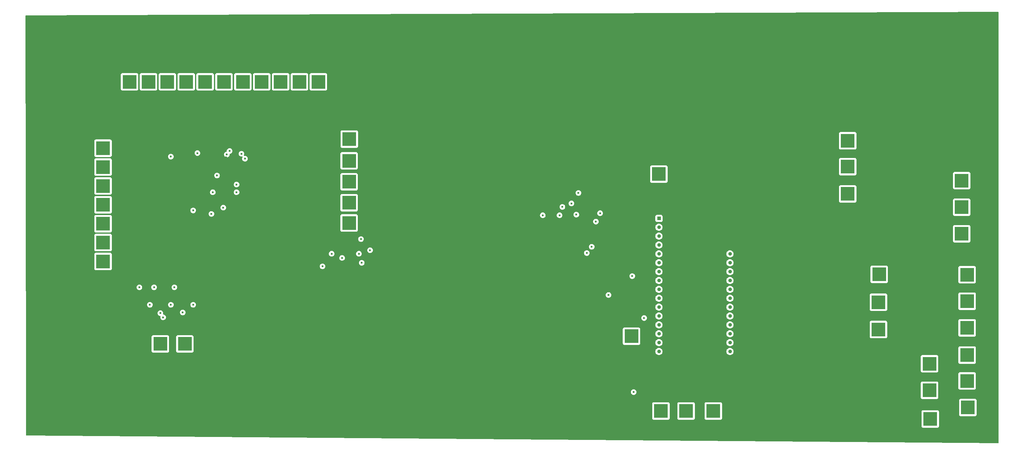
<source format=gbr>
%TF.GenerationSoftware,KiCad,Pcbnew,8.0.6*%
%TF.CreationDate,2025-04-07T11:26:50-07:00*%
%TF.ProjectId,csi_project,6373695f-7072-46f6-9a65-63742e6b6963,rev?*%
%TF.SameCoordinates,Original*%
%TF.FileFunction,Copper,L2,Inr*%
%TF.FilePolarity,Positive*%
%FSLAX46Y46*%
G04 Gerber Fmt 4.6, Leading zero omitted, Abs format (unit mm)*
G04 Created by KiCad (PCBNEW 8.0.6) date 2025-04-07 11:26:50*
%MOMM*%
%LPD*%
G01*
G04 APERTURE LIST*
%TA.AperFunction,ComponentPad*%
%ADD10R,4.000000X4.000000*%
%TD*%
%TA.AperFunction,ComponentPad*%
%ADD11R,1.041400X1.041400*%
%TD*%
%TA.AperFunction,ComponentPad*%
%ADD12C,1.041400*%
%TD*%
%TA.AperFunction,ViaPad*%
%ADD13C,0.600000*%
%TD*%
G04 APERTURE END LIST*
D10*
%TO.N,Net-(U16-EN)*%
%TO.C,TP68*%
X244640000Y-52680000D03*
%TD*%
%TO.N,Net-(U2-E6)*%
%TO.C,TP20*%
X71600000Y-28400000D03*
%TD*%
%TO.N,Net-(TP6-Pad1)*%
%TO.C,TP6*%
X102000000Y-57000000D03*
%TD*%
%TO.N,/Level Shifters: SN74LV1T34DBV/Y4*%
%TO.C,TP16*%
X182800000Y-101200000D03*
%TD*%
%TO.N,Net-(TP3-Pad1)*%
%TO.C,TP3*%
X31600000Y-79800000D03*
%TD*%
%TO.N,Net-(U16-A4{slash}IO14)*%
%TO.C,TP54*%
X278800000Y-114000000D03*
%TD*%
%TO.N,Net-(TP8-Pad1)*%
%TO.C,TP8*%
X87800000Y-28400000D03*
%TD*%
%TO.N,Net-(U16-VBAT)*%
%TO.C,TP67*%
X244640000Y-45280000D03*
%TD*%
%TO.N,Net-(C9-Pad2)*%
%TO.C,TP14*%
X102000000Y-51000000D03*
%TD*%
%TO.N,Net-(TP4-Pad1)*%
%TO.C,TP4*%
X102000000Y-68800000D03*
%TD*%
%TO.N,Net-(U2-E3)*%
%TO.C,TP23*%
X55400000Y-28400000D03*
%TD*%
%TO.N,Net-(U16-SCL{slash}IO4)*%
%TO.C,TP59*%
X268040000Y-116680000D03*
%TD*%
%TO.N,Net-(U2-AMUXP)*%
%TO.C,TP28*%
X31600000Y-58200000D03*
%TD*%
%TO.N,Net-(U2-AMUXM)*%
%TO.C,TP29*%
X31600000Y-52800000D03*
%TD*%
%TO.N,Net-(TP2-Pad1)*%
%TO.C,TP2*%
X31600000Y-74400000D03*
%TD*%
%TO.N,Net-(TP1-Pad1)*%
%TO.C,TP1*%
X31600000Y-47400000D03*
%TD*%
%TO.N,/Level Shifters: SN74LV1T34DBV/A1*%
%TO.C,TP75*%
X268040000Y-109080000D03*
%TD*%
%TO.N,/Level Shifters: SN74LV1T34DBV/A5*%
%TO.C,TP17*%
X55000000Y-103400000D03*
%TD*%
%TO.N,Net-(U16-A3{slash}IO15)*%
%TO.C,TP53*%
X278800000Y-106600000D03*
%TD*%
%TO.N,Net-(TP7-Pad1)*%
%TO.C,TP7*%
X93200000Y-28400000D03*
%TD*%
%TO.N,Net-(U16-D13{slash}IO13)*%
%TO.C,TP63*%
X277240000Y-56680000D03*
%TD*%
%TO.N,Net-(C8-Pad2)*%
%TO.C,TP13*%
X102050000Y-44800000D03*
%TD*%
%TO.N,Net-(U2-DMUX0)*%
%TO.C,TP26*%
X31600000Y-69000000D03*
%TD*%
%TO.N,Net-(U16-A2{slash}IO16)*%
%TO.C,TP52*%
X278800000Y-98800000D03*
%TD*%
%TO.N,Net-(U16-D12{slash}IO12)*%
%TO.C,TP62*%
X277240000Y-64280000D03*
%TD*%
%TO.N,Net-(U16-SDA{slash}IO3)*%
%TO.C,TP58*%
X268240000Y-124880000D03*
%TD*%
%TO.N,/Level Shifters: SN74LV1T34DBV/A2*%
%TO.C,TP74*%
X253440000Y-99280000D03*
%TD*%
%TO.N,Net-(U16-TX{slash}IO39)*%
%TO.C,TP57*%
X198400000Y-122600000D03*
%TD*%
%TO.N,Net-(TP5-Pad1)*%
%TO.C,TP5*%
X102000000Y-63000000D03*
%TD*%
%TO.N,Net-(U2-E1)*%
%TO.C,TP25*%
X44600000Y-28400000D03*
%TD*%
%TO.N,Net-(U16-TXD0)*%
%TO.C,TP66*%
X206200000Y-122600000D03*
%TD*%
%TO.N,Net-(U16-VBUS{slash}USB)*%
%TO.C,TP69*%
X244640000Y-60480000D03*
%TD*%
%TO.N,Net-(U16-A5{slash}IO8)*%
%TO.C,TP55*%
X279000000Y-121600000D03*
%TD*%
%TO.N,Net-(U16-A0{slash}IO18)*%
%TO.C,TP39*%
X278800000Y-83600000D03*
%TD*%
%TO.N,Net-(U16-RESET)*%
%TO.C,TP64*%
X190600000Y-54800000D03*
%TD*%
%TO.N,Net-(U16-D10{slash}IO10)*%
%TO.C,TP60*%
X253640000Y-83480000D03*
%TD*%
%TO.N,Net-(U2-E4)*%
%TO.C,TP22*%
X60800000Y-28400000D03*
%TD*%
%TO.N,/Level Shifters: SN74LV1T34DBV/A3*%
%TO.C,TP73*%
X253440000Y-91480000D03*
%TD*%
%TO.N,Net-(U2-E5)*%
%TO.C,TP21*%
X66200000Y-28400000D03*
%TD*%
%TO.N,Net-(U16-A1{slash}IO17)*%
%TO.C,TP40*%
X278800000Y-91200000D03*
%TD*%
%TO.N,Net-(U2-DMUX1)*%
%TO.C,TP27*%
X31600000Y-63600000D03*
%TD*%
%TO.N,Net-(U2-E8)*%
%TO.C,TP18*%
X82400000Y-28400000D03*
%TD*%
%TO.N,Net-(U2-E7)*%
%TO.C,TP19*%
X77000000Y-28400000D03*
%TD*%
%TO.N,Net-(U16-D11{slash}IO11)*%
%TO.C,TP61*%
X277240000Y-71880000D03*
%TD*%
D11*
%TO.N,Net-(U16-RESET)*%
%TO.C,U16*%
X190640000Y-67480000D03*
D12*
%TO.N,3.3V*%
X190640000Y-70020000D03*
X190640000Y-72560000D03*
%TO.N,GND*%
X190640000Y-75100000D03*
%TO.N,Net-(U16-A0{slash}IO18)*%
X190640000Y-77640000D03*
%TO.N,Net-(U16-A1{slash}IO17)*%
X190640000Y-80180000D03*
%TO.N,Net-(U16-A2{slash}IO16)*%
X190640000Y-82720000D03*
%TO.N,Net-(U16-A3{slash}IO15)*%
X190640000Y-85260000D03*
%TO.N,Net-(U16-A4{slash}IO14)*%
X190640000Y-87800000D03*
%TO.N,Net-(U16-A5{slash}IO8)*%
X190640000Y-90340000D03*
%TO.N,/Level Shifters: SN74LV1T34DBV/A6*%
X190640000Y-92880000D03*
%TO.N,/Level Shifters: SN74LV1T34DBV/A5*%
X190640000Y-95420000D03*
%TO.N,/Level Shifters: SN74LV1T34DBV/Y4*%
X190640000Y-97960000D03*
%TO.N,Net-(U16-RX{slash}IO38)*%
X190640000Y-100500000D03*
%TO.N,Net-(U16-TX{slash}IO39)*%
X190640000Y-103040000D03*
%TO.N,Net-(U16-TXD0)*%
X190640000Y-105580000D03*
%TO.N,Net-(U16-SDA{slash}IO3)*%
X210960000Y-105580000D03*
%TO.N,Net-(U16-SCL{slash}IO4)*%
X210960000Y-103040000D03*
%TO.N,/Level Shifters: SN74LV1T34DBV/A1*%
X210960000Y-100500000D03*
%TO.N,/Level Shifters: SN74LV1T34DBV/A2*%
X210960000Y-97960000D03*
%TO.N,/Level Shifters: SN74LV1T34DBV/A3*%
X210960000Y-95420000D03*
%TO.N,Net-(U16-D10{slash}IO10)*%
X210960000Y-92880000D03*
%TO.N,Net-(U16-D11{slash}IO11)*%
X210960000Y-90340000D03*
%TO.N,Net-(U16-D12{slash}IO12)*%
X210960000Y-87800000D03*
%TO.N,Net-(U16-D13{slash}IO13)*%
X210960000Y-85260000D03*
%TO.N,Net-(U16-VBUS{slash}USB)*%
X210960000Y-82720000D03*
%TO.N,Net-(U16-EN)*%
X210960000Y-80180000D03*
%TO.N,Net-(U16-VBAT)*%
X210960000Y-77640000D03*
%TD*%
D10*
%TO.N,Net-(U16-RX{slash}IO38)*%
%TO.C,TP56*%
X191200000Y-122600000D03*
%TD*%
%TO.N,/Level Shifters: SN74LV1T34DBV/A6*%
%TO.C,TP38*%
X48000000Y-103400000D03*
%TD*%
%TO.N,Net-(TP9-Pad1)*%
%TO.C,TP9*%
X39200000Y-28400000D03*
%TD*%
%TO.N,Net-(U2-E2)*%
%TO.C,TP24*%
X50000000Y-28400000D03*
%TD*%
D13*
%TO.N,1.8V*%
X62600000Y-55400000D03*
X55200000Y-49800000D03*
X163400000Y-76400000D03*
X57800000Y-49400000D03*
X57400000Y-61000000D03*
X160600000Y-74000000D03*
X60200000Y-61400000D03*
X65600000Y-60000000D03*
X66800000Y-50000000D03*
X67800000Y-50200000D03*
%TO.N,GND*%
X51000000Y-49800000D03*
X171400000Y-75600000D03*
X64200000Y-55200000D03*
X170000000Y-77400000D03*
X71200000Y-49000000D03*
X58600000Y-48800000D03*
X45000000Y-92200000D03*
X105600000Y-80200000D03*
X69800000Y-57800000D03*
X105400000Y-73400000D03*
X69800000Y-60000000D03*
X57400000Y-92200000D03*
X162200000Y-66600000D03*
X172600000Y-68400000D03*
X57400000Y-65200000D03*
X51000000Y-92200000D03*
X72200000Y-50400000D03*
X67800000Y-48200000D03*
X67000000Y-49200000D03*
X157400000Y-66600000D03*
X66000000Y-64400000D03*
%TO.N,Net-(U1-BIAS)*%
X165600000Y-63200000D03*
X167600000Y-60200000D03*
%TO.N,3.3V*%
X42000000Y-87200000D03*
X52000000Y-87200000D03*
X94400000Y-81200000D03*
X104800000Y-77600000D03*
X46200000Y-87200000D03*
X167000000Y-66400000D03*
X163000000Y-64200000D03*
X173800000Y-66000000D03*
%TO.N,/Level Shifters: SN74LV1T34DBV/A5*%
X54400000Y-94400000D03*
%TO.N,/Level Shifters: SN74LV1T34DBV/A6*%
X48800000Y-95800000D03*
X48000000Y-94600000D03*
%TO.N,/Level Shifters: SN74LV1T34DBV/A3*%
X176200000Y-89400000D03*
%TO.N,/Level Shifters: SN74LV1T34DBV/A2*%
X183400000Y-117200000D03*
%TO.N,/Level Shifters: SN74LV1T34DBV/A1*%
X108000000Y-76600000D03*
X186400000Y-96000000D03*
X183000000Y-84000000D03*
%TO.N,/Level Shifters: SN74LV1T34DBV/Y3*%
X97000000Y-77600000D03*
X100000000Y-78800000D03*
%TO.N,/Level Shifters: SN74LV1T34DBV/A4*%
X62600000Y-66200000D03*
X63000000Y-60000000D03*
%TD*%
%TA.AperFunction,Conductor*%
%TO.N,1.8V*%
G36*
X287742664Y-8419890D02*
G01*
X287788609Y-8472530D01*
X287800000Y-8524446D01*
X287800000Y-131675015D01*
X287780315Y-131742054D01*
X287727511Y-131787809D01*
X287675019Y-131799011D01*
X9722814Y-129600971D01*
X9655933Y-129580757D01*
X9610597Y-129527593D01*
X9599795Y-129477184D01*
X9584945Y-120552135D01*
X188699500Y-120552135D01*
X188699500Y-124647870D01*
X188699501Y-124647876D01*
X188705908Y-124707483D01*
X188756202Y-124842328D01*
X188756206Y-124842335D01*
X188842452Y-124957544D01*
X188842455Y-124957547D01*
X188957664Y-125043793D01*
X188957671Y-125043797D01*
X189092517Y-125094091D01*
X189092516Y-125094091D01*
X189099444Y-125094835D01*
X189152127Y-125100500D01*
X193247872Y-125100499D01*
X193307483Y-125094091D01*
X193442331Y-125043796D01*
X193557546Y-124957546D01*
X193643796Y-124842331D01*
X193694091Y-124707483D01*
X193700500Y-124647873D01*
X193700499Y-120552135D01*
X195899500Y-120552135D01*
X195899500Y-124647870D01*
X195899501Y-124647876D01*
X195905908Y-124707483D01*
X195956202Y-124842328D01*
X195956206Y-124842335D01*
X196042452Y-124957544D01*
X196042455Y-124957547D01*
X196157664Y-125043793D01*
X196157671Y-125043797D01*
X196292517Y-125094091D01*
X196292516Y-125094091D01*
X196299444Y-125094835D01*
X196352127Y-125100500D01*
X200447872Y-125100499D01*
X200507483Y-125094091D01*
X200642331Y-125043796D01*
X200757546Y-124957546D01*
X200843796Y-124842331D01*
X200894091Y-124707483D01*
X200900500Y-124647873D01*
X200900499Y-120552135D01*
X203699500Y-120552135D01*
X203699500Y-124647870D01*
X203699501Y-124647876D01*
X203705908Y-124707483D01*
X203756202Y-124842328D01*
X203756206Y-124842335D01*
X203842452Y-124957544D01*
X203842455Y-124957547D01*
X203957664Y-125043793D01*
X203957671Y-125043797D01*
X204092517Y-125094091D01*
X204092516Y-125094091D01*
X204099444Y-125094835D01*
X204152127Y-125100500D01*
X208247872Y-125100499D01*
X208307483Y-125094091D01*
X208442331Y-125043796D01*
X208557546Y-124957546D01*
X208643796Y-124842331D01*
X208694091Y-124707483D01*
X208700500Y-124647873D01*
X208700500Y-122832135D01*
X265739500Y-122832135D01*
X265739500Y-126927870D01*
X265739501Y-126927876D01*
X265745908Y-126987483D01*
X265796202Y-127122328D01*
X265796206Y-127122335D01*
X265882452Y-127237544D01*
X265882455Y-127237547D01*
X265997664Y-127323793D01*
X265997671Y-127323797D01*
X266132517Y-127374091D01*
X266132516Y-127374091D01*
X266139444Y-127374835D01*
X266192127Y-127380500D01*
X270287872Y-127380499D01*
X270347483Y-127374091D01*
X270482331Y-127323796D01*
X270597546Y-127237546D01*
X270683796Y-127122331D01*
X270734091Y-126987483D01*
X270740500Y-126927873D01*
X270740499Y-122832128D01*
X270734091Y-122772517D01*
X270683796Y-122637669D01*
X270683795Y-122637668D01*
X270683793Y-122637664D01*
X270597547Y-122522455D01*
X270597544Y-122522452D01*
X270482335Y-122436206D01*
X270482328Y-122436202D01*
X270347482Y-122385908D01*
X270347483Y-122385908D01*
X270287883Y-122379501D01*
X270287881Y-122379500D01*
X270287873Y-122379500D01*
X270287864Y-122379500D01*
X266192129Y-122379500D01*
X266192123Y-122379501D01*
X266132516Y-122385908D01*
X265997671Y-122436202D01*
X265997664Y-122436206D01*
X265882455Y-122522452D01*
X265882452Y-122522455D01*
X265796206Y-122637664D01*
X265796202Y-122637671D01*
X265745908Y-122772517D01*
X265739501Y-122832116D01*
X265739501Y-122832123D01*
X265739500Y-122832135D01*
X208700500Y-122832135D01*
X208700499Y-120552128D01*
X208694091Y-120492517D01*
X208643796Y-120357669D01*
X208643795Y-120357668D01*
X208643793Y-120357664D01*
X208557547Y-120242455D01*
X208557544Y-120242452D01*
X208442335Y-120156206D01*
X208442328Y-120156202D01*
X208307482Y-120105908D01*
X208307483Y-120105908D01*
X208247883Y-120099501D01*
X208247881Y-120099500D01*
X208247873Y-120099500D01*
X208247864Y-120099500D01*
X204152129Y-120099500D01*
X204152123Y-120099501D01*
X204092516Y-120105908D01*
X203957671Y-120156202D01*
X203957664Y-120156206D01*
X203842455Y-120242452D01*
X203842452Y-120242455D01*
X203756206Y-120357664D01*
X203756202Y-120357671D01*
X203705908Y-120492517D01*
X203699501Y-120552116D01*
X203699501Y-120552123D01*
X203699500Y-120552135D01*
X200900499Y-120552135D01*
X200900499Y-120552128D01*
X200894091Y-120492517D01*
X200843796Y-120357669D01*
X200843795Y-120357668D01*
X200843793Y-120357664D01*
X200757547Y-120242455D01*
X200757544Y-120242452D01*
X200642335Y-120156206D01*
X200642328Y-120156202D01*
X200507482Y-120105908D01*
X200507483Y-120105908D01*
X200447883Y-120099501D01*
X200447881Y-120099500D01*
X200447873Y-120099500D01*
X200447864Y-120099500D01*
X196352129Y-120099500D01*
X196352123Y-120099501D01*
X196292516Y-120105908D01*
X196157671Y-120156202D01*
X196157664Y-120156206D01*
X196042455Y-120242452D01*
X196042452Y-120242455D01*
X195956206Y-120357664D01*
X195956202Y-120357671D01*
X195905908Y-120492517D01*
X195899501Y-120552116D01*
X195899501Y-120552123D01*
X195899500Y-120552135D01*
X193700499Y-120552135D01*
X193700499Y-120552128D01*
X193694091Y-120492517D01*
X193643796Y-120357669D01*
X193643795Y-120357668D01*
X193643793Y-120357664D01*
X193557547Y-120242455D01*
X193557544Y-120242452D01*
X193442335Y-120156206D01*
X193442328Y-120156202D01*
X193307482Y-120105908D01*
X193307483Y-120105908D01*
X193247883Y-120099501D01*
X193247881Y-120099500D01*
X193247873Y-120099500D01*
X193247864Y-120099500D01*
X189152129Y-120099500D01*
X189152123Y-120099501D01*
X189092516Y-120105908D01*
X188957671Y-120156202D01*
X188957664Y-120156206D01*
X188842455Y-120242452D01*
X188842452Y-120242455D01*
X188756206Y-120357664D01*
X188756202Y-120357671D01*
X188705908Y-120492517D01*
X188699501Y-120552116D01*
X188699501Y-120552123D01*
X188699500Y-120552135D01*
X9584945Y-120552135D01*
X9583281Y-119552135D01*
X276499500Y-119552135D01*
X276499500Y-123647870D01*
X276499501Y-123647876D01*
X276505908Y-123707483D01*
X276556202Y-123842328D01*
X276556206Y-123842335D01*
X276642452Y-123957544D01*
X276642455Y-123957547D01*
X276757664Y-124043793D01*
X276757671Y-124043797D01*
X276892517Y-124094091D01*
X276892516Y-124094091D01*
X276899444Y-124094835D01*
X276952127Y-124100500D01*
X281047872Y-124100499D01*
X281107483Y-124094091D01*
X281242331Y-124043796D01*
X281357546Y-123957546D01*
X281443796Y-123842331D01*
X281494091Y-123707483D01*
X281500500Y-123647873D01*
X281500499Y-119552128D01*
X281494091Y-119492517D01*
X281443796Y-119357669D01*
X281443795Y-119357668D01*
X281443793Y-119357664D01*
X281357547Y-119242455D01*
X281357544Y-119242452D01*
X281242335Y-119156206D01*
X281242328Y-119156202D01*
X281107482Y-119105908D01*
X281107483Y-119105908D01*
X281047883Y-119099501D01*
X281047881Y-119099500D01*
X281047873Y-119099500D01*
X281047864Y-119099500D01*
X276952129Y-119099500D01*
X276952123Y-119099501D01*
X276892516Y-119105908D01*
X276757671Y-119156202D01*
X276757664Y-119156206D01*
X276642455Y-119242452D01*
X276642452Y-119242455D01*
X276556206Y-119357664D01*
X276556202Y-119357671D01*
X276505908Y-119492517D01*
X276499501Y-119552116D01*
X276499501Y-119552123D01*
X276499500Y-119552135D01*
X9583281Y-119552135D01*
X9579367Y-117199996D01*
X182594435Y-117199996D01*
X182594435Y-117200003D01*
X182614630Y-117379249D01*
X182614631Y-117379254D01*
X182674211Y-117549523D01*
X182770184Y-117702262D01*
X182897738Y-117829816D01*
X183050478Y-117925789D01*
X183220745Y-117985368D01*
X183220750Y-117985369D01*
X183399996Y-118005565D01*
X183400000Y-118005565D01*
X183400004Y-118005565D01*
X183579249Y-117985369D01*
X183579252Y-117985368D01*
X183579255Y-117985368D01*
X183749522Y-117925789D01*
X183902262Y-117829816D01*
X184029816Y-117702262D01*
X184125789Y-117549522D01*
X184185368Y-117379255D01*
X184205565Y-117200000D01*
X184185368Y-117020745D01*
X184125789Y-116850478D01*
X184029816Y-116697738D01*
X183902262Y-116570184D01*
X183791361Y-116500500D01*
X183749523Y-116474211D01*
X183579254Y-116414631D01*
X183579249Y-116414630D01*
X183400004Y-116394435D01*
X183399996Y-116394435D01*
X183220750Y-116414630D01*
X183220745Y-116414631D01*
X183050476Y-116474211D01*
X182897737Y-116570184D01*
X182770184Y-116697737D01*
X182674211Y-116850476D01*
X182614631Y-117020745D01*
X182614630Y-117020750D01*
X182594435Y-117199996D01*
X9579367Y-117199996D01*
X9575094Y-114632135D01*
X265539500Y-114632135D01*
X265539500Y-118727870D01*
X265539501Y-118727876D01*
X265545908Y-118787483D01*
X265596202Y-118922328D01*
X265596206Y-118922335D01*
X265682452Y-119037544D01*
X265682455Y-119037547D01*
X265797664Y-119123793D01*
X265797671Y-119123797D01*
X265932517Y-119174091D01*
X265932516Y-119174091D01*
X265939444Y-119174835D01*
X265992127Y-119180500D01*
X270087872Y-119180499D01*
X270147483Y-119174091D01*
X270282331Y-119123796D01*
X270397546Y-119037546D01*
X270483796Y-118922331D01*
X270534091Y-118787483D01*
X270540500Y-118727873D01*
X270540499Y-114632128D01*
X270534091Y-114572517D01*
X270483796Y-114437669D01*
X270483795Y-114437668D01*
X270483793Y-114437664D01*
X270397547Y-114322455D01*
X270397544Y-114322452D01*
X270282335Y-114236206D01*
X270282328Y-114236202D01*
X270147482Y-114185908D01*
X270147483Y-114185908D01*
X270087883Y-114179501D01*
X270087881Y-114179500D01*
X270087873Y-114179500D01*
X270087864Y-114179500D01*
X265992129Y-114179500D01*
X265992123Y-114179501D01*
X265932516Y-114185908D01*
X265797671Y-114236202D01*
X265797664Y-114236206D01*
X265682455Y-114322452D01*
X265682452Y-114322455D01*
X265596206Y-114437664D01*
X265596202Y-114437671D01*
X265545908Y-114572517D01*
X265539501Y-114632116D01*
X265539501Y-114632123D01*
X265539500Y-114632135D01*
X9575094Y-114632135D01*
X9570635Y-111952135D01*
X276299500Y-111952135D01*
X276299500Y-116047870D01*
X276299501Y-116047876D01*
X276305908Y-116107483D01*
X276356202Y-116242328D01*
X276356206Y-116242335D01*
X276442452Y-116357544D01*
X276442455Y-116357547D01*
X276557664Y-116443793D01*
X276557671Y-116443797D01*
X276692517Y-116494091D01*
X276692516Y-116494091D01*
X276699444Y-116494835D01*
X276752127Y-116500500D01*
X280847872Y-116500499D01*
X280907483Y-116494091D01*
X281042331Y-116443796D01*
X281157546Y-116357546D01*
X281243796Y-116242331D01*
X281294091Y-116107483D01*
X281300500Y-116047873D01*
X281300499Y-111952128D01*
X281294091Y-111892517D01*
X281243796Y-111757669D01*
X281243795Y-111757668D01*
X281243793Y-111757664D01*
X281157547Y-111642455D01*
X281157544Y-111642452D01*
X281042335Y-111556206D01*
X281042328Y-111556202D01*
X280907482Y-111505908D01*
X280907483Y-111505908D01*
X280847883Y-111499501D01*
X280847881Y-111499500D01*
X280847873Y-111499500D01*
X280847864Y-111499500D01*
X276752129Y-111499500D01*
X276752123Y-111499501D01*
X276692516Y-111505908D01*
X276557671Y-111556202D01*
X276557664Y-111556206D01*
X276442455Y-111642452D01*
X276442452Y-111642455D01*
X276356206Y-111757664D01*
X276356202Y-111757671D01*
X276305908Y-111892517D01*
X276299501Y-111952116D01*
X276299501Y-111952123D01*
X276299500Y-111952135D01*
X9570635Y-111952135D01*
X9562448Y-107032135D01*
X265539500Y-107032135D01*
X265539500Y-111127870D01*
X265539501Y-111127876D01*
X265545908Y-111187483D01*
X265596202Y-111322328D01*
X265596206Y-111322335D01*
X265682452Y-111437544D01*
X265682455Y-111437547D01*
X265797664Y-111523793D01*
X265797671Y-111523797D01*
X265932517Y-111574091D01*
X265932516Y-111574091D01*
X265939444Y-111574835D01*
X265992127Y-111580500D01*
X270087872Y-111580499D01*
X270147483Y-111574091D01*
X270282331Y-111523796D01*
X270397546Y-111437546D01*
X270483796Y-111322331D01*
X270534091Y-111187483D01*
X270540500Y-111127873D01*
X270540499Y-107032128D01*
X270534091Y-106972517D01*
X270483796Y-106837669D01*
X270483795Y-106837668D01*
X270483793Y-106837664D01*
X270397547Y-106722455D01*
X270397544Y-106722452D01*
X270282335Y-106636206D01*
X270282328Y-106636202D01*
X270147482Y-106585908D01*
X270147483Y-106585908D01*
X270087883Y-106579501D01*
X270087881Y-106579500D01*
X270087873Y-106579500D01*
X270087864Y-106579500D01*
X265992129Y-106579500D01*
X265992123Y-106579501D01*
X265932516Y-106585908D01*
X265797671Y-106636202D01*
X265797664Y-106636206D01*
X265682455Y-106722452D01*
X265682452Y-106722455D01*
X265596206Y-106837664D01*
X265596202Y-106837671D01*
X265545908Y-106972517D01*
X265539501Y-107032116D01*
X265539501Y-107032123D01*
X265539500Y-107032135D01*
X9562448Y-107032135D01*
X9552997Y-101352135D01*
X45499500Y-101352135D01*
X45499500Y-105447870D01*
X45499501Y-105447876D01*
X45505908Y-105507483D01*
X45556202Y-105642328D01*
X45556206Y-105642335D01*
X45642452Y-105757544D01*
X45642455Y-105757547D01*
X45757664Y-105843793D01*
X45757671Y-105843797D01*
X45892517Y-105894091D01*
X45892516Y-105894091D01*
X45899444Y-105894835D01*
X45952127Y-105900500D01*
X50047872Y-105900499D01*
X50107483Y-105894091D01*
X50242331Y-105843796D01*
X50357546Y-105757546D01*
X50443796Y-105642331D01*
X50494091Y-105507483D01*
X50500500Y-105447873D01*
X50500499Y-101352135D01*
X52499500Y-101352135D01*
X52499500Y-105447870D01*
X52499501Y-105447876D01*
X52505908Y-105507483D01*
X52556202Y-105642328D01*
X52556206Y-105642335D01*
X52642452Y-105757544D01*
X52642455Y-105757547D01*
X52757664Y-105843793D01*
X52757671Y-105843797D01*
X52892517Y-105894091D01*
X52892516Y-105894091D01*
X52899444Y-105894835D01*
X52952127Y-105900500D01*
X57047872Y-105900499D01*
X57107483Y-105894091D01*
X57242331Y-105843796D01*
X57357546Y-105757546D01*
X57443796Y-105642331D01*
X57467044Y-105580000D01*
X189613859Y-105580000D01*
X189633575Y-105780188D01*
X189652871Y-105843797D01*
X189670071Y-105900500D01*
X189691970Y-105972689D01*
X189786797Y-106150096D01*
X189914408Y-106305591D01*
X190069903Y-106433202D01*
X190069907Y-106433205D01*
X190247313Y-106528031D01*
X190439810Y-106586424D01*
X190640000Y-106606141D01*
X190840190Y-106586424D01*
X191032687Y-106528031D01*
X191210093Y-106433205D01*
X191365591Y-106305591D01*
X191493205Y-106150093D01*
X191588031Y-105972687D01*
X191646424Y-105780190D01*
X191666141Y-105580000D01*
X209933859Y-105580000D01*
X209953575Y-105780188D01*
X209972871Y-105843797D01*
X209990071Y-105900500D01*
X210011970Y-105972689D01*
X210106797Y-106150096D01*
X210234408Y-106305591D01*
X210389903Y-106433202D01*
X210389907Y-106433205D01*
X210567313Y-106528031D01*
X210759810Y-106586424D01*
X210960000Y-106606141D01*
X211160190Y-106586424D01*
X211352687Y-106528031D01*
X211530093Y-106433205D01*
X211685591Y-106305591D01*
X211813205Y-106150093D01*
X211908031Y-105972687D01*
X211966424Y-105780190D01*
X211986141Y-105580000D01*
X211966424Y-105379810D01*
X211908031Y-105187313D01*
X211813205Y-105009907D01*
X211813202Y-105009903D01*
X211685591Y-104854408D01*
X211530096Y-104726797D01*
X211530094Y-104726796D01*
X211530093Y-104726795D01*
X211352687Y-104631969D01*
X211256438Y-104602772D01*
X211160188Y-104573575D01*
X210960000Y-104553859D01*
X210759811Y-104573575D01*
X210567310Y-104631970D01*
X210389903Y-104726797D01*
X210234408Y-104854408D01*
X210106797Y-105009903D01*
X210011970Y-105187310D01*
X209953575Y-105379811D01*
X209933859Y-105580000D01*
X191666141Y-105580000D01*
X191646424Y-105379810D01*
X191588031Y-105187313D01*
X191493205Y-105009907D01*
X191493202Y-105009903D01*
X191365591Y-104854408D01*
X191210096Y-104726797D01*
X191210094Y-104726796D01*
X191210093Y-104726795D01*
X191032687Y-104631969D01*
X190936438Y-104602772D01*
X190840188Y-104573575D01*
X190640000Y-104553859D01*
X190439811Y-104573575D01*
X190247310Y-104631970D01*
X190069903Y-104726797D01*
X189914408Y-104854408D01*
X189786797Y-105009903D01*
X189691970Y-105187310D01*
X189633575Y-105379811D01*
X189613859Y-105580000D01*
X57467044Y-105580000D01*
X57494091Y-105507483D01*
X57500500Y-105447873D01*
X57500500Y-104552135D01*
X276299500Y-104552135D01*
X276299500Y-108647870D01*
X276299501Y-108647876D01*
X276305908Y-108707483D01*
X276356202Y-108842328D01*
X276356206Y-108842335D01*
X276442452Y-108957544D01*
X276442455Y-108957547D01*
X276557664Y-109043793D01*
X276557671Y-109043797D01*
X276692517Y-109094091D01*
X276692516Y-109094091D01*
X276699444Y-109094835D01*
X276752127Y-109100500D01*
X280847872Y-109100499D01*
X280907483Y-109094091D01*
X281042331Y-109043796D01*
X281157546Y-108957546D01*
X281243796Y-108842331D01*
X281294091Y-108707483D01*
X281300500Y-108647873D01*
X281300499Y-104552128D01*
X281294091Y-104492517D01*
X281243796Y-104357669D01*
X281243795Y-104357668D01*
X281243793Y-104357664D01*
X281157547Y-104242455D01*
X281157544Y-104242452D01*
X281042335Y-104156206D01*
X281042328Y-104156202D01*
X280907482Y-104105908D01*
X280907483Y-104105908D01*
X280847883Y-104099501D01*
X280847881Y-104099500D01*
X280847873Y-104099500D01*
X280847864Y-104099500D01*
X276752129Y-104099500D01*
X276752123Y-104099501D01*
X276692516Y-104105908D01*
X276557671Y-104156202D01*
X276557664Y-104156206D01*
X276442455Y-104242452D01*
X276442452Y-104242455D01*
X276356206Y-104357664D01*
X276356202Y-104357671D01*
X276305908Y-104492517D01*
X276299501Y-104552116D01*
X276299501Y-104552123D01*
X276299500Y-104552135D01*
X57500500Y-104552135D01*
X57500499Y-101352128D01*
X57494091Y-101292517D01*
X57475919Y-101243796D01*
X57443797Y-101157671D01*
X57443793Y-101157664D01*
X57357547Y-101042455D01*
X57357544Y-101042452D01*
X57242335Y-100956206D01*
X57242328Y-100956202D01*
X57107482Y-100905908D01*
X57107483Y-100905908D01*
X57047883Y-100899501D01*
X57047881Y-100899500D01*
X57047873Y-100899500D01*
X57047864Y-100899500D01*
X52952129Y-100899500D01*
X52952123Y-100899501D01*
X52892516Y-100905908D01*
X52757671Y-100956202D01*
X52757664Y-100956206D01*
X52642455Y-101042452D01*
X52642452Y-101042455D01*
X52556206Y-101157664D01*
X52556202Y-101157671D01*
X52505908Y-101292517D01*
X52499501Y-101352116D01*
X52499501Y-101352123D01*
X52499500Y-101352135D01*
X50500499Y-101352135D01*
X50500499Y-101352128D01*
X50494091Y-101292517D01*
X50475919Y-101243796D01*
X50443797Y-101157671D01*
X50443793Y-101157664D01*
X50357547Y-101042455D01*
X50357544Y-101042452D01*
X50242335Y-100956206D01*
X50242328Y-100956202D01*
X50107482Y-100905908D01*
X50107483Y-100905908D01*
X50047883Y-100899501D01*
X50047881Y-100899500D01*
X50047873Y-100899500D01*
X50047864Y-100899500D01*
X45952129Y-100899500D01*
X45952123Y-100899501D01*
X45892516Y-100905908D01*
X45757671Y-100956202D01*
X45757664Y-100956206D01*
X45642455Y-101042452D01*
X45642452Y-101042455D01*
X45556206Y-101157664D01*
X45556202Y-101157671D01*
X45505908Y-101292517D01*
X45499501Y-101352116D01*
X45499501Y-101352123D01*
X45499500Y-101352135D01*
X9552997Y-101352135D01*
X9549336Y-99152135D01*
X180299500Y-99152135D01*
X180299500Y-103247870D01*
X180299501Y-103247876D01*
X180305908Y-103307483D01*
X180356202Y-103442328D01*
X180356206Y-103442335D01*
X180442452Y-103557544D01*
X180442455Y-103557547D01*
X180557664Y-103643793D01*
X180557671Y-103643797D01*
X180692517Y-103694091D01*
X180692516Y-103694091D01*
X180699444Y-103694835D01*
X180752127Y-103700500D01*
X184847872Y-103700499D01*
X184907483Y-103694091D01*
X185042331Y-103643796D01*
X185157546Y-103557546D01*
X185243796Y-103442331D01*
X185294091Y-103307483D01*
X185300500Y-103247873D01*
X185300500Y-103040000D01*
X189613859Y-103040000D01*
X189633575Y-103240188D01*
X189653989Y-103307482D01*
X189691969Y-103432687D01*
X189758708Y-103557547D01*
X189786797Y-103610096D01*
X189914408Y-103765591D01*
X190069903Y-103893202D01*
X190069907Y-103893205D01*
X190247313Y-103988031D01*
X190439810Y-104046424D01*
X190640000Y-104066141D01*
X190840190Y-104046424D01*
X191032687Y-103988031D01*
X191210093Y-103893205D01*
X191365591Y-103765591D01*
X191493205Y-103610093D01*
X191588031Y-103432687D01*
X191646424Y-103240190D01*
X191666141Y-103040000D01*
X209933859Y-103040000D01*
X209953575Y-103240188D01*
X209973989Y-103307482D01*
X210011969Y-103432687D01*
X210078708Y-103557547D01*
X210106797Y-103610096D01*
X210234408Y-103765591D01*
X210389903Y-103893202D01*
X210389907Y-103893205D01*
X210567313Y-103988031D01*
X210759810Y-104046424D01*
X210960000Y-104066141D01*
X211160190Y-104046424D01*
X211352687Y-103988031D01*
X211530093Y-103893205D01*
X211685591Y-103765591D01*
X211813205Y-103610093D01*
X211908031Y-103432687D01*
X211966424Y-103240190D01*
X211986141Y-103040000D01*
X211966424Y-102839810D01*
X211908031Y-102647313D01*
X211813205Y-102469907D01*
X211813202Y-102469903D01*
X211685591Y-102314408D01*
X211530096Y-102186797D01*
X211530094Y-102186796D01*
X211530093Y-102186795D01*
X211352687Y-102091969D01*
X211256438Y-102062772D01*
X211160188Y-102033575D01*
X210960000Y-102013859D01*
X210759811Y-102033575D01*
X210567310Y-102091970D01*
X210389903Y-102186797D01*
X210234408Y-102314408D01*
X210106797Y-102469903D01*
X210011970Y-102647310D01*
X209953575Y-102839811D01*
X209933859Y-103040000D01*
X191666141Y-103040000D01*
X191646424Y-102839810D01*
X191588031Y-102647313D01*
X191493205Y-102469907D01*
X191493202Y-102469903D01*
X191365591Y-102314408D01*
X191210096Y-102186797D01*
X191210094Y-102186796D01*
X191210093Y-102186795D01*
X191032687Y-102091969D01*
X190936438Y-102062772D01*
X190840188Y-102033575D01*
X190640000Y-102013859D01*
X190439811Y-102033575D01*
X190247310Y-102091970D01*
X190069903Y-102186797D01*
X189914408Y-102314408D01*
X189786797Y-102469903D01*
X189691970Y-102647310D01*
X189633575Y-102839811D01*
X189613859Y-103040000D01*
X185300500Y-103040000D01*
X185300499Y-100500000D01*
X189613859Y-100500000D01*
X189633575Y-100700188D01*
X189633576Y-100700190D01*
X189691969Y-100892687D01*
X189772020Y-101042452D01*
X189786797Y-101070096D01*
X189914408Y-101225591D01*
X190068596Y-101352129D01*
X190069907Y-101353205D01*
X190247313Y-101448031D01*
X190439810Y-101506424D01*
X190640000Y-101526141D01*
X190840190Y-101506424D01*
X191032687Y-101448031D01*
X191210093Y-101353205D01*
X191365591Y-101225591D01*
X191493205Y-101070093D01*
X191588031Y-100892687D01*
X191646424Y-100700190D01*
X191666141Y-100500000D01*
X209933859Y-100500000D01*
X209953575Y-100700188D01*
X209953576Y-100700190D01*
X210011969Y-100892687D01*
X210092020Y-101042452D01*
X210106797Y-101070096D01*
X210234408Y-101225591D01*
X210388596Y-101352129D01*
X210389907Y-101353205D01*
X210567313Y-101448031D01*
X210759810Y-101506424D01*
X210960000Y-101526141D01*
X211160190Y-101506424D01*
X211352687Y-101448031D01*
X211530093Y-101353205D01*
X211685591Y-101225591D01*
X211813205Y-101070093D01*
X211908031Y-100892687D01*
X211966424Y-100700190D01*
X211986141Y-100500000D01*
X211966424Y-100299810D01*
X211908031Y-100107313D01*
X211813205Y-99929907D01*
X211813202Y-99929903D01*
X211685591Y-99774408D01*
X211530096Y-99646797D01*
X211530094Y-99646796D01*
X211530093Y-99646795D01*
X211352687Y-99551969D01*
X211256438Y-99522772D01*
X211160188Y-99493575D01*
X210960000Y-99473859D01*
X210759811Y-99493575D01*
X210567310Y-99551970D01*
X210389903Y-99646797D01*
X210234408Y-99774408D01*
X210106797Y-99929903D01*
X210011970Y-100107310D01*
X209953575Y-100299811D01*
X209933859Y-100500000D01*
X191666141Y-100500000D01*
X191646424Y-100299810D01*
X191588031Y-100107313D01*
X191493205Y-99929907D01*
X191493202Y-99929903D01*
X191365591Y-99774408D01*
X191210096Y-99646797D01*
X191210094Y-99646796D01*
X191210093Y-99646795D01*
X191032687Y-99551969D01*
X190936438Y-99522772D01*
X190840188Y-99493575D01*
X190640000Y-99473859D01*
X190439811Y-99493575D01*
X190247310Y-99551970D01*
X190069903Y-99646797D01*
X189914408Y-99774408D01*
X189786797Y-99929903D01*
X189691970Y-100107310D01*
X189633575Y-100299811D01*
X189613859Y-100500000D01*
X185300499Y-100500000D01*
X185300499Y-99152128D01*
X185294091Y-99092517D01*
X185254415Y-98986141D01*
X185243797Y-98957671D01*
X185243793Y-98957664D01*
X185157547Y-98842455D01*
X185157544Y-98842452D01*
X185042335Y-98756206D01*
X185042328Y-98756202D01*
X184907482Y-98705908D01*
X184907483Y-98705908D01*
X184847883Y-98699501D01*
X184847881Y-98699500D01*
X184847873Y-98699500D01*
X184847864Y-98699500D01*
X180752129Y-98699500D01*
X180752123Y-98699501D01*
X180692516Y-98705908D01*
X180557671Y-98756202D01*
X180557664Y-98756206D01*
X180442455Y-98842452D01*
X180442452Y-98842455D01*
X180356206Y-98957664D01*
X180356202Y-98957671D01*
X180305908Y-99092517D01*
X180299501Y-99152116D01*
X180299501Y-99152123D01*
X180299500Y-99152135D01*
X9549336Y-99152135D01*
X9547352Y-97960000D01*
X189613859Y-97960000D01*
X189633575Y-98160188D01*
X189691970Y-98352689D01*
X189786797Y-98530096D01*
X189914408Y-98685591D01*
X190069903Y-98813202D01*
X190069907Y-98813205D01*
X190247313Y-98908031D01*
X190439810Y-98966424D01*
X190640000Y-98986141D01*
X190840190Y-98966424D01*
X191032687Y-98908031D01*
X191210093Y-98813205D01*
X191365591Y-98685591D01*
X191493205Y-98530093D01*
X191588031Y-98352687D01*
X191646424Y-98160190D01*
X191666141Y-97960000D01*
X209933859Y-97960000D01*
X209953575Y-98160188D01*
X210011970Y-98352689D01*
X210106797Y-98530096D01*
X210234408Y-98685591D01*
X210389903Y-98813202D01*
X210389907Y-98813205D01*
X210567313Y-98908031D01*
X210759810Y-98966424D01*
X210960000Y-98986141D01*
X211160190Y-98966424D01*
X211352687Y-98908031D01*
X211530093Y-98813205D01*
X211685591Y-98685591D01*
X211813205Y-98530093D01*
X211908031Y-98352687D01*
X211966424Y-98160190D01*
X211986141Y-97960000D01*
X211966424Y-97759810D01*
X211908031Y-97567313D01*
X211813205Y-97389907D01*
X211813202Y-97389903D01*
X211685591Y-97234408D01*
X211682821Y-97232135D01*
X250939500Y-97232135D01*
X250939500Y-101327870D01*
X250939501Y-101327876D01*
X250945908Y-101387483D01*
X250996202Y-101522328D01*
X250996206Y-101522335D01*
X251082452Y-101637544D01*
X251082455Y-101637547D01*
X251197664Y-101723793D01*
X251197671Y-101723797D01*
X251332517Y-101774091D01*
X251332516Y-101774091D01*
X251339444Y-101774835D01*
X251392127Y-101780500D01*
X255487872Y-101780499D01*
X255547483Y-101774091D01*
X255682331Y-101723796D01*
X255797546Y-101637546D01*
X255883796Y-101522331D01*
X255934091Y-101387483D01*
X255940500Y-101327873D01*
X255940499Y-97232128D01*
X255934091Y-97172517D01*
X255909578Y-97106795D01*
X255883797Y-97037671D01*
X255883793Y-97037664D01*
X255797547Y-96922455D01*
X255797544Y-96922452D01*
X255682335Y-96836206D01*
X255682328Y-96836202D01*
X255547482Y-96785908D01*
X255547483Y-96785908D01*
X255487883Y-96779501D01*
X255487881Y-96779500D01*
X255487873Y-96779500D01*
X255487864Y-96779500D01*
X251392129Y-96779500D01*
X251392123Y-96779501D01*
X251332516Y-96785908D01*
X251197671Y-96836202D01*
X251197664Y-96836206D01*
X251082455Y-96922452D01*
X251082452Y-96922455D01*
X250996206Y-97037664D01*
X250996202Y-97037671D01*
X250945908Y-97172517D01*
X250939501Y-97232116D01*
X250939501Y-97232123D01*
X250939500Y-97232135D01*
X211682821Y-97232135D01*
X211530096Y-97106797D01*
X211530094Y-97106796D01*
X211530093Y-97106795D01*
X211352687Y-97011969D01*
X211256438Y-96982772D01*
X211160188Y-96953575D01*
X210960000Y-96933859D01*
X210759811Y-96953575D01*
X210567310Y-97011970D01*
X210389903Y-97106797D01*
X210234408Y-97234408D01*
X210106797Y-97389903D01*
X210011970Y-97567310D01*
X209953575Y-97759811D01*
X209933859Y-97960000D01*
X191666141Y-97960000D01*
X191646424Y-97759810D01*
X191588031Y-97567313D01*
X191493205Y-97389907D01*
X191493202Y-97389903D01*
X191365591Y-97234408D01*
X191210096Y-97106797D01*
X191210094Y-97106796D01*
X191210093Y-97106795D01*
X191032687Y-97011969D01*
X190936438Y-96982772D01*
X190840188Y-96953575D01*
X190640000Y-96933859D01*
X190439811Y-96953575D01*
X190247310Y-97011970D01*
X190069903Y-97106797D01*
X189914408Y-97234408D01*
X189786797Y-97389903D01*
X189691970Y-97567310D01*
X189633575Y-97759811D01*
X189613859Y-97960000D01*
X9547352Y-97960000D01*
X9541762Y-94599996D01*
X47194435Y-94599996D01*
X47194435Y-94600003D01*
X47214630Y-94779249D01*
X47214631Y-94779254D01*
X47274211Y-94949523D01*
X47315122Y-95014632D01*
X47370184Y-95102262D01*
X47497738Y-95229816D01*
X47568392Y-95274211D01*
X47605833Y-95297737D01*
X47650478Y-95325789D01*
X47777352Y-95370184D01*
X47820745Y-95385368D01*
X47820750Y-95385369D01*
X47885692Y-95392685D01*
X47932001Y-95397903D01*
X47996415Y-95424969D01*
X48035970Y-95482563D01*
X48038109Y-95552400D01*
X48035160Y-95562077D01*
X48014632Y-95620742D01*
X48014630Y-95620750D01*
X47994435Y-95799996D01*
X47994435Y-95800003D01*
X48014630Y-95979249D01*
X48014631Y-95979254D01*
X48074211Y-96149523D01*
X48151924Y-96273202D01*
X48170184Y-96302262D01*
X48297738Y-96429816D01*
X48450478Y-96525789D01*
X48541572Y-96557664D01*
X48620745Y-96585368D01*
X48620750Y-96585369D01*
X48799996Y-96605565D01*
X48800000Y-96605565D01*
X48800004Y-96605565D01*
X48979249Y-96585369D01*
X48979252Y-96585368D01*
X48979255Y-96585368D01*
X49149522Y-96525789D01*
X49302262Y-96429816D01*
X49429816Y-96302262D01*
X49525789Y-96149522D01*
X49578110Y-95999996D01*
X185594435Y-95999996D01*
X185594435Y-96000003D01*
X185614630Y-96179249D01*
X185614631Y-96179254D01*
X185674211Y-96349523D01*
X185734920Y-96446140D01*
X185770184Y-96502262D01*
X185897738Y-96629816D01*
X186050478Y-96725789D01*
X186125771Y-96752135D01*
X186220745Y-96785368D01*
X186220750Y-96785369D01*
X186399996Y-96805565D01*
X186400000Y-96805565D01*
X186400004Y-96805565D01*
X186579249Y-96785369D01*
X186579252Y-96785368D01*
X186579255Y-96785368D01*
X186674229Y-96752135D01*
X276299500Y-96752135D01*
X276299500Y-100847870D01*
X276299501Y-100847876D01*
X276305908Y-100907483D01*
X276356202Y-101042328D01*
X276356206Y-101042335D01*
X276442452Y-101157544D01*
X276442455Y-101157547D01*
X276557664Y-101243793D01*
X276557671Y-101243797D01*
X276692517Y-101294091D01*
X276692516Y-101294091D01*
X276699444Y-101294835D01*
X276752127Y-101300500D01*
X280847872Y-101300499D01*
X280907483Y-101294091D01*
X281042331Y-101243796D01*
X281157546Y-101157546D01*
X281243796Y-101042331D01*
X281294091Y-100907483D01*
X281300500Y-100847873D01*
X281300499Y-96752128D01*
X281294091Y-96692517D01*
X281254127Y-96585369D01*
X281243797Y-96557671D01*
X281243793Y-96557664D01*
X281157547Y-96442455D01*
X281157544Y-96442452D01*
X281042335Y-96356206D01*
X281042328Y-96356202D01*
X280907482Y-96305908D01*
X280907483Y-96305908D01*
X280847883Y-96299501D01*
X280847881Y-96299500D01*
X280847873Y-96299500D01*
X280847864Y-96299500D01*
X276752129Y-96299500D01*
X276752123Y-96299501D01*
X276692516Y-96305908D01*
X276557671Y-96356202D01*
X276557664Y-96356206D01*
X276442455Y-96442452D01*
X276442452Y-96442455D01*
X276356206Y-96557664D01*
X276356202Y-96557671D01*
X276305908Y-96692517D01*
X276299501Y-96752116D01*
X276299501Y-96752123D01*
X276299500Y-96752135D01*
X186674229Y-96752135D01*
X186749522Y-96725789D01*
X186902262Y-96629816D01*
X187029816Y-96502262D01*
X187125789Y-96349522D01*
X187185368Y-96179255D01*
X187205565Y-96000000D01*
X187204449Y-95990096D01*
X187185369Y-95820750D01*
X187185368Y-95820745D01*
X187125788Y-95650476D01*
X187029815Y-95497737D01*
X186952078Y-95420000D01*
X189613859Y-95420000D01*
X189633575Y-95620188D01*
X189662772Y-95716438D01*
X189691969Y-95812687D01*
X189781001Y-95979254D01*
X189786797Y-95990096D01*
X189914408Y-96145591D01*
X190069903Y-96273202D01*
X190069907Y-96273205D01*
X190247313Y-96368031D01*
X190439810Y-96426424D01*
X190640000Y-96446141D01*
X190840190Y-96426424D01*
X191032687Y-96368031D01*
X191210093Y-96273205D01*
X191365591Y-96145591D01*
X191493205Y-95990093D01*
X191588031Y-95812687D01*
X191646424Y-95620190D01*
X191666141Y-95420000D01*
X209933859Y-95420000D01*
X209953575Y-95620188D01*
X209982772Y-95716438D01*
X210011969Y-95812687D01*
X210101001Y-95979254D01*
X210106797Y-95990096D01*
X210234408Y-96145591D01*
X210389903Y-96273202D01*
X210389907Y-96273205D01*
X210567313Y-96368031D01*
X210759810Y-96426424D01*
X210960000Y-96446141D01*
X211160190Y-96426424D01*
X211352687Y-96368031D01*
X211530093Y-96273205D01*
X211685591Y-96145591D01*
X211813205Y-95990093D01*
X211908031Y-95812687D01*
X211966424Y-95620190D01*
X211986141Y-95420000D01*
X211966424Y-95219810D01*
X211908031Y-95027313D01*
X211813205Y-94849907D01*
X211813202Y-94849903D01*
X211685591Y-94694408D01*
X211530096Y-94566797D01*
X211530094Y-94566796D01*
X211530093Y-94566795D01*
X211352687Y-94471969D01*
X211256438Y-94442772D01*
X211160188Y-94413575D01*
X210960000Y-94393859D01*
X210759811Y-94413575D01*
X210567310Y-94471970D01*
X210389903Y-94566797D01*
X210234408Y-94694408D01*
X210106797Y-94849903D01*
X210011970Y-95027310D01*
X209953575Y-95219811D01*
X209933859Y-95420000D01*
X191666141Y-95420000D01*
X191646424Y-95219810D01*
X191588031Y-95027313D01*
X191493205Y-94849907D01*
X191493202Y-94849903D01*
X191365591Y-94694408D01*
X191210096Y-94566797D01*
X191210094Y-94566796D01*
X191210093Y-94566795D01*
X191032687Y-94471969D01*
X190936438Y-94442772D01*
X190840188Y-94413575D01*
X190640000Y-94393859D01*
X190439811Y-94413575D01*
X190247310Y-94471970D01*
X190069903Y-94566797D01*
X189914408Y-94694408D01*
X189786797Y-94849903D01*
X189691970Y-95027310D01*
X189633575Y-95219811D01*
X189613859Y-95420000D01*
X186952078Y-95420000D01*
X186902262Y-95370184D01*
X186749523Y-95274211D01*
X186579254Y-95214631D01*
X186579249Y-95214630D01*
X186400004Y-95194435D01*
X186399996Y-95194435D01*
X186220750Y-95214630D01*
X186220745Y-95214631D01*
X186050476Y-95274211D01*
X185897737Y-95370184D01*
X185770184Y-95497737D01*
X185674211Y-95650476D01*
X185614631Y-95820745D01*
X185614630Y-95820750D01*
X185594435Y-95999996D01*
X49578110Y-95999996D01*
X49585368Y-95979255D01*
X49603228Y-95820745D01*
X49605565Y-95800003D01*
X49605565Y-95799996D01*
X49585369Y-95620750D01*
X49585368Y-95620745D01*
X49542326Y-95497738D01*
X49525789Y-95450478D01*
X49506638Y-95420000D01*
X49475337Y-95370184D01*
X49429816Y-95297738D01*
X49302262Y-95170184D01*
X49231608Y-95125789D01*
X49149523Y-95074211D01*
X48979254Y-95014631D01*
X48979250Y-95014630D01*
X48867997Y-95002095D01*
X48803583Y-94975028D01*
X48764028Y-94917433D01*
X48761891Y-94847596D01*
X48764833Y-94837938D01*
X48785368Y-94779255D01*
X48805565Y-94600000D01*
X48785368Y-94420745D01*
X48778108Y-94399996D01*
X53594435Y-94399996D01*
X53594435Y-94400003D01*
X53614630Y-94579249D01*
X53614631Y-94579254D01*
X53674211Y-94749523D01*
X53737287Y-94849907D01*
X53770184Y-94902262D01*
X53897738Y-95029816D01*
X54050478Y-95125789D01*
X54177352Y-95170184D01*
X54220745Y-95185368D01*
X54220750Y-95185369D01*
X54399996Y-95205565D01*
X54400000Y-95205565D01*
X54400004Y-95205565D01*
X54579249Y-95185369D01*
X54579252Y-95185368D01*
X54579255Y-95185368D01*
X54749522Y-95125789D01*
X54902262Y-95029816D01*
X55029816Y-94902262D01*
X55125789Y-94749522D01*
X55185368Y-94579255D01*
X55203228Y-94420745D01*
X55205565Y-94400003D01*
X55205565Y-94399996D01*
X55185369Y-94220750D01*
X55185368Y-94220745D01*
X55142326Y-94097738D01*
X55125789Y-94050478D01*
X55029816Y-93897738D01*
X54902262Y-93770184D01*
X54749523Y-93674211D01*
X54579254Y-93614631D01*
X54579249Y-93614630D01*
X54400004Y-93594435D01*
X54399996Y-93594435D01*
X54220750Y-93614630D01*
X54220745Y-93614631D01*
X54050476Y-93674211D01*
X53897737Y-93770184D01*
X53770184Y-93897737D01*
X53674211Y-94050476D01*
X53614631Y-94220745D01*
X53614630Y-94220750D01*
X53594435Y-94399996D01*
X48778108Y-94399996D01*
X48725789Y-94250478D01*
X48707106Y-94220745D01*
X48629815Y-94097737D01*
X48502262Y-93970184D01*
X48349523Y-93874211D01*
X48179254Y-93814631D01*
X48179249Y-93814630D01*
X48000004Y-93794435D01*
X47999996Y-93794435D01*
X47820750Y-93814630D01*
X47820745Y-93814631D01*
X47650476Y-93874211D01*
X47497737Y-93970184D01*
X47370184Y-94097737D01*
X47274211Y-94250476D01*
X47214631Y-94420745D01*
X47214630Y-94420750D01*
X47194435Y-94599996D01*
X9541762Y-94599996D01*
X9537769Y-92199996D01*
X44194435Y-92199996D01*
X44194435Y-92200003D01*
X44214630Y-92379249D01*
X44214631Y-92379254D01*
X44274211Y-92549523D01*
X44356076Y-92679810D01*
X44370184Y-92702262D01*
X44497738Y-92829816D01*
X44650478Y-92925789D01*
X44820745Y-92985368D01*
X44820750Y-92985369D01*
X44999996Y-93005565D01*
X45000000Y-93005565D01*
X45000004Y-93005565D01*
X45179249Y-92985369D01*
X45179252Y-92985368D01*
X45179255Y-92985368D01*
X45349522Y-92925789D01*
X45502262Y-92829816D01*
X45629816Y-92702262D01*
X45725789Y-92549522D01*
X45785368Y-92379255D01*
X45805565Y-92200000D01*
X45805565Y-92199996D01*
X50194435Y-92199996D01*
X50194435Y-92200003D01*
X50214630Y-92379249D01*
X50214631Y-92379254D01*
X50274211Y-92549523D01*
X50356076Y-92679810D01*
X50370184Y-92702262D01*
X50497738Y-92829816D01*
X50650478Y-92925789D01*
X50820745Y-92985368D01*
X50820750Y-92985369D01*
X50999996Y-93005565D01*
X51000000Y-93005565D01*
X51000004Y-93005565D01*
X51179249Y-92985369D01*
X51179252Y-92985368D01*
X51179255Y-92985368D01*
X51349522Y-92925789D01*
X51502262Y-92829816D01*
X51629816Y-92702262D01*
X51725789Y-92549522D01*
X51785368Y-92379255D01*
X51805565Y-92200000D01*
X51805565Y-92199996D01*
X56594435Y-92199996D01*
X56594435Y-92200003D01*
X56614630Y-92379249D01*
X56614631Y-92379254D01*
X56674211Y-92549523D01*
X56756076Y-92679810D01*
X56770184Y-92702262D01*
X56897738Y-92829816D01*
X57050478Y-92925789D01*
X57220745Y-92985368D01*
X57220750Y-92985369D01*
X57399996Y-93005565D01*
X57400000Y-93005565D01*
X57400004Y-93005565D01*
X57579249Y-92985369D01*
X57579252Y-92985368D01*
X57579255Y-92985368D01*
X57749522Y-92925789D01*
X57822395Y-92880000D01*
X189613859Y-92880000D01*
X189633575Y-93080188D01*
X189633576Y-93080190D01*
X189691969Y-93272687D01*
X189782648Y-93442335D01*
X189786797Y-93450096D01*
X189914408Y-93605591D01*
X190069903Y-93733202D01*
X190069907Y-93733205D01*
X190247313Y-93828031D01*
X190439810Y-93886424D01*
X190640000Y-93906141D01*
X190840190Y-93886424D01*
X191032687Y-93828031D01*
X191210093Y-93733205D01*
X191365591Y-93605591D01*
X191493205Y-93450093D01*
X191588031Y-93272687D01*
X191646424Y-93080190D01*
X191666141Y-92880000D01*
X209933859Y-92880000D01*
X209953575Y-93080188D01*
X209953576Y-93080190D01*
X210011969Y-93272687D01*
X210102648Y-93442335D01*
X210106797Y-93450096D01*
X210234408Y-93605591D01*
X210389903Y-93733202D01*
X210389907Y-93733205D01*
X210567313Y-93828031D01*
X210759810Y-93886424D01*
X210960000Y-93906141D01*
X211160190Y-93886424D01*
X211352687Y-93828031D01*
X211530093Y-93733205D01*
X211685591Y-93605591D01*
X211813205Y-93450093D01*
X211908031Y-93272687D01*
X211966424Y-93080190D01*
X211986141Y-92880000D01*
X211966424Y-92679810D01*
X211908031Y-92487313D01*
X211813205Y-92309907D01*
X211813202Y-92309903D01*
X211685591Y-92154408D01*
X211530096Y-92026797D01*
X211530094Y-92026796D01*
X211530093Y-92026795D01*
X211352687Y-91931969D01*
X211256438Y-91902772D01*
X211160188Y-91873575D01*
X210960000Y-91853859D01*
X210759811Y-91873575D01*
X210567310Y-91931970D01*
X210389903Y-92026797D01*
X210234408Y-92154408D01*
X210106797Y-92309903D01*
X210011970Y-92487310D01*
X209953575Y-92679811D01*
X209933859Y-92880000D01*
X191666141Y-92880000D01*
X191646424Y-92679810D01*
X191588031Y-92487313D01*
X191493205Y-92309907D01*
X191493202Y-92309903D01*
X191365591Y-92154408D01*
X191210096Y-92026797D01*
X191210094Y-92026796D01*
X191210093Y-92026795D01*
X191032687Y-91931969D01*
X190936438Y-91902772D01*
X190840188Y-91873575D01*
X190640000Y-91853859D01*
X190439811Y-91873575D01*
X190247310Y-91931970D01*
X190069903Y-92026797D01*
X189914408Y-92154408D01*
X189786797Y-92309903D01*
X189691970Y-92487310D01*
X189633575Y-92679811D01*
X189613859Y-92880000D01*
X57822395Y-92880000D01*
X57902262Y-92829816D01*
X58029816Y-92702262D01*
X58125789Y-92549522D01*
X58185368Y-92379255D01*
X58205565Y-92200000D01*
X58200428Y-92154409D01*
X58185369Y-92020750D01*
X58185368Y-92020745D01*
X58125788Y-91850476D01*
X58029815Y-91697737D01*
X57902262Y-91570184D01*
X57749523Y-91474211D01*
X57579254Y-91414631D01*
X57579249Y-91414630D01*
X57400004Y-91394435D01*
X57399996Y-91394435D01*
X57220750Y-91414630D01*
X57220745Y-91414631D01*
X57050476Y-91474211D01*
X56897737Y-91570184D01*
X56770184Y-91697737D01*
X56674211Y-91850476D01*
X56614631Y-92020745D01*
X56614630Y-92020750D01*
X56594435Y-92199996D01*
X51805565Y-92199996D01*
X51800428Y-92154409D01*
X51785369Y-92020750D01*
X51785368Y-92020745D01*
X51725788Y-91850476D01*
X51629815Y-91697737D01*
X51502262Y-91570184D01*
X51349523Y-91474211D01*
X51179254Y-91414631D01*
X51179249Y-91414630D01*
X51000004Y-91394435D01*
X50999996Y-91394435D01*
X50820750Y-91414630D01*
X50820745Y-91414631D01*
X50650476Y-91474211D01*
X50497737Y-91570184D01*
X50370184Y-91697737D01*
X50274211Y-91850476D01*
X50214631Y-92020745D01*
X50214630Y-92020750D01*
X50194435Y-92199996D01*
X45805565Y-92199996D01*
X45800428Y-92154409D01*
X45785369Y-92020750D01*
X45785368Y-92020745D01*
X45725788Y-91850476D01*
X45629815Y-91697737D01*
X45502262Y-91570184D01*
X45349523Y-91474211D01*
X45179254Y-91414631D01*
X45179249Y-91414630D01*
X45000004Y-91394435D01*
X44999996Y-91394435D01*
X44820750Y-91414630D01*
X44820745Y-91414631D01*
X44650476Y-91474211D01*
X44497737Y-91570184D01*
X44370184Y-91697737D01*
X44274211Y-91850476D01*
X44214631Y-92020745D01*
X44214630Y-92020750D01*
X44194435Y-92199996D01*
X9537769Y-92199996D01*
X9534674Y-90340000D01*
X189613859Y-90340000D01*
X189633575Y-90540188D01*
X189691970Y-90732689D01*
X189786797Y-90910096D01*
X189914408Y-91065591D01*
X190069903Y-91193202D01*
X190069907Y-91193205D01*
X190247313Y-91288031D01*
X190439810Y-91346424D01*
X190640000Y-91366141D01*
X190840190Y-91346424D01*
X191032687Y-91288031D01*
X191210093Y-91193205D01*
X191365591Y-91065591D01*
X191493205Y-90910093D01*
X191588031Y-90732687D01*
X191646424Y-90540190D01*
X191666141Y-90340000D01*
X209933859Y-90340000D01*
X209953575Y-90540188D01*
X210011970Y-90732689D01*
X210106797Y-90910096D01*
X210234408Y-91065591D01*
X210389903Y-91193202D01*
X210389907Y-91193205D01*
X210567313Y-91288031D01*
X210759810Y-91346424D01*
X210960000Y-91366141D01*
X211160190Y-91346424D01*
X211352687Y-91288031D01*
X211530093Y-91193205D01*
X211685591Y-91065591D01*
X211813205Y-90910093D01*
X211908031Y-90732687D01*
X211966424Y-90540190D01*
X211986141Y-90340000D01*
X211966424Y-90139810D01*
X211908031Y-89947313D01*
X211813205Y-89769907D01*
X211813202Y-89769903D01*
X211685591Y-89614408D01*
X211530096Y-89486797D01*
X211530094Y-89486796D01*
X211530093Y-89486795D01*
X211427832Y-89432135D01*
X250939500Y-89432135D01*
X250939500Y-93527870D01*
X250939501Y-93527876D01*
X250945908Y-93587483D01*
X250996202Y-93722328D01*
X250996206Y-93722335D01*
X251082452Y-93837544D01*
X251082455Y-93837547D01*
X251197664Y-93923793D01*
X251197671Y-93923797D01*
X251332517Y-93974091D01*
X251332516Y-93974091D01*
X251339444Y-93974835D01*
X251392127Y-93980500D01*
X255487872Y-93980499D01*
X255547483Y-93974091D01*
X255682331Y-93923796D01*
X255797546Y-93837546D01*
X255883796Y-93722331D01*
X255934091Y-93587483D01*
X255940500Y-93527873D01*
X255940499Y-89432128D01*
X255934091Y-89372517D01*
X255883796Y-89237669D01*
X255883795Y-89237668D01*
X255883793Y-89237664D01*
X255819766Y-89152135D01*
X276299500Y-89152135D01*
X276299500Y-93247870D01*
X276299501Y-93247876D01*
X276305908Y-93307483D01*
X276356202Y-93442328D01*
X276356206Y-93442335D01*
X276442452Y-93557544D01*
X276442455Y-93557547D01*
X276557664Y-93643793D01*
X276557671Y-93643797D01*
X276692517Y-93694091D01*
X276692516Y-93694091D01*
X276699444Y-93694835D01*
X276752127Y-93700500D01*
X280847872Y-93700499D01*
X280907483Y-93694091D01*
X281042331Y-93643796D01*
X281157546Y-93557546D01*
X281243796Y-93442331D01*
X281294091Y-93307483D01*
X281300500Y-93247873D01*
X281300499Y-89152128D01*
X281294091Y-89092517D01*
X281278411Y-89050478D01*
X281243797Y-88957671D01*
X281243793Y-88957664D01*
X281157547Y-88842455D01*
X281157544Y-88842452D01*
X281042335Y-88756206D01*
X281042328Y-88756202D01*
X280907482Y-88705908D01*
X280907483Y-88705908D01*
X280847883Y-88699501D01*
X280847881Y-88699500D01*
X280847873Y-88699500D01*
X280847864Y-88699500D01*
X276752129Y-88699500D01*
X276752123Y-88699501D01*
X276692516Y-88705908D01*
X276557671Y-88756202D01*
X276557664Y-88756206D01*
X276442455Y-88842452D01*
X276442452Y-88842455D01*
X276356206Y-88957664D01*
X276356202Y-88957671D01*
X276305908Y-89092517D01*
X276302690Y-89122454D01*
X276299501Y-89152123D01*
X276299500Y-89152135D01*
X255819766Y-89152135D01*
X255797547Y-89122455D01*
X255797544Y-89122452D01*
X255682335Y-89036206D01*
X255682328Y-89036202D01*
X255547482Y-88985908D01*
X255547483Y-88985908D01*
X255487883Y-88979501D01*
X255487881Y-88979500D01*
X255487873Y-88979500D01*
X255487864Y-88979500D01*
X251392129Y-88979500D01*
X251392123Y-88979501D01*
X251332516Y-88985908D01*
X251197671Y-89036202D01*
X251197664Y-89036206D01*
X251082455Y-89122452D01*
X251082452Y-89122455D01*
X250996206Y-89237664D01*
X250996202Y-89237671D01*
X250945908Y-89372517D01*
X250939501Y-89432116D01*
X250939501Y-89432123D01*
X250939500Y-89432135D01*
X211427832Y-89432135D01*
X211378997Y-89406032D01*
X211352689Y-89391970D01*
X211352688Y-89391969D01*
X211352687Y-89391969D01*
X211256438Y-89362772D01*
X211160188Y-89333575D01*
X210960000Y-89313859D01*
X210759811Y-89333575D01*
X210567310Y-89391970D01*
X210389903Y-89486797D01*
X210234408Y-89614408D01*
X210106797Y-89769903D01*
X210011970Y-89947310D01*
X209953575Y-90139811D01*
X209933859Y-90340000D01*
X191666141Y-90340000D01*
X191646424Y-90139810D01*
X191588031Y-89947313D01*
X191493205Y-89769907D01*
X191493202Y-89769903D01*
X191365591Y-89614408D01*
X191210096Y-89486797D01*
X191210094Y-89486796D01*
X191210093Y-89486795D01*
X191058997Y-89406032D01*
X191032689Y-89391970D01*
X191032688Y-89391969D01*
X191032687Y-89391969D01*
X190936438Y-89362772D01*
X190840188Y-89333575D01*
X190640000Y-89313859D01*
X190439811Y-89333575D01*
X190247310Y-89391970D01*
X190069903Y-89486797D01*
X189914408Y-89614408D01*
X189786797Y-89769903D01*
X189691970Y-89947310D01*
X189633575Y-90139811D01*
X189613859Y-90340000D01*
X9534674Y-90340000D01*
X9533110Y-89399996D01*
X175394435Y-89399996D01*
X175394435Y-89400003D01*
X175414630Y-89579249D01*
X175414631Y-89579254D01*
X175474211Y-89749523D01*
X175570184Y-89902262D01*
X175697738Y-90029816D01*
X175850478Y-90125789D01*
X175890548Y-90139810D01*
X176020745Y-90185368D01*
X176020750Y-90185369D01*
X176199996Y-90205565D01*
X176200000Y-90205565D01*
X176200004Y-90205565D01*
X176379249Y-90185369D01*
X176379252Y-90185368D01*
X176379255Y-90185368D01*
X176549522Y-90125789D01*
X176702262Y-90029816D01*
X176829816Y-89902262D01*
X176925789Y-89749522D01*
X176985368Y-89579255D01*
X176985369Y-89579249D01*
X177005565Y-89400003D01*
X177005565Y-89399996D01*
X176985369Y-89220750D01*
X176985368Y-89220745D01*
X176961358Y-89152128D01*
X176925789Y-89050478D01*
X176829816Y-88897738D01*
X176702262Y-88770184D01*
X176667003Y-88748029D01*
X176549523Y-88674211D01*
X176379254Y-88614631D01*
X176379249Y-88614630D01*
X176200004Y-88594435D01*
X176199996Y-88594435D01*
X176020750Y-88614630D01*
X176020745Y-88614631D01*
X175850476Y-88674211D01*
X175697737Y-88770184D01*
X175570184Y-88897737D01*
X175474211Y-89050476D01*
X175414631Y-89220745D01*
X175414630Y-89220750D01*
X175394435Y-89399996D01*
X9533110Y-89399996D01*
X9529450Y-87199996D01*
X41194435Y-87199996D01*
X41194435Y-87200003D01*
X41214630Y-87379249D01*
X41214631Y-87379254D01*
X41274211Y-87549523D01*
X41370184Y-87702262D01*
X41497738Y-87829816D01*
X41650478Y-87925789D01*
X41820745Y-87985368D01*
X41820750Y-87985369D01*
X41999996Y-88005565D01*
X42000000Y-88005565D01*
X42000004Y-88005565D01*
X42179249Y-87985369D01*
X42179252Y-87985368D01*
X42179255Y-87985368D01*
X42349522Y-87925789D01*
X42502262Y-87829816D01*
X42629816Y-87702262D01*
X42725789Y-87549522D01*
X42785368Y-87379255D01*
X42785369Y-87379249D01*
X42805565Y-87200003D01*
X42805565Y-87199996D01*
X45394435Y-87199996D01*
X45394435Y-87200003D01*
X45414630Y-87379249D01*
X45414631Y-87379254D01*
X45474211Y-87549523D01*
X45570184Y-87702262D01*
X45697738Y-87829816D01*
X45850478Y-87925789D01*
X46020745Y-87985368D01*
X46020750Y-87985369D01*
X46199996Y-88005565D01*
X46200000Y-88005565D01*
X46200004Y-88005565D01*
X46379249Y-87985369D01*
X46379252Y-87985368D01*
X46379255Y-87985368D01*
X46549522Y-87925789D01*
X46702262Y-87829816D01*
X46829816Y-87702262D01*
X46925789Y-87549522D01*
X46985368Y-87379255D01*
X46985369Y-87379249D01*
X47005565Y-87200003D01*
X47005565Y-87199996D01*
X51194435Y-87199996D01*
X51194435Y-87200003D01*
X51214630Y-87379249D01*
X51214631Y-87379254D01*
X51274211Y-87549523D01*
X51370184Y-87702262D01*
X51497738Y-87829816D01*
X51650478Y-87925789D01*
X51820745Y-87985368D01*
X51820750Y-87985369D01*
X51999996Y-88005565D01*
X52000000Y-88005565D01*
X52000004Y-88005565D01*
X52179249Y-87985369D01*
X52179252Y-87985368D01*
X52179255Y-87985368D01*
X52349522Y-87925789D01*
X52502262Y-87829816D01*
X52532078Y-87800000D01*
X189613859Y-87800000D01*
X189633575Y-88000188D01*
X189691970Y-88192689D01*
X189786797Y-88370096D01*
X189914408Y-88525591D01*
X190069903Y-88653202D01*
X190069907Y-88653205D01*
X190247313Y-88748031D01*
X190439810Y-88806424D01*
X190640000Y-88826141D01*
X190840190Y-88806424D01*
X191032687Y-88748031D01*
X191210093Y-88653205D01*
X191365591Y-88525591D01*
X191493205Y-88370093D01*
X191588031Y-88192687D01*
X191646424Y-88000190D01*
X191666141Y-87800000D01*
X209933859Y-87800000D01*
X209953575Y-88000188D01*
X210011970Y-88192689D01*
X210106797Y-88370096D01*
X210234408Y-88525591D01*
X210389903Y-88653202D01*
X210389907Y-88653205D01*
X210567313Y-88748031D01*
X210759810Y-88806424D01*
X210960000Y-88826141D01*
X211160190Y-88806424D01*
X211352687Y-88748031D01*
X211530093Y-88653205D01*
X211685591Y-88525591D01*
X211813205Y-88370093D01*
X211908031Y-88192687D01*
X211966424Y-88000190D01*
X211986141Y-87800000D01*
X211966424Y-87599810D01*
X211908031Y-87407313D01*
X211813205Y-87229907D01*
X211813202Y-87229903D01*
X211685591Y-87074408D01*
X211530096Y-86946797D01*
X211530094Y-86946796D01*
X211530093Y-86946795D01*
X211352687Y-86851969D01*
X211256438Y-86822772D01*
X211160188Y-86793575D01*
X210960000Y-86773859D01*
X210759811Y-86793575D01*
X210567310Y-86851970D01*
X210389903Y-86946797D01*
X210234408Y-87074408D01*
X210106797Y-87229903D01*
X210011970Y-87407310D01*
X209953575Y-87599811D01*
X209933859Y-87800000D01*
X191666141Y-87800000D01*
X191646424Y-87599810D01*
X191588031Y-87407313D01*
X191493205Y-87229907D01*
X191493202Y-87229903D01*
X191365591Y-87074408D01*
X191210096Y-86946797D01*
X191210094Y-86946796D01*
X191210093Y-86946795D01*
X191032687Y-86851969D01*
X190936438Y-86822772D01*
X190840188Y-86793575D01*
X190640000Y-86773859D01*
X190439811Y-86793575D01*
X190247310Y-86851970D01*
X190069903Y-86946797D01*
X189914408Y-87074408D01*
X189786797Y-87229903D01*
X189691970Y-87407310D01*
X189633575Y-87599811D01*
X189613859Y-87800000D01*
X52532078Y-87800000D01*
X52629816Y-87702262D01*
X52725789Y-87549522D01*
X52785368Y-87379255D01*
X52785369Y-87379249D01*
X52805565Y-87200003D01*
X52805565Y-87199996D01*
X52785369Y-87020750D01*
X52785368Y-87020745D01*
X52726311Y-86851970D01*
X52725789Y-86850478D01*
X52629816Y-86697738D01*
X52502262Y-86570184D01*
X52349523Y-86474211D01*
X52179254Y-86414631D01*
X52179249Y-86414630D01*
X52000004Y-86394435D01*
X51999996Y-86394435D01*
X51820750Y-86414630D01*
X51820745Y-86414631D01*
X51650476Y-86474211D01*
X51497737Y-86570184D01*
X51370184Y-86697737D01*
X51274211Y-86850476D01*
X51214631Y-87020745D01*
X51214630Y-87020750D01*
X51194435Y-87199996D01*
X47005565Y-87199996D01*
X46985369Y-87020750D01*
X46985368Y-87020745D01*
X46926311Y-86851970D01*
X46925789Y-86850478D01*
X46829816Y-86697738D01*
X46702262Y-86570184D01*
X46549523Y-86474211D01*
X46379254Y-86414631D01*
X46379249Y-86414630D01*
X46200004Y-86394435D01*
X46199996Y-86394435D01*
X46020750Y-86414630D01*
X46020745Y-86414631D01*
X45850476Y-86474211D01*
X45697737Y-86570184D01*
X45570184Y-86697737D01*
X45474211Y-86850476D01*
X45414631Y-87020745D01*
X45414630Y-87020750D01*
X45394435Y-87199996D01*
X42805565Y-87199996D01*
X42785369Y-87020750D01*
X42785368Y-87020745D01*
X42726311Y-86851970D01*
X42725789Y-86850478D01*
X42629816Y-86697738D01*
X42502262Y-86570184D01*
X42349523Y-86474211D01*
X42179254Y-86414631D01*
X42179249Y-86414630D01*
X42000004Y-86394435D01*
X41999996Y-86394435D01*
X41820750Y-86414630D01*
X41820745Y-86414631D01*
X41650476Y-86474211D01*
X41497737Y-86570184D01*
X41370184Y-86697737D01*
X41274211Y-86850476D01*
X41214631Y-87020745D01*
X41214630Y-87020750D01*
X41194435Y-87199996D01*
X9529450Y-87199996D01*
X9526222Y-85260000D01*
X189613859Y-85260000D01*
X189633575Y-85460188D01*
X189654106Y-85527870D01*
X189690508Y-85647872D01*
X189691970Y-85652689D01*
X189786797Y-85830096D01*
X189914408Y-85985591D01*
X190054426Y-86100500D01*
X190069907Y-86113205D01*
X190247313Y-86208031D01*
X190439810Y-86266424D01*
X190640000Y-86286141D01*
X190840190Y-86266424D01*
X191032687Y-86208031D01*
X191210093Y-86113205D01*
X191365591Y-85985591D01*
X191493205Y-85830093D01*
X191588031Y-85652687D01*
X191646424Y-85460190D01*
X191666141Y-85260000D01*
X209933859Y-85260000D01*
X209953575Y-85460188D01*
X209974106Y-85527870D01*
X210010508Y-85647872D01*
X210011970Y-85652689D01*
X210106797Y-85830096D01*
X210234408Y-85985591D01*
X210374426Y-86100500D01*
X210389907Y-86113205D01*
X210567313Y-86208031D01*
X210759810Y-86266424D01*
X210960000Y-86286141D01*
X211160190Y-86266424D01*
X211352687Y-86208031D01*
X211530093Y-86113205D01*
X211685591Y-85985591D01*
X211813205Y-85830093D01*
X211908031Y-85652687D01*
X211966424Y-85460190D01*
X211986141Y-85260000D01*
X211966424Y-85059810D01*
X211908031Y-84867313D01*
X211813205Y-84689907D01*
X211763889Y-84629815D01*
X211685591Y-84534408D01*
X211530096Y-84406797D01*
X211530094Y-84406796D01*
X211530093Y-84406795D01*
X211352687Y-84311969D01*
X211256438Y-84282772D01*
X211160188Y-84253575D01*
X210960000Y-84233859D01*
X210759811Y-84253575D01*
X210567310Y-84311970D01*
X210389903Y-84406797D01*
X210234408Y-84534408D01*
X210106797Y-84689903D01*
X210011970Y-84867310D01*
X209953575Y-85059811D01*
X209933859Y-85260000D01*
X191666141Y-85260000D01*
X191646424Y-85059810D01*
X191588031Y-84867313D01*
X191493205Y-84689907D01*
X191443889Y-84629815D01*
X191365591Y-84534408D01*
X191210096Y-84406797D01*
X191210094Y-84406796D01*
X191210093Y-84406795D01*
X191032687Y-84311969D01*
X190936438Y-84282772D01*
X190840188Y-84253575D01*
X190640000Y-84233859D01*
X190439811Y-84253575D01*
X190247310Y-84311970D01*
X190069903Y-84406797D01*
X189914408Y-84534408D01*
X189786797Y-84689903D01*
X189691970Y-84867310D01*
X189633575Y-85059811D01*
X189613859Y-85260000D01*
X9526222Y-85260000D01*
X9524126Y-83999996D01*
X182194435Y-83999996D01*
X182194435Y-84000003D01*
X182214630Y-84179249D01*
X182214631Y-84179254D01*
X182274211Y-84349523D01*
X182310198Y-84406795D01*
X182370184Y-84502262D01*
X182497738Y-84629816D01*
X182650478Y-84725789D01*
X182820745Y-84785368D01*
X182820750Y-84785369D01*
X182999996Y-84805565D01*
X183000000Y-84805565D01*
X183000004Y-84805565D01*
X183179249Y-84785369D01*
X183179252Y-84785368D01*
X183179255Y-84785368D01*
X183349522Y-84725789D01*
X183502262Y-84629816D01*
X183629816Y-84502262D01*
X183725789Y-84349522D01*
X183785368Y-84179255D01*
X183805565Y-84000000D01*
X183785368Y-83820745D01*
X183725789Y-83650478D01*
X183629816Y-83497738D01*
X183502262Y-83370184D01*
X183349523Y-83274211D01*
X183179254Y-83214631D01*
X183179249Y-83214630D01*
X183000004Y-83194435D01*
X182999996Y-83194435D01*
X182820750Y-83214630D01*
X182820745Y-83214631D01*
X182650476Y-83274211D01*
X182497737Y-83370184D01*
X182370184Y-83497737D01*
X182274211Y-83650476D01*
X182214631Y-83820745D01*
X182214630Y-83820750D01*
X182194435Y-83999996D01*
X9524126Y-83999996D01*
X9521996Y-82720000D01*
X189613859Y-82720000D01*
X189633575Y-82920188D01*
X189633576Y-82920190D01*
X189691969Y-83112687D01*
X189735664Y-83194435D01*
X189786797Y-83290096D01*
X189914408Y-83445591D01*
X189977950Y-83497738D01*
X190069907Y-83573205D01*
X190247313Y-83668031D01*
X190439810Y-83726424D01*
X190640000Y-83746141D01*
X190840190Y-83726424D01*
X191032687Y-83668031D01*
X191210093Y-83573205D01*
X191365591Y-83445591D01*
X191493205Y-83290093D01*
X191588031Y-83112687D01*
X191646424Y-82920190D01*
X191666141Y-82720000D01*
X209933859Y-82720000D01*
X209953575Y-82920188D01*
X209953576Y-82920190D01*
X210011969Y-83112687D01*
X210055664Y-83194435D01*
X210106797Y-83290096D01*
X210234408Y-83445591D01*
X210297950Y-83497738D01*
X210389907Y-83573205D01*
X210567313Y-83668031D01*
X210759810Y-83726424D01*
X210960000Y-83746141D01*
X211160190Y-83726424D01*
X211352687Y-83668031D01*
X211530093Y-83573205D01*
X211685591Y-83445591D01*
X211813205Y-83290093D01*
X211908031Y-83112687D01*
X211966424Y-82920190D01*
X211986141Y-82720000D01*
X211966424Y-82519810D01*
X211908031Y-82327313D01*
X211813205Y-82149907D01*
X211813202Y-82149903D01*
X211685591Y-81994408D01*
X211530096Y-81866797D01*
X211530094Y-81866796D01*
X211530093Y-81866795D01*
X211352687Y-81771969D01*
X211256438Y-81742772D01*
X211160188Y-81713575D01*
X210960000Y-81693859D01*
X210759811Y-81713575D01*
X210567310Y-81771970D01*
X210389903Y-81866797D01*
X210234408Y-81994408D01*
X210106797Y-82149903D01*
X210011970Y-82327310D01*
X209953575Y-82519811D01*
X209933859Y-82720000D01*
X191666141Y-82720000D01*
X191646424Y-82519810D01*
X191588031Y-82327313D01*
X191493205Y-82149907D01*
X191493202Y-82149903D01*
X191365591Y-81994408D01*
X191210096Y-81866797D01*
X191210094Y-81866796D01*
X191210093Y-81866795D01*
X191032687Y-81771969D01*
X190936438Y-81742772D01*
X190840188Y-81713575D01*
X190640000Y-81693859D01*
X190439811Y-81713575D01*
X190247310Y-81771970D01*
X190069903Y-81866797D01*
X189914408Y-81994408D01*
X189786797Y-82149903D01*
X189691970Y-82327310D01*
X189633575Y-82519811D01*
X189613859Y-82720000D01*
X9521996Y-82720000D01*
X9513730Y-77752135D01*
X29099500Y-77752135D01*
X29099500Y-81847870D01*
X29099501Y-81847876D01*
X29105908Y-81907483D01*
X29156202Y-82042328D01*
X29156206Y-82042335D01*
X29242452Y-82157544D01*
X29242455Y-82157547D01*
X29357664Y-82243793D01*
X29357671Y-82243797D01*
X29492517Y-82294091D01*
X29492516Y-82294091D01*
X29499444Y-82294835D01*
X29552127Y-82300500D01*
X33647872Y-82300499D01*
X33707483Y-82294091D01*
X33842331Y-82243796D01*
X33957546Y-82157546D01*
X34043796Y-82042331D01*
X34094091Y-81907483D01*
X34100500Y-81847873D01*
X34100500Y-81199996D01*
X93594435Y-81199996D01*
X93594435Y-81200003D01*
X93614630Y-81379249D01*
X93614631Y-81379254D01*
X93674211Y-81549523D01*
X93764904Y-81693859D01*
X93770184Y-81702262D01*
X93897738Y-81829816D01*
X93956590Y-81866795D01*
X94021342Y-81907482D01*
X94050478Y-81925789D01*
X94220745Y-81985368D01*
X94220750Y-81985369D01*
X94399996Y-82005565D01*
X94400000Y-82005565D01*
X94400004Y-82005565D01*
X94579249Y-81985369D01*
X94579252Y-81985368D01*
X94579255Y-81985368D01*
X94749522Y-81925789D01*
X94902262Y-81829816D01*
X95029816Y-81702262D01*
X95125789Y-81549522D01*
X95166864Y-81432135D01*
X251139500Y-81432135D01*
X251139500Y-85527870D01*
X251139501Y-85527876D01*
X251145908Y-85587483D01*
X251196202Y-85722328D01*
X251196206Y-85722335D01*
X251282452Y-85837544D01*
X251282455Y-85837547D01*
X251397664Y-85923793D01*
X251397671Y-85923797D01*
X251532517Y-85974091D01*
X251532516Y-85974091D01*
X251539444Y-85974835D01*
X251592127Y-85980500D01*
X255687872Y-85980499D01*
X255747483Y-85974091D01*
X255882331Y-85923796D01*
X255997546Y-85837546D01*
X256083796Y-85722331D01*
X256134091Y-85587483D01*
X256140500Y-85527873D01*
X256140499Y-81552135D01*
X276299500Y-81552135D01*
X276299500Y-85647870D01*
X276299501Y-85647876D01*
X276305908Y-85707483D01*
X276356202Y-85842328D01*
X276356206Y-85842335D01*
X276442452Y-85957544D01*
X276442455Y-85957547D01*
X276557664Y-86043793D01*
X276557671Y-86043797D01*
X276692517Y-86094091D01*
X276692516Y-86094091D01*
X276699444Y-86094835D01*
X276752127Y-86100500D01*
X280847872Y-86100499D01*
X280907483Y-86094091D01*
X281042331Y-86043796D01*
X281157546Y-85957546D01*
X281243796Y-85842331D01*
X281294091Y-85707483D01*
X281300500Y-85647873D01*
X281300499Y-81552128D01*
X281294091Y-81492517D01*
X281271567Y-81432128D01*
X281243797Y-81357671D01*
X281243793Y-81357664D01*
X281157547Y-81242455D01*
X281157544Y-81242452D01*
X281042335Y-81156206D01*
X281042328Y-81156202D01*
X280907482Y-81105908D01*
X280907483Y-81105908D01*
X280847883Y-81099501D01*
X280847881Y-81099500D01*
X280847873Y-81099500D01*
X280847864Y-81099500D01*
X276752129Y-81099500D01*
X276752123Y-81099501D01*
X276692516Y-81105908D01*
X276557671Y-81156202D01*
X276557664Y-81156206D01*
X276442455Y-81242452D01*
X276442452Y-81242455D01*
X276356206Y-81357664D01*
X276356202Y-81357671D01*
X276305908Y-81492517D01*
X276299780Y-81549522D01*
X276299501Y-81552123D01*
X276299500Y-81552135D01*
X256140499Y-81552135D01*
X256140499Y-81432128D01*
X256134091Y-81372517D01*
X256128551Y-81357664D01*
X256083797Y-81237671D01*
X256083793Y-81237664D01*
X255997547Y-81122455D01*
X255997544Y-81122452D01*
X255882335Y-81036206D01*
X255882328Y-81036202D01*
X255747482Y-80985908D01*
X255747483Y-80985908D01*
X255687883Y-80979501D01*
X255687881Y-80979500D01*
X255687873Y-80979500D01*
X255687864Y-80979500D01*
X251592129Y-80979500D01*
X251592123Y-80979501D01*
X251532516Y-80985908D01*
X251397671Y-81036202D01*
X251397664Y-81036206D01*
X251282455Y-81122452D01*
X251282452Y-81122455D01*
X251196206Y-81237664D01*
X251196202Y-81237671D01*
X251145908Y-81372517D01*
X251139501Y-81432116D01*
X251139501Y-81432123D01*
X251139500Y-81432135D01*
X95166864Y-81432135D01*
X95185368Y-81379255D01*
X95185369Y-81379249D01*
X95205565Y-81200003D01*
X95205565Y-81199996D01*
X95185369Y-81020750D01*
X95185368Y-81020745D01*
X95125788Y-80850476D01*
X95062713Y-80750093D01*
X95029816Y-80697738D01*
X94902262Y-80570184D01*
X94869379Y-80549522D01*
X94749523Y-80474211D01*
X94579254Y-80414631D01*
X94579249Y-80414630D01*
X94400004Y-80394435D01*
X94399996Y-80394435D01*
X94220750Y-80414630D01*
X94220745Y-80414631D01*
X94050476Y-80474211D01*
X93897737Y-80570184D01*
X93770184Y-80697737D01*
X93674211Y-80850476D01*
X93614631Y-81020745D01*
X93614630Y-81020750D01*
X93594435Y-81199996D01*
X34100500Y-81199996D01*
X34100500Y-80199996D01*
X104794435Y-80199996D01*
X104794435Y-80200003D01*
X104814630Y-80379249D01*
X104814631Y-80379254D01*
X104874211Y-80549523D01*
X104967341Y-80697737D01*
X104970184Y-80702262D01*
X105097738Y-80829816D01*
X105250478Y-80925789D01*
X105403975Y-80979500D01*
X105420745Y-80985368D01*
X105420750Y-80985369D01*
X105599996Y-81005565D01*
X105600000Y-81005565D01*
X105600004Y-81005565D01*
X105779249Y-80985369D01*
X105779252Y-80985368D01*
X105779255Y-80985368D01*
X105949522Y-80925789D01*
X106102262Y-80829816D01*
X106229816Y-80702262D01*
X106325789Y-80549522D01*
X106385368Y-80379255D01*
X106405565Y-80200000D01*
X106403312Y-80180000D01*
X189613859Y-80180000D01*
X189633575Y-80380188D01*
X189644024Y-80414632D01*
X189684942Y-80549523D01*
X189691970Y-80572689D01*
X189786797Y-80750096D01*
X189914408Y-80905591D01*
X190069903Y-81033202D01*
X190069907Y-81033205D01*
X190247313Y-81128031D01*
X190439810Y-81186424D01*
X190640000Y-81206141D01*
X190840190Y-81186424D01*
X191032687Y-81128031D01*
X191210093Y-81033205D01*
X191365591Y-80905591D01*
X191493205Y-80750093D01*
X191588031Y-80572687D01*
X191646424Y-80380190D01*
X191666141Y-80180000D01*
X209933859Y-80180000D01*
X209953575Y-80380188D01*
X209964024Y-80414632D01*
X210004942Y-80549523D01*
X210011970Y-80572689D01*
X210106797Y-80750096D01*
X210234408Y-80905591D01*
X210389903Y-81033202D01*
X210389907Y-81033205D01*
X210567313Y-81128031D01*
X210759810Y-81186424D01*
X210960000Y-81206141D01*
X211160190Y-81186424D01*
X211352687Y-81128031D01*
X211530093Y-81033205D01*
X211685591Y-80905591D01*
X211813205Y-80750093D01*
X211908031Y-80572687D01*
X211966424Y-80380190D01*
X211986141Y-80180000D01*
X211966424Y-79979810D01*
X211908031Y-79787313D01*
X211813205Y-79609907D01*
X211809642Y-79605565D01*
X211685591Y-79454408D01*
X211530096Y-79326797D01*
X211530094Y-79326796D01*
X211530093Y-79326795D01*
X211352687Y-79231969D01*
X211256438Y-79202772D01*
X211160188Y-79173575D01*
X210960000Y-79153859D01*
X210759811Y-79173575D01*
X210567310Y-79231970D01*
X210389903Y-79326797D01*
X210234408Y-79454408D01*
X210106797Y-79609903D01*
X210011970Y-79787310D01*
X209953575Y-79979811D01*
X209933859Y-80180000D01*
X191666141Y-80180000D01*
X191646424Y-79979810D01*
X191588031Y-79787313D01*
X191493205Y-79609907D01*
X191489642Y-79605565D01*
X191365591Y-79454408D01*
X191210096Y-79326797D01*
X191210094Y-79326796D01*
X191210093Y-79326795D01*
X191032687Y-79231969D01*
X190936438Y-79202772D01*
X190840188Y-79173575D01*
X190640000Y-79153859D01*
X190439811Y-79173575D01*
X190247310Y-79231970D01*
X190069903Y-79326797D01*
X189914408Y-79454408D01*
X189786797Y-79609903D01*
X189691970Y-79787310D01*
X189633575Y-79979811D01*
X189613859Y-80180000D01*
X106403312Y-80180000D01*
X106385368Y-80020745D01*
X106325789Y-79850478D01*
X106229816Y-79697738D01*
X106102262Y-79570184D01*
X106031608Y-79525789D01*
X105949523Y-79474211D01*
X105779254Y-79414631D01*
X105779249Y-79414630D01*
X105600004Y-79394435D01*
X105599996Y-79394435D01*
X105420750Y-79414630D01*
X105420745Y-79414631D01*
X105250476Y-79474211D01*
X105097737Y-79570184D01*
X104970184Y-79697737D01*
X104874211Y-79850476D01*
X104814631Y-80020745D01*
X104814630Y-80020750D01*
X104794435Y-80199996D01*
X34100500Y-80199996D01*
X34100499Y-78799996D01*
X99194435Y-78799996D01*
X99194435Y-78800003D01*
X99214630Y-78979249D01*
X99214631Y-78979254D01*
X99274211Y-79149523D01*
X99370184Y-79302262D01*
X99497738Y-79429816D01*
X99650478Y-79525789D01*
X99777352Y-79570184D01*
X99820745Y-79585368D01*
X99820750Y-79585369D01*
X99999996Y-79605565D01*
X100000000Y-79605565D01*
X100000004Y-79605565D01*
X100179249Y-79585369D01*
X100179252Y-79585368D01*
X100179255Y-79585368D01*
X100349522Y-79525789D01*
X100502262Y-79429816D01*
X100629816Y-79302262D01*
X100725789Y-79149522D01*
X100785368Y-78979255D01*
X100805565Y-78800000D01*
X100788261Y-78646424D01*
X100785369Y-78620750D01*
X100785368Y-78620745D01*
X100725788Y-78450476D01*
X100672451Y-78365591D01*
X100629816Y-78297738D01*
X100502262Y-78170184D01*
X100431608Y-78125789D01*
X100349523Y-78074211D01*
X100179254Y-78014631D01*
X100179249Y-78014630D01*
X100000004Y-77994435D01*
X99999996Y-77994435D01*
X99820750Y-78014630D01*
X99820745Y-78014631D01*
X99650476Y-78074211D01*
X99497737Y-78170184D01*
X99370184Y-78297737D01*
X99274211Y-78450476D01*
X99214631Y-78620745D01*
X99214630Y-78620750D01*
X99194435Y-78799996D01*
X34100499Y-78799996D01*
X34100499Y-77752128D01*
X34094091Y-77692517D01*
X34074503Y-77640000D01*
X34059583Y-77599996D01*
X96194435Y-77599996D01*
X96194435Y-77600003D01*
X96214630Y-77779249D01*
X96214631Y-77779254D01*
X96274211Y-77949523D01*
X96315122Y-78014632D01*
X96370184Y-78102262D01*
X96497738Y-78229816D01*
X96588080Y-78286582D01*
X96605833Y-78297737D01*
X96650478Y-78325789D01*
X96764226Y-78365591D01*
X96820745Y-78385368D01*
X96820750Y-78385369D01*
X96999996Y-78405565D01*
X97000000Y-78405565D01*
X97000004Y-78405565D01*
X97179249Y-78385369D01*
X97179252Y-78385368D01*
X97179255Y-78385368D01*
X97349522Y-78325789D01*
X97502262Y-78229816D01*
X97629816Y-78102262D01*
X97725789Y-77949522D01*
X97785368Y-77779255D01*
X97788424Y-77752135D01*
X97805565Y-77600003D01*
X97805565Y-77599996D01*
X103994435Y-77599996D01*
X103994435Y-77600003D01*
X104014630Y-77779249D01*
X104014631Y-77779254D01*
X104074211Y-77949523D01*
X104115122Y-78014632D01*
X104170184Y-78102262D01*
X104297738Y-78229816D01*
X104388080Y-78286582D01*
X104405833Y-78297737D01*
X104450478Y-78325789D01*
X104564226Y-78365591D01*
X104620745Y-78385368D01*
X104620750Y-78385369D01*
X104799996Y-78405565D01*
X104800000Y-78405565D01*
X104800004Y-78405565D01*
X104979249Y-78385369D01*
X104979252Y-78385368D01*
X104979255Y-78385368D01*
X105149522Y-78325789D01*
X105302262Y-78229816D01*
X105429816Y-78102262D01*
X105525789Y-77949522D01*
X105585368Y-77779255D01*
X105588424Y-77752135D01*
X105605565Y-77600003D01*
X105605565Y-77599996D01*
X105585369Y-77420750D01*
X105585368Y-77420745D01*
X105542943Y-77299501D01*
X105525789Y-77250478D01*
X105523800Y-77247313D01*
X105486582Y-77188080D01*
X105429816Y-77097738D01*
X105302262Y-76970184D01*
X105213497Y-76914409D01*
X105149523Y-76874211D01*
X104979254Y-76814631D01*
X104979249Y-76814630D01*
X104800004Y-76794435D01*
X104799996Y-76794435D01*
X104620750Y-76814630D01*
X104620745Y-76814631D01*
X104450476Y-76874211D01*
X104297737Y-76970184D01*
X104170184Y-77097737D01*
X104074211Y-77250476D01*
X104014631Y-77420745D01*
X104014630Y-77420750D01*
X103994435Y-77599996D01*
X97805565Y-77599996D01*
X97785369Y-77420750D01*
X97785368Y-77420745D01*
X97742943Y-77299501D01*
X97725789Y-77250478D01*
X97723800Y-77247313D01*
X97686582Y-77188080D01*
X97629816Y-77097738D01*
X97502262Y-76970184D01*
X97413497Y-76914409D01*
X97349523Y-76874211D01*
X97179254Y-76814631D01*
X97179249Y-76814630D01*
X97000004Y-76794435D01*
X96999996Y-76794435D01*
X96820750Y-76814630D01*
X96820745Y-76814631D01*
X96650476Y-76874211D01*
X96497737Y-76970184D01*
X96370184Y-77097737D01*
X96274211Y-77250476D01*
X96214631Y-77420745D01*
X96214630Y-77420750D01*
X96194435Y-77599996D01*
X34059583Y-77599996D01*
X34043797Y-77557671D01*
X34043793Y-77557664D01*
X33957547Y-77442455D01*
X33957544Y-77442452D01*
X33842335Y-77356206D01*
X33842328Y-77356202D01*
X33707482Y-77305908D01*
X33707483Y-77305908D01*
X33647883Y-77299501D01*
X33647881Y-77299500D01*
X33647873Y-77299500D01*
X33647864Y-77299500D01*
X29552129Y-77299500D01*
X29552123Y-77299501D01*
X29492516Y-77305908D01*
X29357671Y-77356202D01*
X29357664Y-77356206D01*
X29242455Y-77442452D01*
X29242452Y-77442455D01*
X29156206Y-77557664D01*
X29156202Y-77557671D01*
X29105908Y-77692517D01*
X29099780Y-77749522D01*
X29099501Y-77752123D01*
X29099500Y-77752135D01*
X9513730Y-77752135D01*
X9504745Y-72352135D01*
X29099500Y-72352135D01*
X29099500Y-76447870D01*
X29099501Y-76447876D01*
X29105908Y-76507483D01*
X29156202Y-76642328D01*
X29156206Y-76642335D01*
X29242452Y-76757544D01*
X29242455Y-76757547D01*
X29357664Y-76843793D01*
X29357671Y-76843797D01*
X29492517Y-76894091D01*
X29492516Y-76894091D01*
X29499444Y-76894835D01*
X29552127Y-76900500D01*
X33647872Y-76900499D01*
X33707483Y-76894091D01*
X33842331Y-76843796D01*
X33957546Y-76757546D01*
X34043796Y-76642331D01*
X34059586Y-76599996D01*
X107194435Y-76599996D01*
X107194435Y-76600003D01*
X107214630Y-76779249D01*
X107214631Y-76779254D01*
X107274211Y-76949523D01*
X107337646Y-77050478D01*
X107370184Y-77102262D01*
X107497738Y-77229816D01*
X107588080Y-77286582D01*
X107618837Y-77305908D01*
X107650478Y-77325789D01*
X107737399Y-77356204D01*
X107820745Y-77385368D01*
X107820750Y-77385369D01*
X107999996Y-77405565D01*
X108000000Y-77405565D01*
X108000004Y-77405565D01*
X108049430Y-77399996D01*
X169194435Y-77399996D01*
X169194435Y-77400003D01*
X169214630Y-77579249D01*
X169214631Y-77579254D01*
X169274211Y-77749523D01*
X169370184Y-77902262D01*
X169497738Y-78029816D01*
X169650478Y-78125789D01*
X169777352Y-78170184D01*
X169820745Y-78185368D01*
X169820750Y-78185369D01*
X169999996Y-78205565D01*
X170000000Y-78205565D01*
X170000004Y-78205565D01*
X170179249Y-78185369D01*
X170179252Y-78185368D01*
X170179255Y-78185368D01*
X170349522Y-78125789D01*
X170502262Y-78029816D01*
X170629816Y-77902262D01*
X170725789Y-77749522D01*
X170764112Y-77640000D01*
X189613859Y-77640000D01*
X189633575Y-77840188D01*
X189633576Y-77840190D01*
X189691969Y-78032687D01*
X189741733Y-78125789D01*
X189786797Y-78210096D01*
X189914408Y-78365591D01*
X190069903Y-78493202D01*
X190069907Y-78493205D01*
X190247313Y-78588031D01*
X190439810Y-78646424D01*
X190640000Y-78666141D01*
X190840190Y-78646424D01*
X191032687Y-78588031D01*
X191210093Y-78493205D01*
X191365591Y-78365591D01*
X191493205Y-78210093D01*
X191588031Y-78032687D01*
X191646424Y-77840190D01*
X191666141Y-77640000D01*
X209933859Y-77640000D01*
X209953575Y-77840188D01*
X209953576Y-77840190D01*
X210011969Y-78032687D01*
X210061733Y-78125789D01*
X210106797Y-78210096D01*
X210234408Y-78365591D01*
X210389903Y-78493202D01*
X210389907Y-78493205D01*
X210567313Y-78588031D01*
X210759810Y-78646424D01*
X210960000Y-78666141D01*
X211160190Y-78646424D01*
X211352687Y-78588031D01*
X211530093Y-78493205D01*
X211685591Y-78365591D01*
X211813205Y-78210093D01*
X211908031Y-78032687D01*
X211966424Y-77840190D01*
X211986141Y-77640000D01*
X211966424Y-77439810D01*
X211908031Y-77247313D01*
X211813205Y-77069907D01*
X211797260Y-77050478D01*
X211685591Y-76914408D01*
X211530096Y-76786797D01*
X211530094Y-76786796D01*
X211530093Y-76786795D01*
X211352687Y-76691969D01*
X211256438Y-76662772D01*
X211160188Y-76633575D01*
X210960000Y-76613859D01*
X210759811Y-76633575D01*
X210567310Y-76691970D01*
X210389903Y-76786797D01*
X210234408Y-76914408D01*
X210106797Y-77069903D01*
X210011970Y-77247310D01*
X209953575Y-77439811D01*
X209933859Y-77640000D01*
X191666141Y-77640000D01*
X191646424Y-77439810D01*
X191588031Y-77247313D01*
X191493205Y-77069907D01*
X191477260Y-77050478D01*
X191365591Y-76914408D01*
X191210096Y-76786797D01*
X191210094Y-76786796D01*
X191210093Y-76786795D01*
X191032687Y-76691969D01*
X190936438Y-76662772D01*
X190840188Y-76633575D01*
X190640000Y-76613859D01*
X190439811Y-76633575D01*
X190247310Y-76691970D01*
X190069903Y-76786797D01*
X189914408Y-76914408D01*
X189786797Y-77069903D01*
X189691970Y-77247310D01*
X189633575Y-77439811D01*
X189613859Y-77640000D01*
X170764112Y-77640000D01*
X170785368Y-77579255D01*
X170800782Y-77442452D01*
X170805565Y-77400003D01*
X170805565Y-77399996D01*
X170785369Y-77220750D01*
X170785368Y-77220745D01*
X170742326Y-77097738D01*
X170725789Y-77050478D01*
X170629816Y-76897738D01*
X170502262Y-76770184D01*
X170482146Y-76757544D01*
X170349523Y-76674211D01*
X170179254Y-76614631D01*
X170179249Y-76614630D01*
X170000004Y-76594435D01*
X169999996Y-76594435D01*
X169820750Y-76614630D01*
X169820745Y-76614631D01*
X169650476Y-76674211D01*
X169497737Y-76770184D01*
X169370184Y-76897737D01*
X169274211Y-77050476D01*
X169214631Y-77220745D01*
X169214630Y-77220750D01*
X169194435Y-77399996D01*
X108049430Y-77399996D01*
X108179249Y-77385369D01*
X108179252Y-77385368D01*
X108179255Y-77385368D01*
X108349522Y-77325789D01*
X108502262Y-77229816D01*
X108629816Y-77102262D01*
X108725789Y-76949522D01*
X108785368Y-76779255D01*
X108787814Y-76757546D01*
X108805565Y-76600003D01*
X108805565Y-76599996D01*
X108785369Y-76420750D01*
X108785368Y-76420745D01*
X108725788Y-76250476D01*
X108647662Y-76126140D01*
X108629816Y-76097738D01*
X108502262Y-75970184D01*
X108475240Y-75953205D01*
X108349523Y-75874211D01*
X108179254Y-75814631D01*
X108179249Y-75814630D01*
X108000004Y-75794435D01*
X107999996Y-75794435D01*
X107820750Y-75814630D01*
X107820745Y-75814631D01*
X107650476Y-75874211D01*
X107497737Y-75970184D01*
X107370184Y-76097737D01*
X107274211Y-76250476D01*
X107214631Y-76420745D01*
X107214630Y-76420750D01*
X107194435Y-76599996D01*
X34059586Y-76599996D01*
X34094091Y-76507483D01*
X34100500Y-76447873D01*
X34100500Y-75599996D01*
X170594435Y-75599996D01*
X170594435Y-75600003D01*
X170614630Y-75779249D01*
X170614631Y-75779254D01*
X170674211Y-75949523D01*
X170736107Y-76048029D01*
X170770184Y-76102262D01*
X170897738Y-76229816D01*
X171050478Y-76325789D01*
X171220745Y-76385368D01*
X171220750Y-76385369D01*
X171399996Y-76405565D01*
X171400000Y-76405565D01*
X171400004Y-76405565D01*
X171579249Y-76385369D01*
X171579252Y-76385368D01*
X171579255Y-76385368D01*
X171749522Y-76325789D01*
X171902262Y-76229816D01*
X172029816Y-76102262D01*
X172125789Y-75949522D01*
X172185368Y-75779255D01*
X172197667Y-75670096D01*
X172205565Y-75600003D01*
X172205565Y-75599996D01*
X172185369Y-75420750D01*
X172185368Y-75420745D01*
X172125788Y-75250476D01*
X172031237Y-75100000D01*
X189613859Y-75100000D01*
X189633575Y-75300188D01*
X189633576Y-75300190D01*
X189691969Y-75492687D01*
X189749329Y-75600000D01*
X189786797Y-75670096D01*
X189914408Y-75825591D01*
X190065419Y-75949522D01*
X190069907Y-75953205D01*
X190247313Y-76048031D01*
X190439810Y-76106424D01*
X190640000Y-76126141D01*
X190840190Y-76106424D01*
X191032687Y-76048031D01*
X191210093Y-75953205D01*
X191365591Y-75825591D01*
X191493205Y-75670093D01*
X191588031Y-75492687D01*
X191646424Y-75300190D01*
X191666141Y-75100000D01*
X191646424Y-74899810D01*
X191588031Y-74707313D01*
X191493205Y-74529907D01*
X191493202Y-74529903D01*
X191365591Y-74374408D01*
X191210096Y-74246797D01*
X191210094Y-74246796D01*
X191210093Y-74246795D01*
X191032687Y-74151969D01*
X190934973Y-74122328D01*
X190840188Y-74093575D01*
X190640000Y-74073859D01*
X190439811Y-74093575D01*
X190247310Y-74151970D01*
X190069903Y-74246797D01*
X189914408Y-74374408D01*
X189786797Y-74529903D01*
X189691970Y-74707310D01*
X189633575Y-74899811D01*
X189613859Y-75100000D01*
X172031237Y-75100000D01*
X172029815Y-75097737D01*
X171902262Y-74970184D01*
X171749523Y-74874211D01*
X171579254Y-74814631D01*
X171579249Y-74814630D01*
X171400004Y-74794435D01*
X171399996Y-74794435D01*
X171220750Y-74814630D01*
X171220745Y-74814631D01*
X171050476Y-74874211D01*
X170897737Y-74970184D01*
X170770184Y-75097737D01*
X170674211Y-75250476D01*
X170614631Y-75420745D01*
X170614630Y-75420750D01*
X170594435Y-75599996D01*
X34100500Y-75599996D01*
X34100499Y-73399996D01*
X104594435Y-73399996D01*
X104594435Y-73400003D01*
X104614630Y-73579249D01*
X104614631Y-73579254D01*
X104674211Y-73749523D01*
X104770184Y-73902262D01*
X104897738Y-74029816D01*
X104967832Y-74073859D01*
X105044974Y-74122331D01*
X105050478Y-74125789D01*
X105125299Y-74151970D01*
X105220745Y-74185368D01*
X105220750Y-74185369D01*
X105399996Y-74205565D01*
X105400000Y-74205565D01*
X105400004Y-74205565D01*
X105579249Y-74185369D01*
X105579252Y-74185368D01*
X105579255Y-74185368D01*
X105749522Y-74125789D01*
X105902262Y-74029816D01*
X106029816Y-73902262D01*
X106125789Y-73749522D01*
X106185368Y-73579255D01*
X106193393Y-73508029D01*
X106205565Y-73400003D01*
X106205565Y-73399996D01*
X106185369Y-73220750D01*
X106185368Y-73220745D01*
X106125789Y-73050478D01*
X106029816Y-72897738D01*
X105902262Y-72770184D01*
X105886357Y-72760190D01*
X105749523Y-72674211D01*
X105579254Y-72614631D01*
X105579249Y-72614630D01*
X105400004Y-72594435D01*
X105399996Y-72594435D01*
X105220750Y-72614630D01*
X105220745Y-72614631D01*
X105050476Y-72674211D01*
X104897737Y-72770184D01*
X104770184Y-72897737D01*
X104674211Y-73050476D01*
X104614631Y-73220745D01*
X104614630Y-73220750D01*
X104594435Y-73399996D01*
X34100499Y-73399996D01*
X34100499Y-72560000D01*
X189613859Y-72560000D01*
X189633575Y-72760188D01*
X189662772Y-72856438D01*
X189675300Y-72897738D01*
X189691970Y-72952689D01*
X189786797Y-73130096D01*
X189914408Y-73285591D01*
X190053820Y-73400003D01*
X190069907Y-73413205D01*
X190247313Y-73508031D01*
X190439810Y-73566424D01*
X190640000Y-73586141D01*
X190840190Y-73566424D01*
X191032687Y-73508031D01*
X191210093Y-73413205D01*
X191365591Y-73285591D01*
X191493205Y-73130093D01*
X191588031Y-72952687D01*
X191646424Y-72760190D01*
X191666141Y-72560000D01*
X191646424Y-72359810D01*
X191588031Y-72167313D01*
X191493205Y-71989907D01*
X191493202Y-71989903D01*
X191365591Y-71834408D01*
X191210096Y-71706797D01*
X191210094Y-71706796D01*
X191210093Y-71706795D01*
X191032687Y-71611969D01*
X190936438Y-71582772D01*
X190840188Y-71553575D01*
X190640000Y-71533859D01*
X190439811Y-71553575D01*
X190247310Y-71611970D01*
X190069903Y-71706797D01*
X189914408Y-71834408D01*
X189786797Y-71989903D01*
X189691970Y-72167310D01*
X189633575Y-72359811D01*
X189613859Y-72560000D01*
X34100499Y-72560000D01*
X34100499Y-72352128D01*
X34094091Y-72292517D01*
X34043796Y-72157669D01*
X34043795Y-72157668D01*
X34043793Y-72157664D01*
X33957547Y-72042455D01*
X33957544Y-72042452D01*
X33842335Y-71956206D01*
X33842328Y-71956202D01*
X33707482Y-71905908D01*
X33707483Y-71905908D01*
X33647883Y-71899501D01*
X33647881Y-71899500D01*
X33647873Y-71899500D01*
X33647864Y-71899500D01*
X29552129Y-71899500D01*
X29552123Y-71899501D01*
X29492516Y-71905908D01*
X29357671Y-71956202D01*
X29357664Y-71956206D01*
X29242455Y-72042452D01*
X29242452Y-72042455D01*
X29156206Y-72157664D01*
X29156202Y-72157671D01*
X29105908Y-72292517D01*
X29099501Y-72352116D01*
X29099501Y-72352123D01*
X29099500Y-72352135D01*
X9504745Y-72352135D01*
X9495760Y-66952135D01*
X29099500Y-66952135D01*
X29099500Y-71047870D01*
X29099501Y-71047876D01*
X29105908Y-71107483D01*
X29156202Y-71242328D01*
X29156206Y-71242335D01*
X29242452Y-71357544D01*
X29242455Y-71357547D01*
X29357664Y-71443793D01*
X29357671Y-71443797D01*
X29492517Y-71494091D01*
X29492516Y-71494091D01*
X29499444Y-71494835D01*
X29552127Y-71500500D01*
X33647872Y-71500499D01*
X33707483Y-71494091D01*
X33842331Y-71443796D01*
X33957546Y-71357546D01*
X34043796Y-71242331D01*
X34094091Y-71107483D01*
X34100500Y-71047873D01*
X34100499Y-66952128D01*
X34094091Y-66892517D01*
X34054127Y-66785369D01*
X34043797Y-66757671D01*
X34043793Y-66757664D01*
X33957547Y-66642455D01*
X33957544Y-66642452D01*
X33842335Y-66556206D01*
X33842328Y-66556202D01*
X33707482Y-66505908D01*
X33707483Y-66505908D01*
X33647883Y-66499501D01*
X33647881Y-66499500D01*
X33647873Y-66499500D01*
X33647864Y-66499500D01*
X29552129Y-66499500D01*
X29552123Y-66499501D01*
X29492516Y-66505908D01*
X29357671Y-66556202D01*
X29357664Y-66556206D01*
X29242455Y-66642452D01*
X29242452Y-66642455D01*
X29156206Y-66757664D01*
X29156202Y-66757671D01*
X29105908Y-66892517D01*
X29099780Y-66949522D01*
X29099501Y-66952123D01*
X29099500Y-66952135D01*
X9495760Y-66952135D01*
X9494509Y-66199996D01*
X61794435Y-66199996D01*
X61794435Y-66200003D01*
X61814630Y-66379249D01*
X61814631Y-66379254D01*
X61874211Y-66549523D01*
X61964060Y-66692516D01*
X61970184Y-66702262D01*
X62097738Y-66829816D01*
X62188080Y-66886582D01*
X62227622Y-66911428D01*
X62250478Y-66925789D01*
X62325771Y-66952135D01*
X62420745Y-66985368D01*
X62420750Y-66985369D01*
X62599996Y-67005565D01*
X62600000Y-67005565D01*
X62600004Y-67005565D01*
X62779249Y-66985369D01*
X62779252Y-66985368D01*
X62779255Y-66985368D01*
X62949522Y-66925789D01*
X63102262Y-66829816D01*
X63179943Y-66752135D01*
X99499500Y-66752135D01*
X99499500Y-70847870D01*
X99499501Y-70847876D01*
X99505908Y-70907483D01*
X99556202Y-71042328D01*
X99556206Y-71042335D01*
X99642452Y-71157544D01*
X99642455Y-71157547D01*
X99757664Y-71243793D01*
X99757671Y-71243797D01*
X99892517Y-71294091D01*
X99892516Y-71294091D01*
X99899444Y-71294835D01*
X99952127Y-71300500D01*
X104047872Y-71300499D01*
X104107483Y-71294091D01*
X104242331Y-71243796D01*
X104357546Y-71157546D01*
X104443796Y-71042331D01*
X104494091Y-70907483D01*
X104500500Y-70847873D01*
X104500500Y-70020000D01*
X189613859Y-70020000D01*
X189633575Y-70220188D01*
X189691970Y-70412689D01*
X189786797Y-70590096D01*
X189914408Y-70745591D01*
X190039052Y-70847883D01*
X190069907Y-70873205D01*
X190247313Y-70968031D01*
X190439810Y-71026424D01*
X190640000Y-71046141D01*
X190840190Y-71026424D01*
X191032687Y-70968031D01*
X191210093Y-70873205D01*
X191365591Y-70745591D01*
X191493205Y-70590093D01*
X191588031Y-70412687D01*
X191646424Y-70220190D01*
X191666141Y-70020000D01*
X191647638Y-69832135D01*
X274739500Y-69832135D01*
X274739500Y-73927870D01*
X274739501Y-73927876D01*
X274745908Y-73987483D01*
X274796202Y-74122328D01*
X274796206Y-74122335D01*
X274882452Y-74237544D01*
X274882455Y-74237547D01*
X274997664Y-74323793D01*
X274997671Y-74323797D01*
X275132517Y-74374091D01*
X275132516Y-74374091D01*
X275139444Y-74374835D01*
X275192127Y-74380500D01*
X279287872Y-74380499D01*
X279347483Y-74374091D01*
X279482331Y-74323796D01*
X279597546Y-74237546D01*
X279683796Y-74122331D01*
X279734091Y-73987483D01*
X279740500Y-73927873D01*
X279740499Y-69832128D01*
X279734091Y-69772517D01*
X279683796Y-69637669D01*
X279683795Y-69637668D01*
X279683793Y-69637664D01*
X279597547Y-69522455D01*
X279597544Y-69522452D01*
X279482335Y-69436206D01*
X279482328Y-69436202D01*
X279347482Y-69385908D01*
X279347483Y-69385908D01*
X279287883Y-69379501D01*
X279287881Y-69379500D01*
X279287873Y-69379500D01*
X279287864Y-69379500D01*
X275192129Y-69379500D01*
X275192123Y-69379501D01*
X275132516Y-69385908D01*
X274997671Y-69436202D01*
X274997664Y-69436206D01*
X274882455Y-69522452D01*
X274882452Y-69522455D01*
X274796206Y-69637664D01*
X274796202Y-69637671D01*
X274745908Y-69772517D01*
X274740824Y-69819810D01*
X274739501Y-69832123D01*
X274739500Y-69832135D01*
X191647638Y-69832135D01*
X191646424Y-69819810D01*
X191588031Y-69627313D01*
X191493205Y-69449907D01*
X191481961Y-69436206D01*
X191365591Y-69294408D01*
X191210096Y-69166797D01*
X191210094Y-69166796D01*
X191210093Y-69166795D01*
X191032687Y-69071969D01*
X190936438Y-69042772D01*
X190840188Y-69013575D01*
X190640000Y-68993859D01*
X190439811Y-69013575D01*
X190247310Y-69071970D01*
X190069903Y-69166797D01*
X189914408Y-69294408D01*
X189786797Y-69449903D01*
X189691970Y-69627310D01*
X189633575Y-69819811D01*
X189613859Y-70020000D01*
X104500500Y-70020000D01*
X104500499Y-68399996D01*
X171794435Y-68399996D01*
X171794435Y-68400003D01*
X171814630Y-68579249D01*
X171814631Y-68579254D01*
X171874211Y-68749523D01*
X171970184Y-68902262D01*
X172097738Y-69029816D01*
X172250478Y-69125789D01*
X172367672Y-69166797D01*
X172420745Y-69185368D01*
X172420750Y-69185369D01*
X172599996Y-69205565D01*
X172600000Y-69205565D01*
X172600004Y-69205565D01*
X172779249Y-69185369D01*
X172779252Y-69185368D01*
X172779255Y-69185368D01*
X172949522Y-69125789D01*
X173102262Y-69029816D01*
X173229816Y-68902262D01*
X173325789Y-68749522D01*
X173385368Y-68579255D01*
X173394885Y-68494791D01*
X173405565Y-68400003D01*
X173405565Y-68399996D01*
X173385369Y-68220750D01*
X173385368Y-68220745D01*
X173345981Y-68108183D01*
X173325789Y-68050478D01*
X173324598Y-68048583D01*
X173229815Y-67897737D01*
X173102262Y-67770184D01*
X172949523Y-67674211D01*
X172779254Y-67614631D01*
X172779249Y-67614630D01*
X172600004Y-67594435D01*
X172599996Y-67594435D01*
X172420750Y-67614630D01*
X172420745Y-67614631D01*
X172250476Y-67674211D01*
X172097737Y-67770184D01*
X171970184Y-67897737D01*
X171874211Y-68050476D01*
X171814631Y-68220745D01*
X171814630Y-68220750D01*
X171794435Y-68399996D01*
X104500499Y-68399996D01*
X104500499Y-66752128D01*
X104494091Y-66692517D01*
X104473587Y-66637544D01*
X104459583Y-66599996D01*
X156594435Y-66599996D01*
X156594435Y-66600003D01*
X156614630Y-66779249D01*
X156614631Y-66779254D01*
X156674211Y-66949523D01*
X156696735Y-66985369D01*
X156770184Y-67102262D01*
X156897738Y-67229816D01*
X157050478Y-67325789D01*
X157220745Y-67385368D01*
X157220750Y-67385369D01*
X157399996Y-67405565D01*
X157400000Y-67405565D01*
X157400004Y-67405565D01*
X157579249Y-67385369D01*
X157579252Y-67385368D01*
X157579255Y-67385368D01*
X157749522Y-67325789D01*
X157902262Y-67229816D01*
X158029816Y-67102262D01*
X158125789Y-66949522D01*
X158185368Y-66779255D01*
X158188424Y-66752135D01*
X158205565Y-66600003D01*
X158205565Y-66599996D01*
X161394435Y-66599996D01*
X161394435Y-66600003D01*
X161414630Y-66779249D01*
X161414631Y-66779254D01*
X161474211Y-66949523D01*
X161496735Y-66985369D01*
X161570184Y-67102262D01*
X161697738Y-67229816D01*
X161850478Y-67325789D01*
X162020745Y-67385368D01*
X162020750Y-67385369D01*
X162199996Y-67405565D01*
X162200000Y-67405565D01*
X162200004Y-67405565D01*
X162379249Y-67385369D01*
X162379252Y-67385368D01*
X162379255Y-67385368D01*
X162549522Y-67325789D01*
X162702262Y-67229816D01*
X162829816Y-67102262D01*
X162925789Y-66949522D01*
X162985368Y-66779255D01*
X162988424Y-66752135D01*
X163005565Y-66600003D01*
X163005565Y-66599996D01*
X162985369Y-66420750D01*
X162985368Y-66420745D01*
X162978108Y-66399996D01*
X166194435Y-66399996D01*
X166194435Y-66400003D01*
X166214630Y-66579249D01*
X166214631Y-66579254D01*
X166274211Y-66749523D01*
X166338487Y-66851817D01*
X166370184Y-66902262D01*
X166497738Y-67029816D01*
X166650478Y-67125789D01*
X166820745Y-67185368D01*
X166820750Y-67185369D01*
X166999996Y-67205565D01*
X167000000Y-67205565D01*
X167000004Y-67205565D01*
X167179249Y-67185369D01*
X167179252Y-67185368D01*
X167179255Y-67185368D01*
X167349522Y-67125789D01*
X167502262Y-67029816D01*
X167620643Y-66911435D01*
X189618800Y-66911435D01*
X189618800Y-68048570D01*
X189618801Y-68048576D01*
X189625208Y-68108183D01*
X189675502Y-68243028D01*
X189675506Y-68243035D01*
X189761752Y-68358244D01*
X189761755Y-68358247D01*
X189876964Y-68444493D01*
X189876971Y-68444497D01*
X190011817Y-68494791D01*
X190011816Y-68494791D01*
X190018744Y-68495535D01*
X190071427Y-68501200D01*
X191208572Y-68501199D01*
X191268183Y-68494791D01*
X191403031Y-68444496D01*
X191518246Y-68358246D01*
X191604496Y-68243031D01*
X191654791Y-68108183D01*
X191661200Y-68048573D01*
X191661199Y-66911428D01*
X191654791Y-66851817D01*
X191646585Y-66829816D01*
X191604497Y-66716971D01*
X191604493Y-66716964D01*
X191518247Y-66601755D01*
X191518244Y-66601752D01*
X191403035Y-66515506D01*
X191403028Y-66515502D01*
X191268182Y-66465208D01*
X191268183Y-66465208D01*
X191208583Y-66458801D01*
X191208581Y-66458800D01*
X191208573Y-66458800D01*
X191208564Y-66458800D01*
X190071429Y-66458800D01*
X190071423Y-66458801D01*
X190011816Y-66465208D01*
X189876971Y-66515502D01*
X189876964Y-66515506D01*
X189761755Y-66601752D01*
X189761752Y-66601755D01*
X189675506Y-66716964D01*
X189675502Y-66716971D01*
X189625208Y-66851817D01*
X189620833Y-66892516D01*
X189618801Y-66911423D01*
X189618800Y-66911435D01*
X167620643Y-66911435D01*
X167629816Y-66902262D01*
X167725789Y-66749522D01*
X167785368Y-66579255D01*
X167787965Y-66556206D01*
X167805565Y-66400003D01*
X167805565Y-66399996D01*
X167785369Y-66220750D01*
X167785368Y-66220745D01*
X167742326Y-66097738D01*
X167725789Y-66050478D01*
X167721590Y-66043796D01*
X167694069Y-65999996D01*
X172994435Y-65999996D01*
X172994435Y-66000003D01*
X173014630Y-66179249D01*
X173014631Y-66179254D01*
X173074211Y-66349523D01*
X173146901Y-66465208D01*
X173170184Y-66502262D01*
X173297738Y-66629816D01*
X173317853Y-66642455D01*
X173447307Y-66723797D01*
X173450478Y-66725789D01*
X173525771Y-66752135D01*
X173620745Y-66785368D01*
X173620750Y-66785369D01*
X173799996Y-66805565D01*
X173800000Y-66805565D01*
X173800004Y-66805565D01*
X173979249Y-66785369D01*
X173979252Y-66785368D01*
X173979255Y-66785368D01*
X174149522Y-66725789D01*
X174302262Y-66629816D01*
X174429816Y-66502262D01*
X174525789Y-66349522D01*
X174585368Y-66179255D01*
X174585369Y-66179249D01*
X174605565Y-66000003D01*
X174605565Y-65999996D01*
X174585369Y-65820750D01*
X174585368Y-65820745D01*
X174545736Y-65707483D01*
X174525789Y-65650478D01*
X174524158Y-65647883D01*
X174431551Y-65500500D01*
X174429816Y-65497738D01*
X174302262Y-65370184D01*
X174282146Y-65357544D01*
X174149523Y-65274211D01*
X173979254Y-65214631D01*
X173979249Y-65214630D01*
X173800004Y-65194435D01*
X173799996Y-65194435D01*
X173620750Y-65214630D01*
X173620745Y-65214631D01*
X173450476Y-65274211D01*
X173297737Y-65370184D01*
X173170184Y-65497737D01*
X173074211Y-65650476D01*
X173014631Y-65820745D01*
X173014630Y-65820750D01*
X172994435Y-65999996D01*
X167694069Y-65999996D01*
X167675337Y-65970184D01*
X167629816Y-65897738D01*
X167502262Y-65770184D01*
X167349523Y-65674211D01*
X167179254Y-65614631D01*
X167179249Y-65614630D01*
X167000004Y-65594435D01*
X166999996Y-65594435D01*
X166820750Y-65614630D01*
X166820745Y-65614631D01*
X166650476Y-65674211D01*
X166497737Y-65770184D01*
X166370184Y-65897737D01*
X166274211Y-66050476D01*
X166214631Y-66220745D01*
X166214630Y-66220750D01*
X166194435Y-66399996D01*
X162978108Y-66399996D01*
X162952870Y-66327872D01*
X162925789Y-66250478D01*
X162907106Y-66220745D01*
X162831551Y-66100500D01*
X162829816Y-66097738D01*
X162702262Y-65970184D01*
X162631608Y-65925789D01*
X162549523Y-65874211D01*
X162379254Y-65814631D01*
X162379249Y-65814630D01*
X162200004Y-65794435D01*
X162199996Y-65794435D01*
X162020750Y-65814630D01*
X162020745Y-65814631D01*
X161850476Y-65874211D01*
X161697737Y-65970184D01*
X161570184Y-66097737D01*
X161474211Y-66250476D01*
X161414631Y-66420745D01*
X161414630Y-66420750D01*
X161394435Y-66599996D01*
X158205565Y-66599996D01*
X158185369Y-66420750D01*
X158185368Y-66420745D01*
X158152870Y-66327872D01*
X158125789Y-66250478D01*
X158107106Y-66220745D01*
X158031551Y-66100500D01*
X158029816Y-66097738D01*
X157902262Y-65970184D01*
X157831608Y-65925789D01*
X157749523Y-65874211D01*
X157579254Y-65814631D01*
X157579249Y-65814630D01*
X157400004Y-65794435D01*
X157399996Y-65794435D01*
X157220750Y-65814630D01*
X157220745Y-65814631D01*
X157050476Y-65874211D01*
X156897737Y-65970184D01*
X156770184Y-66097737D01*
X156674211Y-66250476D01*
X156614631Y-66420745D01*
X156614630Y-66420750D01*
X156594435Y-66599996D01*
X104459583Y-66599996D01*
X104443797Y-66557671D01*
X104443793Y-66557664D01*
X104357547Y-66442455D01*
X104357544Y-66442452D01*
X104242335Y-66356206D01*
X104242328Y-66356202D01*
X104107482Y-66305908D01*
X104107483Y-66305908D01*
X104047883Y-66299501D01*
X104047881Y-66299500D01*
X104047873Y-66299500D01*
X104047864Y-66299500D01*
X99952129Y-66299500D01*
X99952123Y-66299501D01*
X99892516Y-66305908D01*
X99757671Y-66356202D01*
X99757664Y-66356206D01*
X99642455Y-66442452D01*
X99642452Y-66442455D01*
X99556206Y-66557664D01*
X99556202Y-66557671D01*
X99505908Y-66692517D01*
X99499780Y-66749522D01*
X99499501Y-66752123D01*
X99499500Y-66752135D01*
X63179943Y-66752135D01*
X63229816Y-66702262D01*
X63325789Y-66549522D01*
X63385368Y-66379255D01*
X63387965Y-66356206D01*
X63405565Y-66200003D01*
X63405565Y-66199996D01*
X63385369Y-66020750D01*
X63385368Y-66020745D01*
X63342326Y-65897738D01*
X63325789Y-65850478D01*
X63320672Y-65842335D01*
X63235939Y-65707483D01*
X63229816Y-65697738D01*
X63102262Y-65570184D01*
X62991361Y-65500500D01*
X62949523Y-65474211D01*
X62779254Y-65414631D01*
X62779249Y-65414630D01*
X62600004Y-65394435D01*
X62599996Y-65394435D01*
X62420750Y-65414630D01*
X62420745Y-65414631D01*
X62250476Y-65474211D01*
X62097737Y-65570184D01*
X61970184Y-65697737D01*
X61874211Y-65850476D01*
X61814631Y-66020745D01*
X61814630Y-66020750D01*
X61794435Y-66199996D01*
X9494509Y-66199996D01*
X9486775Y-61552135D01*
X29099500Y-61552135D01*
X29099500Y-65647870D01*
X29099501Y-65647876D01*
X29105908Y-65707483D01*
X29156202Y-65842328D01*
X29156206Y-65842335D01*
X29242452Y-65957544D01*
X29242455Y-65957547D01*
X29357664Y-66043793D01*
X29357671Y-66043797D01*
X29492517Y-66094091D01*
X29492516Y-66094091D01*
X29499444Y-66094835D01*
X29552127Y-66100500D01*
X33647872Y-66100499D01*
X33707483Y-66094091D01*
X33842331Y-66043796D01*
X33957546Y-65957546D01*
X34043796Y-65842331D01*
X34094091Y-65707483D01*
X34100500Y-65647873D01*
X34100500Y-65199996D01*
X56594435Y-65199996D01*
X56594435Y-65200003D01*
X56614630Y-65379249D01*
X56614631Y-65379254D01*
X56674211Y-65549523D01*
X56737646Y-65650478D01*
X56770184Y-65702262D01*
X56897738Y-65829816D01*
X56968392Y-65874211D01*
X57005833Y-65897737D01*
X57050478Y-65925789D01*
X57177352Y-65970184D01*
X57220745Y-65985368D01*
X57220750Y-65985369D01*
X57399996Y-66005565D01*
X57400000Y-66005565D01*
X57400004Y-66005565D01*
X57579249Y-65985369D01*
X57579252Y-65985368D01*
X57579255Y-65985368D01*
X57749522Y-65925789D01*
X57902262Y-65829816D01*
X58029816Y-65702262D01*
X58125789Y-65549522D01*
X58185368Y-65379255D01*
X58187814Y-65357546D01*
X58205565Y-65200003D01*
X58205565Y-65199996D01*
X58185369Y-65020750D01*
X58185368Y-65020745D01*
X58125788Y-64850476D01*
X58062354Y-64749522D01*
X58029816Y-64697738D01*
X57902262Y-64570184D01*
X57869379Y-64549522D01*
X57749523Y-64474211D01*
X57579254Y-64414631D01*
X57579249Y-64414630D01*
X57449362Y-64399996D01*
X65194435Y-64399996D01*
X65194435Y-64400003D01*
X65214630Y-64579249D01*
X65214631Y-64579254D01*
X65274211Y-64749523D01*
X65337646Y-64850478D01*
X65370184Y-64902262D01*
X65497738Y-65029816D01*
X65588080Y-65086582D01*
X65621342Y-65107482D01*
X65650478Y-65125789D01*
X65820745Y-65185368D01*
X65820750Y-65185369D01*
X65999996Y-65205565D01*
X66000000Y-65205565D01*
X66000004Y-65205565D01*
X66179249Y-65185369D01*
X66179252Y-65185368D01*
X66179255Y-65185368D01*
X66349522Y-65125789D01*
X66502262Y-65029816D01*
X66629816Y-64902262D01*
X66725789Y-64749522D01*
X66785368Y-64579255D01*
X66797204Y-64474211D01*
X66805565Y-64400003D01*
X66805565Y-64399996D01*
X66785369Y-64220750D01*
X66785368Y-64220745D01*
X66725788Y-64050476D01*
X66684878Y-63985368D01*
X66629816Y-63897738D01*
X66502262Y-63770184D01*
X66349523Y-63674211D01*
X66179254Y-63614631D01*
X66179249Y-63614630D01*
X66000004Y-63594435D01*
X65999996Y-63594435D01*
X65820750Y-63614630D01*
X65820745Y-63614631D01*
X65650476Y-63674211D01*
X65497737Y-63770184D01*
X65370184Y-63897737D01*
X65274211Y-64050476D01*
X65214631Y-64220745D01*
X65214630Y-64220750D01*
X65194435Y-64399996D01*
X57449362Y-64399996D01*
X57400004Y-64394435D01*
X57399996Y-64394435D01*
X57220750Y-64414630D01*
X57220745Y-64414631D01*
X57050476Y-64474211D01*
X56897737Y-64570184D01*
X56770184Y-64697737D01*
X56674211Y-64850476D01*
X56614631Y-65020745D01*
X56614630Y-65020750D01*
X56594435Y-65199996D01*
X34100500Y-65199996D01*
X34100499Y-61552128D01*
X34094091Y-61492517D01*
X34043796Y-61357669D01*
X34043795Y-61357668D01*
X34043793Y-61357664D01*
X33957547Y-61242455D01*
X33957544Y-61242452D01*
X33842335Y-61156206D01*
X33842328Y-61156202D01*
X33707482Y-61105908D01*
X33707483Y-61105908D01*
X33647883Y-61099501D01*
X33647881Y-61099500D01*
X33647873Y-61099500D01*
X33647864Y-61099500D01*
X29552129Y-61099500D01*
X29552123Y-61099501D01*
X29492516Y-61105908D01*
X29357671Y-61156202D01*
X29357664Y-61156206D01*
X29242455Y-61242452D01*
X29242452Y-61242455D01*
X29156206Y-61357664D01*
X29156202Y-61357671D01*
X29105908Y-61492517D01*
X29099501Y-61552116D01*
X29099501Y-61552123D01*
X29099500Y-61552135D01*
X9486775Y-61552135D01*
X9485777Y-60952135D01*
X99499500Y-60952135D01*
X99499500Y-65047870D01*
X99499501Y-65047876D01*
X99505908Y-65107483D01*
X99556202Y-65242328D01*
X99556206Y-65242335D01*
X99642452Y-65357544D01*
X99642455Y-65357547D01*
X99757664Y-65443793D01*
X99757671Y-65443797D01*
X99892517Y-65494091D01*
X99892516Y-65494091D01*
X99899444Y-65494835D01*
X99952127Y-65500500D01*
X104047872Y-65500499D01*
X104107483Y-65494091D01*
X104242331Y-65443796D01*
X104357546Y-65357546D01*
X104443796Y-65242331D01*
X104494091Y-65107483D01*
X104500500Y-65047873D01*
X104500500Y-64199996D01*
X162194435Y-64199996D01*
X162194435Y-64200003D01*
X162214630Y-64379249D01*
X162214631Y-64379254D01*
X162274211Y-64549523D01*
X162367341Y-64697737D01*
X162370184Y-64702262D01*
X162497738Y-64829816D01*
X162650478Y-64925789D01*
X162820745Y-64985368D01*
X162820750Y-64985369D01*
X162999996Y-65005565D01*
X163000000Y-65005565D01*
X163000004Y-65005565D01*
X163179249Y-64985369D01*
X163179252Y-64985368D01*
X163179255Y-64985368D01*
X163349522Y-64925789D01*
X163502262Y-64829816D01*
X163629816Y-64702262D01*
X163725789Y-64549522D01*
X163785368Y-64379255D01*
X163805565Y-64200000D01*
X163788718Y-64050478D01*
X163785369Y-64020750D01*
X163785368Y-64020745D01*
X163742326Y-63897738D01*
X163725789Y-63850478D01*
X163629816Y-63697738D01*
X163502262Y-63570184D01*
X163469379Y-63549522D01*
X163349523Y-63474211D01*
X163179254Y-63414631D01*
X163179249Y-63414630D01*
X163000004Y-63394435D01*
X162999996Y-63394435D01*
X162820750Y-63414630D01*
X162820745Y-63414631D01*
X162650476Y-63474211D01*
X162497737Y-63570184D01*
X162370184Y-63697737D01*
X162274211Y-63850476D01*
X162214631Y-64020745D01*
X162214630Y-64020750D01*
X162194435Y-64199996D01*
X104500500Y-64199996D01*
X104500500Y-63199996D01*
X164794435Y-63199996D01*
X164794435Y-63200003D01*
X164814630Y-63379249D01*
X164814631Y-63379254D01*
X164874211Y-63549523D01*
X164915122Y-63614632D01*
X164970184Y-63702262D01*
X165097738Y-63829816D01*
X165188080Y-63886582D01*
X165205833Y-63897737D01*
X165250478Y-63925789D01*
X165420745Y-63985368D01*
X165420750Y-63985369D01*
X165599996Y-64005565D01*
X165600000Y-64005565D01*
X165600004Y-64005565D01*
X165779249Y-63985369D01*
X165779252Y-63985368D01*
X165779255Y-63985368D01*
X165949522Y-63925789D01*
X166102262Y-63829816D01*
X166229816Y-63702262D01*
X166325789Y-63549522D01*
X166385368Y-63379255D01*
X166405565Y-63200000D01*
X166385368Y-63020745D01*
X166325789Y-62850478D01*
X166229816Y-62697738D01*
X166102262Y-62570184D01*
X165949523Y-62474211D01*
X165779254Y-62414631D01*
X165779249Y-62414630D01*
X165600004Y-62394435D01*
X165599996Y-62394435D01*
X165420750Y-62414630D01*
X165420745Y-62414631D01*
X165250476Y-62474211D01*
X165097737Y-62570184D01*
X164970184Y-62697737D01*
X164874211Y-62850476D01*
X164814631Y-63020745D01*
X164814630Y-63020750D01*
X164794435Y-63199996D01*
X104500500Y-63199996D01*
X104500499Y-60952128D01*
X104494091Y-60892517D01*
X104454127Y-60785369D01*
X104443797Y-60757671D01*
X104443793Y-60757664D01*
X104357547Y-60642455D01*
X104357544Y-60642452D01*
X104242335Y-60556206D01*
X104242328Y-60556202D01*
X104107482Y-60505908D01*
X104107483Y-60505908D01*
X104047883Y-60499501D01*
X104047881Y-60499500D01*
X104047873Y-60499500D01*
X104047864Y-60499500D01*
X99952129Y-60499500D01*
X99952123Y-60499501D01*
X99892516Y-60505908D01*
X99757671Y-60556202D01*
X99757664Y-60556206D01*
X99642455Y-60642452D01*
X99642452Y-60642455D01*
X99556206Y-60757664D01*
X99556202Y-60757671D01*
X99505908Y-60892517D01*
X99499501Y-60952116D01*
X99499501Y-60952123D01*
X99499500Y-60952135D01*
X9485777Y-60952135D01*
X9477790Y-56152135D01*
X29099500Y-56152135D01*
X29099500Y-60247870D01*
X29099501Y-60247876D01*
X29105908Y-60307483D01*
X29156202Y-60442328D01*
X29156206Y-60442335D01*
X29242452Y-60557544D01*
X29242455Y-60557547D01*
X29357664Y-60643793D01*
X29357671Y-60643797D01*
X29492517Y-60694091D01*
X29492516Y-60694091D01*
X29499444Y-60694835D01*
X29552127Y-60700500D01*
X33647872Y-60700499D01*
X33707483Y-60694091D01*
X33842331Y-60643796D01*
X33957546Y-60557546D01*
X34043796Y-60442331D01*
X34094091Y-60307483D01*
X34100500Y-60247873D01*
X34100500Y-59999996D01*
X62194435Y-59999996D01*
X62194435Y-60000003D01*
X62214630Y-60179249D01*
X62214631Y-60179254D01*
X62274211Y-60349523D01*
X62332525Y-60442328D01*
X62370184Y-60502262D01*
X62497738Y-60629816D01*
X62519987Y-60643796D01*
X62610227Y-60700498D01*
X62650478Y-60725789D01*
X62741572Y-60757664D01*
X62820745Y-60785368D01*
X62820750Y-60785369D01*
X62999996Y-60805565D01*
X63000000Y-60805565D01*
X63000004Y-60805565D01*
X63179249Y-60785369D01*
X63179252Y-60785368D01*
X63179255Y-60785368D01*
X63349522Y-60725789D01*
X63502262Y-60629816D01*
X63629816Y-60502262D01*
X63725789Y-60349522D01*
X63785368Y-60179255D01*
X63805565Y-60000000D01*
X63805565Y-59999996D01*
X68994435Y-59999996D01*
X68994435Y-60000003D01*
X69014630Y-60179249D01*
X69014631Y-60179254D01*
X69074211Y-60349523D01*
X69132525Y-60442328D01*
X69170184Y-60502262D01*
X69297738Y-60629816D01*
X69319987Y-60643796D01*
X69410227Y-60700498D01*
X69450478Y-60725789D01*
X69541572Y-60757664D01*
X69620745Y-60785368D01*
X69620750Y-60785369D01*
X69799996Y-60805565D01*
X69800000Y-60805565D01*
X69800004Y-60805565D01*
X69979249Y-60785369D01*
X69979252Y-60785368D01*
X69979255Y-60785368D01*
X70149522Y-60725789D01*
X70302262Y-60629816D01*
X70429816Y-60502262D01*
X70525789Y-60349522D01*
X70578110Y-60199996D01*
X166794435Y-60199996D01*
X166794435Y-60200003D01*
X166814630Y-60379249D01*
X166814631Y-60379254D01*
X166874211Y-60549523D01*
X166933445Y-60643793D01*
X166970184Y-60702262D01*
X167097738Y-60829816D01*
X167250478Y-60925789D01*
X167325771Y-60952135D01*
X167420745Y-60985368D01*
X167420750Y-60985369D01*
X167599996Y-61005565D01*
X167600000Y-61005565D01*
X167600004Y-61005565D01*
X167779249Y-60985369D01*
X167779252Y-60985368D01*
X167779255Y-60985368D01*
X167949522Y-60925789D01*
X168102262Y-60829816D01*
X168229816Y-60702262D01*
X168325789Y-60549522D01*
X168385368Y-60379255D01*
X168400171Y-60247873D01*
X168405565Y-60200003D01*
X168405565Y-60199996D01*
X168385369Y-60020750D01*
X168385368Y-60020745D01*
X168325788Y-59850476D01*
X168229815Y-59697737D01*
X168102262Y-59570184D01*
X167949523Y-59474211D01*
X167779254Y-59414631D01*
X167779249Y-59414630D01*
X167600004Y-59394435D01*
X167599996Y-59394435D01*
X167420750Y-59414630D01*
X167420745Y-59414631D01*
X167250476Y-59474211D01*
X167097737Y-59570184D01*
X166970184Y-59697737D01*
X166874211Y-59850476D01*
X166814631Y-60020745D01*
X166814630Y-60020750D01*
X166794435Y-60199996D01*
X70578110Y-60199996D01*
X70585368Y-60179255D01*
X70605565Y-60000000D01*
X70588718Y-59850478D01*
X70585369Y-59820750D01*
X70585368Y-59820745D01*
X70542326Y-59697738D01*
X70525789Y-59650478D01*
X70429816Y-59497738D01*
X70302262Y-59370184D01*
X70282146Y-59357544D01*
X70149523Y-59274211D01*
X69979254Y-59214631D01*
X69979249Y-59214630D01*
X69800004Y-59194435D01*
X69799996Y-59194435D01*
X69620750Y-59214630D01*
X69620745Y-59214631D01*
X69450476Y-59274211D01*
X69297737Y-59370184D01*
X69170184Y-59497737D01*
X69074211Y-59650476D01*
X69014631Y-59820745D01*
X69014630Y-59820750D01*
X68994435Y-59999996D01*
X63805565Y-59999996D01*
X63788718Y-59850478D01*
X63785369Y-59820750D01*
X63785368Y-59820745D01*
X63742326Y-59697738D01*
X63725789Y-59650478D01*
X63629816Y-59497738D01*
X63502262Y-59370184D01*
X63482146Y-59357544D01*
X63349523Y-59274211D01*
X63179254Y-59214631D01*
X63179249Y-59214630D01*
X63000004Y-59194435D01*
X62999996Y-59194435D01*
X62820750Y-59214630D01*
X62820745Y-59214631D01*
X62650476Y-59274211D01*
X62497737Y-59370184D01*
X62370184Y-59497737D01*
X62274211Y-59650476D01*
X62214631Y-59820745D01*
X62214630Y-59820750D01*
X62194435Y-59999996D01*
X34100500Y-59999996D01*
X34100499Y-57799996D01*
X68994435Y-57799996D01*
X68994435Y-57800003D01*
X69014630Y-57979249D01*
X69014631Y-57979254D01*
X69074211Y-58149523D01*
X69170184Y-58302262D01*
X69297738Y-58429816D01*
X69450478Y-58525789D01*
X69620745Y-58585368D01*
X69620750Y-58585369D01*
X69799996Y-58605565D01*
X69800000Y-58605565D01*
X69800004Y-58605565D01*
X69979249Y-58585369D01*
X69979252Y-58585368D01*
X69979255Y-58585368D01*
X70149522Y-58525789D01*
X70302262Y-58429816D01*
X70429816Y-58302262D01*
X70525789Y-58149522D01*
X70585368Y-57979255D01*
X70605565Y-57800000D01*
X70585368Y-57620745D01*
X70525789Y-57450478D01*
X70429816Y-57297738D01*
X70302262Y-57170184D01*
X70282146Y-57157544D01*
X70149523Y-57074211D01*
X69979254Y-57014631D01*
X69979249Y-57014630D01*
X69800004Y-56994435D01*
X69799996Y-56994435D01*
X69620750Y-57014630D01*
X69620745Y-57014631D01*
X69450476Y-57074211D01*
X69297737Y-57170184D01*
X69170184Y-57297737D01*
X69074211Y-57450476D01*
X69014631Y-57620745D01*
X69014630Y-57620750D01*
X68994435Y-57799996D01*
X34100499Y-57799996D01*
X34100499Y-56152128D01*
X34094091Y-56092517D01*
X34054127Y-55985369D01*
X34043797Y-55957671D01*
X34043793Y-55957664D01*
X33957547Y-55842455D01*
X33957544Y-55842452D01*
X33842335Y-55756206D01*
X33842328Y-55756202D01*
X33707482Y-55705908D01*
X33707483Y-55705908D01*
X33647883Y-55699501D01*
X33647881Y-55699500D01*
X33647873Y-55699500D01*
X33647864Y-55699500D01*
X29552129Y-55699500D01*
X29552123Y-55699501D01*
X29492516Y-55705908D01*
X29357671Y-55756202D01*
X29357664Y-55756206D01*
X29242455Y-55842452D01*
X29242452Y-55842455D01*
X29156206Y-55957664D01*
X29156202Y-55957671D01*
X29105908Y-56092517D01*
X29099501Y-56152116D01*
X29099501Y-56152123D01*
X29099500Y-56152135D01*
X9477790Y-56152135D01*
X9468805Y-50752135D01*
X29099500Y-50752135D01*
X29099500Y-54847870D01*
X29099501Y-54847876D01*
X29105908Y-54907483D01*
X29156202Y-55042328D01*
X29156206Y-55042335D01*
X29242452Y-55157544D01*
X29242455Y-55157547D01*
X29357664Y-55243793D01*
X29357671Y-55243797D01*
X29492517Y-55294091D01*
X29492516Y-55294091D01*
X29499444Y-55294835D01*
X29552127Y-55300500D01*
X33647872Y-55300499D01*
X33707483Y-55294091D01*
X33842331Y-55243796D01*
X33900840Y-55199996D01*
X63394435Y-55199996D01*
X63394435Y-55200003D01*
X63414630Y-55379249D01*
X63414631Y-55379254D01*
X63474211Y-55549523D01*
X63568449Y-55699500D01*
X63570184Y-55702262D01*
X63697738Y-55829816D01*
X63850478Y-55925789D01*
X63941572Y-55957664D01*
X64020745Y-55985368D01*
X64020750Y-55985369D01*
X64199996Y-56005565D01*
X64200000Y-56005565D01*
X64200004Y-56005565D01*
X64379249Y-55985369D01*
X64379252Y-55985368D01*
X64379255Y-55985368D01*
X64549522Y-55925789D01*
X64702262Y-55829816D01*
X64829816Y-55702262D01*
X64925789Y-55549522D01*
X64985368Y-55379255D01*
X64985369Y-55379249D01*
X65005565Y-55200003D01*
X65005565Y-55199996D01*
X64985369Y-55020750D01*
X64985368Y-55020745D01*
X64961360Y-54952135D01*
X99499500Y-54952135D01*
X99499500Y-59047870D01*
X99499501Y-59047876D01*
X99505908Y-59107483D01*
X99556202Y-59242328D01*
X99556206Y-59242335D01*
X99642452Y-59357544D01*
X99642455Y-59357547D01*
X99757664Y-59443793D01*
X99757671Y-59443797D01*
X99892517Y-59494091D01*
X99892516Y-59494091D01*
X99899444Y-59494835D01*
X99952127Y-59500500D01*
X104047872Y-59500499D01*
X104107483Y-59494091D01*
X104242331Y-59443796D01*
X104357546Y-59357546D01*
X104443796Y-59242331D01*
X104494091Y-59107483D01*
X104500500Y-59047873D01*
X104500500Y-58432135D01*
X242139500Y-58432135D01*
X242139500Y-62527870D01*
X242139501Y-62527876D01*
X242145908Y-62587483D01*
X242196202Y-62722328D01*
X242196206Y-62722335D01*
X242282452Y-62837544D01*
X242282455Y-62837547D01*
X242397664Y-62923793D01*
X242397671Y-62923797D01*
X242532517Y-62974091D01*
X242532516Y-62974091D01*
X242539444Y-62974835D01*
X242592127Y-62980500D01*
X246687872Y-62980499D01*
X246747483Y-62974091D01*
X246882331Y-62923796D01*
X246997546Y-62837546D01*
X247083796Y-62722331D01*
X247134091Y-62587483D01*
X247140500Y-62527873D01*
X247140500Y-62232135D01*
X274739500Y-62232135D01*
X274739500Y-66327870D01*
X274739501Y-66327876D01*
X274745908Y-66387483D01*
X274796202Y-66522328D01*
X274796206Y-66522335D01*
X274882452Y-66637544D01*
X274882455Y-66637547D01*
X274997664Y-66723793D01*
X274997671Y-66723797D01*
X275132517Y-66774091D01*
X275132516Y-66774091D01*
X275139444Y-66774835D01*
X275192127Y-66780500D01*
X279287872Y-66780499D01*
X279347483Y-66774091D01*
X279482331Y-66723796D01*
X279597546Y-66637546D01*
X279683796Y-66522331D01*
X279734091Y-66387483D01*
X279740500Y-66327873D01*
X279740499Y-62232128D01*
X279734091Y-62172517D01*
X279683796Y-62037669D01*
X279683795Y-62037668D01*
X279683793Y-62037664D01*
X279597547Y-61922455D01*
X279597544Y-61922452D01*
X279482335Y-61836206D01*
X279482328Y-61836202D01*
X279347482Y-61785908D01*
X279347483Y-61785908D01*
X279287883Y-61779501D01*
X279287881Y-61779500D01*
X279287873Y-61779500D01*
X279287864Y-61779500D01*
X275192129Y-61779500D01*
X275192123Y-61779501D01*
X275132516Y-61785908D01*
X274997671Y-61836202D01*
X274997664Y-61836206D01*
X274882455Y-61922452D01*
X274882452Y-61922455D01*
X274796206Y-62037664D01*
X274796202Y-62037671D01*
X274745908Y-62172517D01*
X274739501Y-62232116D01*
X274739501Y-62232123D01*
X274739500Y-62232135D01*
X247140500Y-62232135D01*
X247140499Y-58432128D01*
X247134091Y-58372517D01*
X247083796Y-58237669D01*
X247083795Y-58237668D01*
X247083793Y-58237664D01*
X246997547Y-58122455D01*
X246997544Y-58122452D01*
X246882335Y-58036206D01*
X246882328Y-58036202D01*
X246747482Y-57985908D01*
X246747483Y-57985908D01*
X246687883Y-57979501D01*
X246687881Y-57979500D01*
X246687873Y-57979500D01*
X246687864Y-57979500D01*
X242592129Y-57979500D01*
X242592123Y-57979501D01*
X242532516Y-57985908D01*
X242397671Y-58036202D01*
X242397664Y-58036206D01*
X242282455Y-58122452D01*
X242282452Y-58122455D01*
X242196206Y-58237664D01*
X242196202Y-58237671D01*
X242145908Y-58372517D01*
X242139748Y-58429816D01*
X242139501Y-58432123D01*
X242139500Y-58432135D01*
X104500500Y-58432135D01*
X104500499Y-54952128D01*
X104494091Y-54892517D01*
X104478411Y-54850478D01*
X104443797Y-54757671D01*
X104443793Y-54757664D01*
X104357547Y-54642455D01*
X104357544Y-54642452D01*
X104242335Y-54556206D01*
X104242328Y-54556202D01*
X104107482Y-54505908D01*
X104107483Y-54505908D01*
X104047883Y-54499501D01*
X104047881Y-54499500D01*
X104047873Y-54499500D01*
X104047864Y-54499500D01*
X99952129Y-54499500D01*
X99952123Y-54499501D01*
X99892516Y-54505908D01*
X99757671Y-54556202D01*
X99757664Y-54556206D01*
X99642455Y-54642452D01*
X99642452Y-54642455D01*
X99556206Y-54757664D01*
X99556202Y-54757671D01*
X99505908Y-54892517D01*
X99502703Y-54922335D01*
X99499501Y-54952123D01*
X99499500Y-54952135D01*
X64961360Y-54952135D01*
X64961358Y-54952128D01*
X64925789Y-54850478D01*
X64924158Y-54847883D01*
X64829815Y-54697737D01*
X64702262Y-54570184D01*
X64549523Y-54474211D01*
X64379254Y-54414631D01*
X64379249Y-54414630D01*
X64200004Y-54394435D01*
X64199996Y-54394435D01*
X64020750Y-54414630D01*
X64020745Y-54414631D01*
X63850476Y-54474211D01*
X63697737Y-54570184D01*
X63570184Y-54697737D01*
X63474211Y-54850476D01*
X63414631Y-55020745D01*
X63414630Y-55020750D01*
X63394435Y-55199996D01*
X33900840Y-55199996D01*
X33957546Y-55157546D01*
X34043796Y-55042331D01*
X34094091Y-54907483D01*
X34100500Y-54847873D01*
X34100499Y-50752128D01*
X34094091Y-50692517D01*
X34071567Y-50632128D01*
X34043797Y-50557671D01*
X34043793Y-50557664D01*
X33957547Y-50442455D01*
X33957544Y-50442452D01*
X33842335Y-50356206D01*
X33842328Y-50356202D01*
X33707482Y-50305908D01*
X33707483Y-50305908D01*
X33647883Y-50299501D01*
X33647881Y-50299500D01*
X33647873Y-50299500D01*
X33647864Y-50299500D01*
X29552129Y-50299500D01*
X29552123Y-50299501D01*
X29492516Y-50305908D01*
X29357671Y-50356202D01*
X29357664Y-50356206D01*
X29242455Y-50442452D01*
X29242452Y-50442455D01*
X29156206Y-50557664D01*
X29156202Y-50557671D01*
X29105908Y-50692517D01*
X29099780Y-50749522D01*
X29099501Y-50752123D01*
X29099500Y-50752135D01*
X9468805Y-50752135D01*
X9459820Y-45352135D01*
X29099500Y-45352135D01*
X29099500Y-49447870D01*
X29099501Y-49447876D01*
X29105908Y-49507483D01*
X29156202Y-49642328D01*
X29156206Y-49642335D01*
X29242452Y-49757544D01*
X29242455Y-49757547D01*
X29357664Y-49843793D01*
X29357671Y-49843797D01*
X29492517Y-49894091D01*
X29492516Y-49894091D01*
X29499444Y-49894835D01*
X29552127Y-49900500D01*
X33647872Y-49900499D01*
X33707483Y-49894091D01*
X33842331Y-49843796D01*
X33900840Y-49799996D01*
X50194435Y-49799996D01*
X50194435Y-49800003D01*
X50214630Y-49979249D01*
X50214631Y-49979254D01*
X50274211Y-50149523D01*
X50328677Y-50236204D01*
X50370184Y-50302262D01*
X50497738Y-50429816D01*
X50650478Y-50525789D01*
X50741572Y-50557664D01*
X50820745Y-50585368D01*
X50820750Y-50585369D01*
X50999996Y-50605565D01*
X51000000Y-50605565D01*
X51000004Y-50605565D01*
X51179249Y-50585369D01*
X51179252Y-50585368D01*
X51179255Y-50585368D01*
X51349522Y-50525789D01*
X51502262Y-50429816D01*
X51629816Y-50302262D01*
X51725789Y-50149522D01*
X51785368Y-49979255D01*
X51791392Y-49925789D01*
X51805565Y-49800003D01*
X51805565Y-49799996D01*
X51785369Y-49620750D01*
X51785368Y-49620745D01*
X51745736Y-49507483D01*
X51725789Y-49450478D01*
X51724158Y-49447883D01*
X51662354Y-49349522D01*
X51629816Y-49297738D01*
X51502262Y-49170184D01*
X51439271Y-49130604D01*
X51349523Y-49074211D01*
X51179254Y-49014631D01*
X51179249Y-49014630D01*
X51000004Y-48994435D01*
X50999996Y-48994435D01*
X50820750Y-49014630D01*
X50820745Y-49014631D01*
X50650476Y-49074211D01*
X50497737Y-49170184D01*
X50370184Y-49297737D01*
X50274211Y-49450476D01*
X50214631Y-49620745D01*
X50214630Y-49620750D01*
X50194435Y-49799996D01*
X33900840Y-49799996D01*
X33957546Y-49757546D01*
X34043796Y-49642331D01*
X34094091Y-49507483D01*
X34100500Y-49447873D01*
X34100500Y-48799996D01*
X57794435Y-48799996D01*
X57794435Y-48800003D01*
X57814630Y-48979249D01*
X57814631Y-48979254D01*
X57874211Y-49149523D01*
X57905928Y-49200000D01*
X57970184Y-49302262D01*
X58097738Y-49429816D01*
X58133286Y-49452152D01*
X58221342Y-49507482D01*
X58250478Y-49525789D01*
X58318306Y-49549523D01*
X58420745Y-49585368D01*
X58420750Y-49585369D01*
X58599996Y-49605565D01*
X58600000Y-49605565D01*
X58600004Y-49605565D01*
X58779249Y-49585369D01*
X58779252Y-49585368D01*
X58779255Y-49585368D01*
X58949522Y-49525789D01*
X59102262Y-49429816D01*
X59229816Y-49302262D01*
X59294074Y-49199996D01*
X66194435Y-49199996D01*
X66194435Y-49200003D01*
X66214630Y-49379249D01*
X66214631Y-49379254D01*
X66274211Y-49549523D01*
X66324662Y-49629815D01*
X66370184Y-49702262D01*
X66497738Y-49829816D01*
X66519987Y-49843796D01*
X66610227Y-49900498D01*
X66650478Y-49925789D01*
X66713462Y-49947828D01*
X66820745Y-49985368D01*
X66820750Y-49985369D01*
X66999996Y-50005565D01*
X67000000Y-50005565D01*
X67000004Y-50005565D01*
X67179249Y-49985369D01*
X67179252Y-49985368D01*
X67179255Y-49985368D01*
X67349522Y-49925789D01*
X67502262Y-49829816D01*
X67629816Y-49702262D01*
X67725789Y-49549522D01*
X67785368Y-49379255D01*
X67805565Y-49200000D01*
X67797746Y-49130603D01*
X67809800Y-49061782D01*
X67857149Y-49010403D01*
X67887893Y-48999996D01*
X70394435Y-48999996D01*
X70394435Y-49000003D01*
X70414630Y-49179249D01*
X70414631Y-49179254D01*
X70474211Y-49349523D01*
X70537646Y-49450478D01*
X70570184Y-49502262D01*
X70697738Y-49629816D01*
X70850478Y-49725789D01*
X71016315Y-49783818D01*
X71020745Y-49785368D01*
X71020750Y-49785369D01*
X71199996Y-49805565D01*
X71200000Y-49805565D01*
X71200004Y-49805565D01*
X71379249Y-49785369D01*
X71379250Y-49785369D01*
X71379251Y-49785368D01*
X71379255Y-49785368D01*
X71380004Y-49785105D01*
X71380519Y-49785079D01*
X71386047Y-49783818D01*
X71386267Y-49784785D01*
X71449781Y-49781538D01*
X71510412Y-49816261D01*
X71542644Y-49878252D01*
X71536246Y-49947828D01*
X71525962Y-49968116D01*
X71474211Y-50050476D01*
X71414631Y-50220745D01*
X71414630Y-50220750D01*
X71394435Y-50399996D01*
X71394435Y-50400003D01*
X71414630Y-50579249D01*
X71414631Y-50579254D01*
X71474211Y-50749523D01*
X71570184Y-50902262D01*
X71697738Y-51029816D01*
X71850478Y-51125789D01*
X72020745Y-51185368D01*
X72020750Y-51185369D01*
X72199996Y-51205565D01*
X72200000Y-51205565D01*
X72200004Y-51205565D01*
X72379249Y-51185369D01*
X72379252Y-51185368D01*
X72379255Y-51185368D01*
X72549522Y-51125789D01*
X72702262Y-51029816D01*
X72829816Y-50902262D01*
X72925789Y-50749522D01*
X72985368Y-50579255D01*
X72985369Y-50579249D01*
X73005565Y-50400003D01*
X73005565Y-50399996D01*
X72985369Y-50220750D01*
X72985368Y-50220745D01*
X72925788Y-50050476D01*
X72874037Y-49968116D01*
X72829816Y-49897738D01*
X72702262Y-49770184D01*
X72631608Y-49725789D01*
X72549523Y-49674211D01*
X72379254Y-49614631D01*
X72379249Y-49614630D01*
X72200004Y-49594435D01*
X72199996Y-49594435D01*
X72020750Y-49614630D01*
X72020731Y-49614634D01*
X72019977Y-49614899D01*
X72019459Y-49614925D01*
X72013953Y-49616182D01*
X72013732Y-49615217D01*
X71950198Y-49618456D01*
X71889573Y-49583723D01*
X71857351Y-49521727D01*
X71863761Y-49452152D01*
X71874034Y-49431888D01*
X71925789Y-49349522D01*
X71985368Y-49179255D01*
X72003228Y-49020745D01*
X72005565Y-49000003D01*
X72005565Y-48999996D01*
X72000172Y-48952135D01*
X99499500Y-48952135D01*
X99499500Y-53047870D01*
X99499501Y-53047876D01*
X99505908Y-53107483D01*
X99556202Y-53242328D01*
X99556206Y-53242335D01*
X99642452Y-53357544D01*
X99642455Y-53357547D01*
X99757664Y-53443793D01*
X99757671Y-53443797D01*
X99892517Y-53494091D01*
X99892516Y-53494091D01*
X99899444Y-53494835D01*
X99952127Y-53500500D01*
X104047872Y-53500499D01*
X104107483Y-53494091D01*
X104242331Y-53443796D01*
X104357546Y-53357546D01*
X104443796Y-53242331D01*
X104494091Y-53107483D01*
X104500500Y-53047873D01*
X104500500Y-52752135D01*
X188099500Y-52752135D01*
X188099500Y-56847870D01*
X188099501Y-56847876D01*
X188105908Y-56907483D01*
X188156202Y-57042328D01*
X188156206Y-57042335D01*
X188242452Y-57157544D01*
X188242455Y-57157547D01*
X188357664Y-57243793D01*
X188357671Y-57243797D01*
X188492517Y-57294091D01*
X188492516Y-57294091D01*
X188499444Y-57294835D01*
X188552127Y-57300500D01*
X192647872Y-57300499D01*
X192707483Y-57294091D01*
X192842331Y-57243796D01*
X192957546Y-57157546D01*
X193043796Y-57042331D01*
X193094091Y-56907483D01*
X193100500Y-56847873D01*
X193100499Y-52752128D01*
X193094091Y-52692517D01*
X193043796Y-52557669D01*
X193043795Y-52557668D01*
X193043793Y-52557664D01*
X192957547Y-52442455D01*
X192957544Y-52442452D01*
X192842335Y-52356206D01*
X192842328Y-52356202D01*
X192707482Y-52305908D01*
X192707483Y-52305908D01*
X192647883Y-52299501D01*
X192647881Y-52299500D01*
X192647873Y-52299500D01*
X192647864Y-52299500D01*
X188552129Y-52299500D01*
X188552123Y-52299501D01*
X188492516Y-52305908D01*
X188357671Y-52356202D01*
X188357664Y-52356206D01*
X188242455Y-52442452D01*
X188242452Y-52442455D01*
X188156206Y-52557664D01*
X188156202Y-52557671D01*
X188105908Y-52692517D01*
X188099501Y-52752116D01*
X188099501Y-52752123D01*
X188099500Y-52752135D01*
X104500500Y-52752135D01*
X104500499Y-50632135D01*
X242139500Y-50632135D01*
X242139500Y-54727870D01*
X242139501Y-54727876D01*
X242145908Y-54787483D01*
X242196202Y-54922328D01*
X242196206Y-54922335D01*
X242282452Y-55037544D01*
X242282455Y-55037547D01*
X242397664Y-55123793D01*
X242397671Y-55123797D01*
X242532517Y-55174091D01*
X242532516Y-55174091D01*
X242539444Y-55174835D01*
X242592127Y-55180500D01*
X246687872Y-55180499D01*
X246747483Y-55174091D01*
X246882331Y-55123796D01*
X246997546Y-55037546D01*
X247083796Y-54922331D01*
X247134091Y-54787483D01*
X247140500Y-54727873D01*
X247140500Y-54632135D01*
X274739500Y-54632135D01*
X274739500Y-58727870D01*
X274739501Y-58727876D01*
X274745908Y-58787483D01*
X274796202Y-58922328D01*
X274796206Y-58922335D01*
X274882452Y-59037544D01*
X274882455Y-59037547D01*
X274997664Y-59123793D01*
X274997671Y-59123797D01*
X275132517Y-59174091D01*
X275132516Y-59174091D01*
X275139444Y-59174835D01*
X275192127Y-59180500D01*
X279287872Y-59180499D01*
X279347483Y-59174091D01*
X279482331Y-59123796D01*
X279597546Y-59037546D01*
X279683796Y-58922331D01*
X279734091Y-58787483D01*
X279740500Y-58727873D01*
X279740499Y-54632128D01*
X279734091Y-54572517D01*
X279728007Y-54556206D01*
X279683797Y-54437671D01*
X279683793Y-54437664D01*
X279597547Y-54322455D01*
X279597544Y-54322452D01*
X279482335Y-54236206D01*
X279482328Y-54236202D01*
X279347482Y-54185908D01*
X279347483Y-54185908D01*
X279287883Y-54179501D01*
X279287881Y-54179500D01*
X279287873Y-54179500D01*
X279287864Y-54179500D01*
X275192129Y-54179500D01*
X275192123Y-54179501D01*
X275132516Y-54185908D01*
X274997671Y-54236202D01*
X274997664Y-54236206D01*
X274882455Y-54322452D01*
X274882452Y-54322455D01*
X274796206Y-54437664D01*
X274796202Y-54437671D01*
X274745908Y-54572517D01*
X274739501Y-54632116D01*
X274739501Y-54632123D01*
X274739500Y-54632135D01*
X247140500Y-54632135D01*
X247140499Y-50632128D01*
X247134091Y-50572517D01*
X247128551Y-50557664D01*
X247083797Y-50437671D01*
X247083793Y-50437664D01*
X246997547Y-50322455D01*
X246997544Y-50322452D01*
X246882335Y-50236206D01*
X246882328Y-50236202D01*
X246747482Y-50185908D01*
X246747483Y-50185908D01*
X246687883Y-50179501D01*
X246687881Y-50179500D01*
X246687873Y-50179500D01*
X246687864Y-50179500D01*
X242592129Y-50179500D01*
X242592123Y-50179501D01*
X242532516Y-50185908D01*
X242397671Y-50236202D01*
X242397664Y-50236206D01*
X242282455Y-50322452D01*
X242282452Y-50322455D01*
X242196206Y-50437664D01*
X242196202Y-50437671D01*
X242145908Y-50572517D01*
X242139501Y-50632116D01*
X242139501Y-50632123D01*
X242139500Y-50632135D01*
X104500499Y-50632135D01*
X104500499Y-48952128D01*
X104494091Y-48892517D01*
X104478411Y-48850478D01*
X104443797Y-48757671D01*
X104443793Y-48757664D01*
X104357547Y-48642455D01*
X104357544Y-48642452D01*
X104242335Y-48556206D01*
X104242328Y-48556202D01*
X104107482Y-48505908D01*
X104107483Y-48505908D01*
X104047883Y-48499501D01*
X104047881Y-48499500D01*
X104047873Y-48499500D01*
X104047864Y-48499500D01*
X99952129Y-48499500D01*
X99952123Y-48499501D01*
X99892516Y-48505908D01*
X99757671Y-48556202D01*
X99757664Y-48556206D01*
X99642455Y-48642452D01*
X99642452Y-48642455D01*
X99556206Y-48757664D01*
X99556202Y-48757671D01*
X99505908Y-48892517D01*
X99499501Y-48952116D01*
X99499501Y-48952123D01*
X99499500Y-48952135D01*
X72000172Y-48952135D01*
X71985369Y-48820750D01*
X71985368Y-48820745D01*
X71942326Y-48697738D01*
X71925789Y-48650478D01*
X71907106Y-48620745D01*
X71834950Y-48505909D01*
X71829816Y-48497738D01*
X71702262Y-48370184D01*
X71549523Y-48274211D01*
X71379254Y-48214631D01*
X71379249Y-48214630D01*
X71200004Y-48194435D01*
X71199996Y-48194435D01*
X71020750Y-48214630D01*
X71020745Y-48214631D01*
X70850476Y-48274211D01*
X70697737Y-48370184D01*
X70570184Y-48497737D01*
X70474211Y-48650476D01*
X70414631Y-48820745D01*
X70414630Y-48820750D01*
X70394435Y-48999996D01*
X67887893Y-48999996D01*
X67907083Y-48993500D01*
X67979249Y-48985369D01*
X67979252Y-48985368D01*
X67979255Y-48985368D01*
X68149522Y-48925789D01*
X68302262Y-48829816D01*
X68429816Y-48702262D01*
X68525789Y-48549522D01*
X68585368Y-48379255D01*
X68597746Y-48269396D01*
X68605565Y-48200003D01*
X68605565Y-48199996D01*
X68585369Y-48020750D01*
X68585368Y-48020745D01*
X68525788Y-47850476D01*
X68429815Y-47697737D01*
X68302262Y-47570184D01*
X68149523Y-47474211D01*
X67979254Y-47414631D01*
X67979249Y-47414630D01*
X67800004Y-47394435D01*
X67799996Y-47394435D01*
X67620750Y-47414630D01*
X67620745Y-47414631D01*
X67450476Y-47474211D01*
X67297737Y-47570184D01*
X67170184Y-47697737D01*
X67074211Y-47850476D01*
X67014631Y-48020745D01*
X67014630Y-48020750D01*
X66994435Y-48199996D01*
X66994435Y-48200004D01*
X67002253Y-48269396D01*
X66990198Y-48338218D01*
X66942849Y-48389597D01*
X66892917Y-48406499D01*
X66820749Y-48414630D01*
X66820745Y-48414631D01*
X66650476Y-48474211D01*
X66497737Y-48570184D01*
X66370184Y-48697737D01*
X66274211Y-48850476D01*
X66214631Y-49020745D01*
X66214630Y-49020750D01*
X66194435Y-49199996D01*
X59294074Y-49199996D01*
X59325789Y-49149522D01*
X59385368Y-48979255D01*
X59388424Y-48952135D01*
X59405565Y-48800003D01*
X59405565Y-48799996D01*
X59385369Y-48620750D01*
X59385368Y-48620745D01*
X59342943Y-48499501D01*
X59325789Y-48450478D01*
X59303265Y-48414632D01*
X59229815Y-48297737D01*
X59102262Y-48170184D01*
X58949523Y-48074211D01*
X58779254Y-48014631D01*
X58779249Y-48014630D01*
X58600004Y-47994435D01*
X58599996Y-47994435D01*
X58420750Y-48014630D01*
X58420745Y-48014631D01*
X58250476Y-48074211D01*
X58097737Y-48170184D01*
X57970184Y-48297737D01*
X57874211Y-48450476D01*
X57814631Y-48620745D01*
X57814630Y-48620750D01*
X57794435Y-48799996D01*
X34100500Y-48799996D01*
X34100499Y-45352128D01*
X34094091Y-45292517D01*
X34043796Y-45157669D01*
X34043795Y-45157668D01*
X34043793Y-45157664D01*
X33957547Y-45042455D01*
X33957544Y-45042452D01*
X33842335Y-44956206D01*
X33842328Y-44956202D01*
X33707482Y-44905908D01*
X33707483Y-44905908D01*
X33647883Y-44899501D01*
X33647881Y-44899500D01*
X33647873Y-44899500D01*
X33647864Y-44899500D01*
X29552129Y-44899500D01*
X29552123Y-44899501D01*
X29492516Y-44905908D01*
X29357671Y-44956202D01*
X29357664Y-44956206D01*
X29242455Y-45042452D01*
X29242452Y-45042455D01*
X29156206Y-45157664D01*
X29156202Y-45157671D01*
X29105908Y-45292517D01*
X29099501Y-45352116D01*
X29099501Y-45352123D01*
X29099500Y-45352135D01*
X9459820Y-45352135D01*
X9455494Y-42752135D01*
X99549500Y-42752135D01*
X99549500Y-46847870D01*
X99549501Y-46847876D01*
X99555908Y-46907483D01*
X99606202Y-47042328D01*
X99606206Y-47042335D01*
X99692452Y-47157544D01*
X99692455Y-47157547D01*
X99807664Y-47243793D01*
X99807671Y-47243797D01*
X99942517Y-47294091D01*
X99942516Y-47294091D01*
X99949444Y-47294835D01*
X100002127Y-47300500D01*
X104097872Y-47300499D01*
X104157483Y-47294091D01*
X104292331Y-47243796D01*
X104407546Y-47157546D01*
X104493796Y-47042331D01*
X104544091Y-46907483D01*
X104550500Y-46847873D01*
X104550499Y-43232135D01*
X242139500Y-43232135D01*
X242139500Y-47327870D01*
X242139501Y-47327876D01*
X242145908Y-47387483D01*
X242196202Y-47522328D01*
X242196206Y-47522335D01*
X242282452Y-47637544D01*
X242282455Y-47637547D01*
X242397664Y-47723793D01*
X242397671Y-47723797D01*
X242532517Y-47774091D01*
X242532516Y-47774091D01*
X242539444Y-47774835D01*
X242592127Y-47780500D01*
X246687872Y-47780499D01*
X246747483Y-47774091D01*
X246882331Y-47723796D01*
X246997546Y-47637546D01*
X247083796Y-47522331D01*
X247134091Y-47387483D01*
X247140500Y-47327873D01*
X247140499Y-43232128D01*
X247134091Y-43172517D01*
X247083796Y-43037669D01*
X247083795Y-43037668D01*
X247083793Y-43037664D01*
X246997547Y-42922455D01*
X246997544Y-42922452D01*
X246882335Y-42836206D01*
X246882328Y-42836202D01*
X246747482Y-42785908D01*
X246747483Y-42785908D01*
X246687883Y-42779501D01*
X246687881Y-42779500D01*
X246687873Y-42779500D01*
X246687864Y-42779500D01*
X242592129Y-42779500D01*
X242592123Y-42779501D01*
X242532516Y-42785908D01*
X242397671Y-42836202D01*
X242397664Y-42836206D01*
X242282455Y-42922452D01*
X242282452Y-42922455D01*
X242196206Y-43037664D01*
X242196202Y-43037671D01*
X242145908Y-43172517D01*
X242139501Y-43232116D01*
X242139501Y-43232123D01*
X242139500Y-43232135D01*
X104550499Y-43232135D01*
X104550499Y-42752128D01*
X104544091Y-42692517D01*
X104493796Y-42557669D01*
X104493795Y-42557668D01*
X104493793Y-42557664D01*
X104407547Y-42442455D01*
X104407544Y-42442452D01*
X104292335Y-42356206D01*
X104292328Y-42356202D01*
X104157482Y-42305908D01*
X104157483Y-42305908D01*
X104097883Y-42299501D01*
X104097881Y-42299500D01*
X104097873Y-42299500D01*
X104097864Y-42299500D01*
X100002129Y-42299500D01*
X100002123Y-42299501D01*
X99942516Y-42305908D01*
X99807671Y-42356202D01*
X99807664Y-42356206D01*
X99692455Y-42442452D01*
X99692452Y-42442455D01*
X99606206Y-42557664D01*
X99606202Y-42557671D01*
X99555908Y-42692517D01*
X99549501Y-42752116D01*
X99549501Y-42752123D01*
X99549500Y-42752135D01*
X9455494Y-42752135D01*
X9428206Y-26352135D01*
X36699500Y-26352135D01*
X36699500Y-30447870D01*
X36699501Y-30447876D01*
X36705908Y-30507483D01*
X36756202Y-30642328D01*
X36756206Y-30642335D01*
X36842452Y-30757544D01*
X36842455Y-30757547D01*
X36957664Y-30843793D01*
X36957671Y-30843797D01*
X37092517Y-30894091D01*
X37092516Y-30894091D01*
X37099444Y-30894835D01*
X37152127Y-30900500D01*
X41247872Y-30900499D01*
X41307483Y-30894091D01*
X41442331Y-30843796D01*
X41557546Y-30757546D01*
X41643796Y-30642331D01*
X41694091Y-30507483D01*
X41700500Y-30447873D01*
X41700499Y-26352135D01*
X42099500Y-26352135D01*
X42099500Y-30447870D01*
X42099501Y-30447876D01*
X42105908Y-30507483D01*
X42156202Y-30642328D01*
X42156206Y-30642335D01*
X42242452Y-30757544D01*
X42242455Y-30757547D01*
X42357664Y-30843793D01*
X42357671Y-30843797D01*
X42492517Y-30894091D01*
X42492516Y-30894091D01*
X42499444Y-30894835D01*
X42552127Y-30900500D01*
X46647872Y-30900499D01*
X46707483Y-30894091D01*
X46842331Y-30843796D01*
X46957546Y-30757546D01*
X47043796Y-30642331D01*
X47094091Y-30507483D01*
X47100500Y-30447873D01*
X47100499Y-26352135D01*
X47499500Y-26352135D01*
X47499500Y-30447870D01*
X47499501Y-30447876D01*
X47505908Y-30507483D01*
X47556202Y-30642328D01*
X47556206Y-30642335D01*
X47642452Y-30757544D01*
X47642455Y-30757547D01*
X47757664Y-30843793D01*
X47757671Y-30843797D01*
X47892517Y-30894091D01*
X47892516Y-30894091D01*
X47899444Y-30894835D01*
X47952127Y-30900500D01*
X52047872Y-30900499D01*
X52107483Y-30894091D01*
X52242331Y-30843796D01*
X52357546Y-30757546D01*
X52443796Y-30642331D01*
X52494091Y-30507483D01*
X52500500Y-30447873D01*
X52500499Y-26352135D01*
X52899500Y-26352135D01*
X52899500Y-30447870D01*
X52899501Y-30447876D01*
X52905908Y-30507483D01*
X52956202Y-30642328D01*
X52956206Y-30642335D01*
X53042452Y-30757544D01*
X53042455Y-30757547D01*
X53157664Y-30843793D01*
X53157671Y-30843797D01*
X53292517Y-30894091D01*
X53292516Y-30894091D01*
X53299444Y-30894835D01*
X53352127Y-30900500D01*
X57447872Y-30900499D01*
X57507483Y-30894091D01*
X57642331Y-30843796D01*
X57757546Y-30757546D01*
X57843796Y-30642331D01*
X57894091Y-30507483D01*
X57900500Y-30447873D01*
X57900499Y-26352135D01*
X58299500Y-26352135D01*
X58299500Y-30447870D01*
X58299501Y-30447876D01*
X58305908Y-30507483D01*
X58356202Y-30642328D01*
X58356206Y-30642335D01*
X58442452Y-30757544D01*
X58442455Y-30757547D01*
X58557664Y-30843793D01*
X58557671Y-30843797D01*
X58692517Y-30894091D01*
X58692516Y-30894091D01*
X58699444Y-30894835D01*
X58752127Y-30900500D01*
X62847872Y-30900499D01*
X62907483Y-30894091D01*
X63042331Y-30843796D01*
X63157546Y-30757546D01*
X63243796Y-30642331D01*
X63294091Y-30507483D01*
X63300500Y-30447873D01*
X63300499Y-26352135D01*
X63699500Y-26352135D01*
X63699500Y-30447870D01*
X63699501Y-30447876D01*
X63705908Y-30507483D01*
X63756202Y-30642328D01*
X63756206Y-30642335D01*
X63842452Y-30757544D01*
X63842455Y-30757547D01*
X63957664Y-30843793D01*
X63957671Y-30843797D01*
X64092517Y-30894091D01*
X64092516Y-30894091D01*
X64099444Y-30894835D01*
X64152127Y-30900500D01*
X68247872Y-30900499D01*
X68307483Y-30894091D01*
X68442331Y-30843796D01*
X68557546Y-30757546D01*
X68643796Y-30642331D01*
X68694091Y-30507483D01*
X68700500Y-30447873D01*
X68700499Y-26352135D01*
X69099500Y-26352135D01*
X69099500Y-30447870D01*
X69099501Y-30447876D01*
X69105908Y-30507483D01*
X69156202Y-30642328D01*
X69156206Y-30642335D01*
X69242452Y-30757544D01*
X69242455Y-30757547D01*
X69357664Y-30843793D01*
X69357671Y-30843797D01*
X69492517Y-30894091D01*
X69492516Y-30894091D01*
X69499444Y-30894835D01*
X69552127Y-30900500D01*
X73647872Y-30900499D01*
X73707483Y-30894091D01*
X73842331Y-30843796D01*
X73957546Y-30757546D01*
X74043796Y-30642331D01*
X74094091Y-30507483D01*
X74100500Y-30447873D01*
X74100499Y-26352135D01*
X74499500Y-26352135D01*
X74499500Y-30447870D01*
X74499501Y-30447876D01*
X74505908Y-30507483D01*
X74556202Y-30642328D01*
X74556206Y-30642335D01*
X74642452Y-30757544D01*
X74642455Y-30757547D01*
X74757664Y-30843793D01*
X74757671Y-30843797D01*
X74892517Y-30894091D01*
X74892516Y-30894091D01*
X74899444Y-30894835D01*
X74952127Y-30900500D01*
X79047872Y-30900499D01*
X79107483Y-30894091D01*
X79242331Y-30843796D01*
X79357546Y-30757546D01*
X79443796Y-30642331D01*
X79494091Y-30507483D01*
X79500500Y-30447873D01*
X79500499Y-26352135D01*
X79899500Y-26352135D01*
X79899500Y-30447870D01*
X79899501Y-30447876D01*
X79905908Y-30507483D01*
X79956202Y-30642328D01*
X79956206Y-30642335D01*
X80042452Y-30757544D01*
X80042455Y-30757547D01*
X80157664Y-30843793D01*
X80157671Y-30843797D01*
X80292517Y-30894091D01*
X80292516Y-30894091D01*
X80299444Y-30894835D01*
X80352127Y-30900500D01*
X84447872Y-30900499D01*
X84507483Y-30894091D01*
X84642331Y-30843796D01*
X84757546Y-30757546D01*
X84843796Y-30642331D01*
X84894091Y-30507483D01*
X84900500Y-30447873D01*
X84900499Y-26352135D01*
X85299500Y-26352135D01*
X85299500Y-30447870D01*
X85299501Y-30447876D01*
X85305908Y-30507483D01*
X85356202Y-30642328D01*
X85356206Y-30642335D01*
X85442452Y-30757544D01*
X85442455Y-30757547D01*
X85557664Y-30843793D01*
X85557671Y-30843797D01*
X85692517Y-30894091D01*
X85692516Y-30894091D01*
X85699444Y-30894835D01*
X85752127Y-30900500D01*
X89847872Y-30900499D01*
X89907483Y-30894091D01*
X90042331Y-30843796D01*
X90157546Y-30757546D01*
X90243796Y-30642331D01*
X90294091Y-30507483D01*
X90300500Y-30447873D01*
X90300499Y-26352135D01*
X90699500Y-26352135D01*
X90699500Y-30447870D01*
X90699501Y-30447876D01*
X90705908Y-30507483D01*
X90756202Y-30642328D01*
X90756206Y-30642335D01*
X90842452Y-30757544D01*
X90842455Y-30757547D01*
X90957664Y-30843793D01*
X90957671Y-30843797D01*
X91092517Y-30894091D01*
X91092516Y-30894091D01*
X91099444Y-30894835D01*
X91152127Y-30900500D01*
X95247872Y-30900499D01*
X95307483Y-30894091D01*
X95442331Y-30843796D01*
X95557546Y-30757546D01*
X95643796Y-30642331D01*
X95694091Y-30507483D01*
X95700500Y-30447873D01*
X95700499Y-26352128D01*
X95694091Y-26292517D01*
X95643796Y-26157669D01*
X95643795Y-26157668D01*
X95643793Y-26157664D01*
X95557547Y-26042455D01*
X95557544Y-26042452D01*
X95442335Y-25956206D01*
X95442328Y-25956202D01*
X95307482Y-25905908D01*
X95307483Y-25905908D01*
X95247883Y-25899501D01*
X95247881Y-25899500D01*
X95247873Y-25899500D01*
X95247864Y-25899500D01*
X91152129Y-25899500D01*
X91152123Y-25899501D01*
X91092516Y-25905908D01*
X90957671Y-25956202D01*
X90957664Y-25956206D01*
X90842455Y-26042452D01*
X90842452Y-26042455D01*
X90756206Y-26157664D01*
X90756202Y-26157671D01*
X90705908Y-26292517D01*
X90699501Y-26352116D01*
X90699501Y-26352123D01*
X90699500Y-26352135D01*
X90300499Y-26352135D01*
X90300499Y-26352128D01*
X90294091Y-26292517D01*
X90243796Y-26157669D01*
X90243795Y-26157668D01*
X90243793Y-26157664D01*
X90157547Y-26042455D01*
X90157544Y-26042452D01*
X90042335Y-25956206D01*
X90042328Y-25956202D01*
X89907482Y-25905908D01*
X89907483Y-25905908D01*
X89847883Y-25899501D01*
X89847881Y-25899500D01*
X89847873Y-25899500D01*
X89847864Y-25899500D01*
X85752129Y-25899500D01*
X85752123Y-25899501D01*
X85692516Y-25905908D01*
X85557671Y-25956202D01*
X85557664Y-25956206D01*
X85442455Y-26042452D01*
X85442452Y-26042455D01*
X85356206Y-26157664D01*
X85356202Y-26157671D01*
X85305908Y-26292517D01*
X85299501Y-26352116D01*
X85299501Y-26352123D01*
X85299500Y-26352135D01*
X84900499Y-26352135D01*
X84900499Y-26352128D01*
X84894091Y-26292517D01*
X84843796Y-26157669D01*
X84843795Y-26157668D01*
X84843793Y-26157664D01*
X84757547Y-26042455D01*
X84757544Y-26042452D01*
X84642335Y-25956206D01*
X84642328Y-25956202D01*
X84507482Y-25905908D01*
X84507483Y-25905908D01*
X84447883Y-25899501D01*
X84447881Y-25899500D01*
X84447873Y-25899500D01*
X84447864Y-25899500D01*
X80352129Y-25899500D01*
X80352123Y-25899501D01*
X80292516Y-25905908D01*
X80157671Y-25956202D01*
X80157664Y-25956206D01*
X80042455Y-26042452D01*
X80042452Y-26042455D01*
X79956206Y-26157664D01*
X79956202Y-26157671D01*
X79905908Y-26292517D01*
X79899501Y-26352116D01*
X79899501Y-26352123D01*
X79899500Y-26352135D01*
X79500499Y-26352135D01*
X79500499Y-26352128D01*
X79494091Y-26292517D01*
X79443796Y-26157669D01*
X79443795Y-26157668D01*
X79443793Y-26157664D01*
X79357547Y-26042455D01*
X79357544Y-26042452D01*
X79242335Y-25956206D01*
X79242328Y-25956202D01*
X79107482Y-25905908D01*
X79107483Y-25905908D01*
X79047883Y-25899501D01*
X79047881Y-25899500D01*
X79047873Y-25899500D01*
X79047864Y-25899500D01*
X74952129Y-25899500D01*
X74952123Y-25899501D01*
X74892516Y-25905908D01*
X74757671Y-25956202D01*
X74757664Y-25956206D01*
X74642455Y-26042452D01*
X74642452Y-26042455D01*
X74556206Y-26157664D01*
X74556202Y-26157671D01*
X74505908Y-26292517D01*
X74499501Y-26352116D01*
X74499501Y-26352123D01*
X74499500Y-26352135D01*
X74100499Y-26352135D01*
X74100499Y-26352128D01*
X74094091Y-26292517D01*
X74043796Y-26157669D01*
X74043795Y-26157668D01*
X74043793Y-26157664D01*
X73957547Y-26042455D01*
X73957544Y-26042452D01*
X73842335Y-25956206D01*
X73842328Y-25956202D01*
X73707482Y-25905908D01*
X73707483Y-25905908D01*
X73647883Y-25899501D01*
X73647881Y-25899500D01*
X73647873Y-25899500D01*
X73647864Y-25899500D01*
X69552129Y-25899500D01*
X69552123Y-25899501D01*
X69492516Y-25905908D01*
X69357671Y-25956202D01*
X69357664Y-25956206D01*
X69242455Y-26042452D01*
X69242452Y-26042455D01*
X69156206Y-26157664D01*
X69156202Y-26157671D01*
X69105908Y-26292517D01*
X69099501Y-26352116D01*
X69099501Y-26352123D01*
X69099500Y-26352135D01*
X68700499Y-26352135D01*
X68700499Y-26352128D01*
X68694091Y-26292517D01*
X68643796Y-26157669D01*
X68643795Y-26157668D01*
X68643793Y-26157664D01*
X68557547Y-26042455D01*
X68557544Y-26042452D01*
X68442335Y-25956206D01*
X68442328Y-25956202D01*
X68307482Y-25905908D01*
X68307483Y-25905908D01*
X68247883Y-25899501D01*
X68247881Y-25899500D01*
X68247873Y-25899500D01*
X68247864Y-25899500D01*
X64152129Y-25899500D01*
X64152123Y-25899501D01*
X64092516Y-25905908D01*
X63957671Y-25956202D01*
X63957664Y-25956206D01*
X63842455Y-26042452D01*
X63842452Y-26042455D01*
X63756206Y-26157664D01*
X63756202Y-26157671D01*
X63705908Y-26292517D01*
X63699501Y-26352116D01*
X63699501Y-26352123D01*
X63699500Y-26352135D01*
X63300499Y-26352135D01*
X63300499Y-26352128D01*
X63294091Y-26292517D01*
X63243796Y-26157669D01*
X63243795Y-26157668D01*
X63243793Y-26157664D01*
X63157547Y-26042455D01*
X63157544Y-26042452D01*
X63042335Y-25956206D01*
X63042328Y-25956202D01*
X62907482Y-25905908D01*
X62907483Y-25905908D01*
X62847883Y-25899501D01*
X62847881Y-25899500D01*
X62847873Y-25899500D01*
X62847864Y-25899500D01*
X58752129Y-25899500D01*
X58752123Y-25899501D01*
X58692516Y-25905908D01*
X58557671Y-25956202D01*
X58557664Y-25956206D01*
X58442455Y-26042452D01*
X58442452Y-26042455D01*
X58356206Y-26157664D01*
X58356202Y-26157671D01*
X58305908Y-26292517D01*
X58299501Y-26352116D01*
X58299501Y-26352123D01*
X58299500Y-26352135D01*
X57900499Y-26352135D01*
X57900499Y-26352128D01*
X57894091Y-26292517D01*
X57843796Y-26157669D01*
X57843795Y-26157668D01*
X57843793Y-26157664D01*
X57757547Y-26042455D01*
X57757544Y-26042452D01*
X57642335Y-25956206D01*
X57642328Y-25956202D01*
X57507482Y-25905908D01*
X57507483Y-25905908D01*
X57447883Y-25899501D01*
X57447881Y-25899500D01*
X57447873Y-25899500D01*
X57447864Y-25899500D01*
X53352129Y-25899500D01*
X53352123Y-25899501D01*
X53292516Y-25905908D01*
X53157671Y-25956202D01*
X53157664Y-25956206D01*
X53042455Y-26042452D01*
X53042452Y-26042455D01*
X52956206Y-26157664D01*
X52956202Y-26157671D01*
X52905908Y-26292517D01*
X52899501Y-26352116D01*
X52899501Y-26352123D01*
X52899500Y-26352135D01*
X52500499Y-26352135D01*
X52500499Y-26352128D01*
X52494091Y-26292517D01*
X52443796Y-26157669D01*
X52443795Y-26157668D01*
X52443793Y-26157664D01*
X52357547Y-26042455D01*
X52357544Y-26042452D01*
X52242335Y-25956206D01*
X52242328Y-25956202D01*
X52107482Y-25905908D01*
X52107483Y-25905908D01*
X52047883Y-25899501D01*
X52047881Y-25899500D01*
X52047873Y-25899500D01*
X52047864Y-25899500D01*
X47952129Y-25899500D01*
X47952123Y-25899501D01*
X47892516Y-25905908D01*
X47757671Y-25956202D01*
X47757664Y-25956206D01*
X47642455Y-26042452D01*
X47642452Y-26042455D01*
X47556206Y-26157664D01*
X47556202Y-26157671D01*
X47505908Y-26292517D01*
X47499501Y-26352116D01*
X47499501Y-26352123D01*
X47499500Y-26352135D01*
X47100499Y-26352135D01*
X47100499Y-26352128D01*
X47094091Y-26292517D01*
X47043796Y-26157669D01*
X47043795Y-26157668D01*
X47043793Y-26157664D01*
X46957547Y-26042455D01*
X46957544Y-26042452D01*
X46842335Y-25956206D01*
X46842328Y-25956202D01*
X46707482Y-25905908D01*
X46707483Y-25905908D01*
X46647883Y-25899501D01*
X46647881Y-25899500D01*
X46647873Y-25899500D01*
X46647864Y-25899500D01*
X42552129Y-25899500D01*
X42552123Y-25899501D01*
X42492516Y-25905908D01*
X42357671Y-25956202D01*
X42357664Y-25956206D01*
X42242455Y-26042452D01*
X42242452Y-26042455D01*
X42156206Y-26157664D01*
X42156202Y-26157671D01*
X42105908Y-26292517D01*
X42099501Y-26352116D01*
X42099501Y-26352123D01*
X42099500Y-26352135D01*
X41700499Y-26352135D01*
X41700499Y-26352128D01*
X41694091Y-26292517D01*
X41643796Y-26157669D01*
X41643795Y-26157668D01*
X41643793Y-26157664D01*
X41557547Y-26042455D01*
X41557544Y-26042452D01*
X41442335Y-25956206D01*
X41442328Y-25956202D01*
X41307482Y-25905908D01*
X41307483Y-25905908D01*
X41247883Y-25899501D01*
X41247881Y-25899500D01*
X41247873Y-25899500D01*
X41247864Y-25899500D01*
X37152129Y-25899500D01*
X37152123Y-25899501D01*
X37092516Y-25905908D01*
X36957671Y-25956202D01*
X36957664Y-25956206D01*
X36842455Y-26042452D01*
X36842452Y-26042455D01*
X36756206Y-26157664D01*
X36756202Y-26157671D01*
X36705908Y-26292517D01*
X36699501Y-26352116D01*
X36699501Y-26352123D01*
X36699500Y-26352135D01*
X9428206Y-26352135D01*
X9400205Y-9523756D01*
X9419778Y-9456688D01*
X9472506Y-9410845D01*
X9523757Y-9399555D01*
X287675555Y-8400447D01*
X287742664Y-8419890D01*
G37*
%TD.AperFunction*%
%TD*%
M02*

</source>
